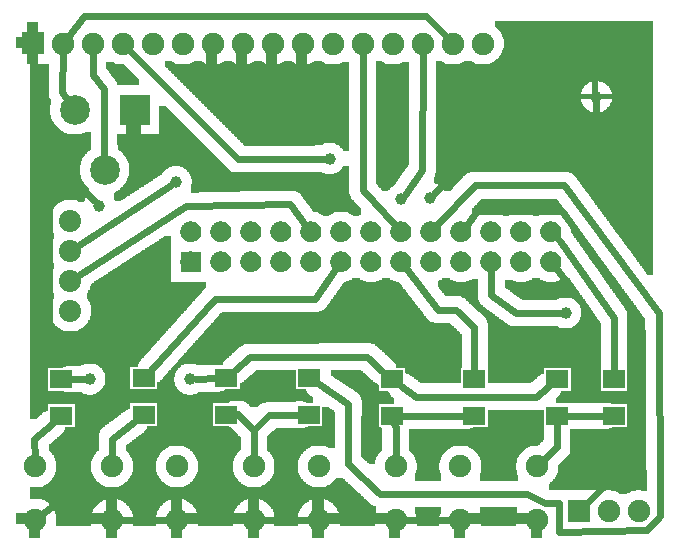
<source format=gbl>
G04 MADE WITH FRITZING*
G04 WWW.FRITZING.ORG*
G04 DOUBLE SIDED*
G04 HOLES PLATED*
G04 CONTOUR ON CENTER OF CONTOUR VECTOR*
%ASAXBY*%
%FSLAX23Y23*%
%MOIN*%
%OFA0B0*%
%SFA1.0B1.0*%
%ADD10C,0.075000*%
%ADD11C,0.099000*%
%ADD12C,0.073889*%
%ADD13C,0.070000*%
%ADD14C,0.039370*%
%ADD15R,0.075000X0.075000*%
%ADD16R,0.099000X0.099000*%
%ADD17R,0.074803X0.062992*%
%ADD18R,0.070000X0.070000*%
%ADD19C,0.024000*%
%ADD20R,0.001000X0.001000*%
%LNCOPPER0*%
G90*
G70*
G54D10*
X641Y1508D03*
X1251Y1503D03*
X1682Y1666D03*
X115Y1277D03*
X516Y1307D03*
X1647Y634D03*
X1623Y359D03*
X54Y1650D03*
X154Y1650D03*
X254Y1650D03*
X354Y1650D03*
X454Y1650D03*
X554Y1650D03*
X654Y1650D03*
X754Y1650D03*
X854Y1650D03*
X954Y1650D03*
X1054Y1650D03*
X1154Y1650D03*
X1254Y1650D03*
X1354Y1650D03*
X1454Y1650D03*
X1554Y1650D03*
G54D11*
X194Y1429D03*
X394Y1429D03*
X294Y1229D03*
G54D10*
X63Y241D03*
X319Y241D03*
X63Y64D03*
X319Y64D03*
X535Y241D03*
X791Y241D03*
X535Y64D03*
X791Y64D03*
X2074Y91D03*
X1974Y91D03*
X1874Y91D03*
X1008Y241D03*
X1264Y241D03*
X1008Y64D03*
X1264Y64D03*
X1480Y241D03*
X1736Y241D03*
X1480Y64D03*
X1736Y64D03*
G54D12*
X180Y760D03*
X180Y860D03*
X180Y960D03*
X180Y1060D03*
G54D13*
X782Y922D03*
X882Y922D03*
X982Y922D03*
X1282Y922D03*
X1382Y922D03*
X1482Y922D03*
X1082Y922D03*
X1182Y922D03*
X1682Y922D03*
X1782Y922D03*
X1582Y922D03*
X782Y1022D03*
X882Y1022D03*
X982Y1022D03*
X1282Y1022D03*
X1382Y1022D03*
X1482Y1022D03*
X1082Y1022D03*
X1182Y1022D03*
X1682Y1022D03*
X1782Y1022D03*
X1582Y1022D03*
X582Y1022D03*
X682Y1022D03*
X582Y922D03*
X682Y922D03*
G54D14*
X244Y532D03*
X579Y532D03*
X1831Y753D03*
X531Y1190D03*
X1283Y1131D03*
X1378Y1135D03*
X1933Y1473D03*
X1044Y1267D03*
X277Y1110D03*
G54D15*
X54Y1651D03*
G54D16*
X394Y1429D03*
G54D17*
X425Y413D03*
X425Y535D03*
X1527Y409D03*
X1527Y531D03*
X1992Y410D03*
X1992Y532D03*
X1252Y531D03*
X1252Y409D03*
X149Y531D03*
X149Y409D03*
X1803Y531D03*
X1803Y409D03*
X700Y413D03*
X700Y535D03*
X976Y413D03*
X976Y535D03*
G54D15*
X1874Y91D03*
G54D18*
X582Y922D03*
G54D19*
X1798Y901D02*
X1898Y768D01*
D02*
X1898Y768D02*
X1901Y469D01*
D02*
X1901Y469D02*
X2070Y469D01*
D02*
X2070Y469D02*
X2071Y288D01*
D02*
X2071Y288D02*
X1894Y111D01*
D02*
X1498Y1043D02*
X1535Y1091D01*
D02*
X1535Y1091D02*
X1820Y1091D01*
D02*
X1820Y1091D02*
X2067Y748D01*
D02*
X176Y1456D02*
X153Y1489D01*
D02*
X1434Y1671D02*
X1367Y1741D01*
D02*
X225Y1741D02*
X172Y1673D01*
D02*
X1367Y1741D02*
X225Y1741D01*
D02*
X1733Y473D02*
X1331Y473D01*
D02*
X1331Y473D02*
X1283Y508D01*
D02*
X1772Y506D02*
X1733Y473D01*
D02*
X2067Y748D02*
X2070Y469D01*
D02*
X225Y532D02*
X181Y532D01*
D02*
X669Y535D02*
X598Y533D01*
D02*
X1169Y607D02*
X1223Y557D01*
D02*
X779Y606D02*
X1169Y607D01*
D02*
X729Y561D02*
X779Y606D01*
D02*
X662Y800D02*
X996Y800D01*
D02*
X996Y800D02*
X1067Y901D01*
D02*
X448Y561D02*
X662Y800D01*
D02*
X1265Y1042D02*
X1154Y1162D01*
D02*
X1992Y737D02*
X1813Y992D01*
D02*
X1992Y558D02*
X1992Y737D01*
D02*
X1813Y992D02*
X1801Y1004D01*
D02*
X119Y383D02*
X59Y332D01*
D02*
X393Y390D02*
X319Y334D01*
D02*
X1260Y383D02*
X1265Y371D01*
D02*
X1265Y371D02*
X1264Y269D01*
D02*
X1495Y409D02*
X1283Y409D01*
D02*
X1803Y383D02*
X1803Y307D01*
D02*
X1960Y410D02*
X1835Y410D01*
D02*
X1464Y764D02*
X1405Y764D01*
D02*
X1405Y764D02*
X1298Y902D01*
D02*
X1527Y705D02*
X1464Y764D01*
D02*
X1527Y557D02*
X1527Y705D01*
D02*
X255Y1622D02*
X256Y1547D01*
D02*
X292Y1500D02*
X293Y1261D01*
D02*
X1583Y812D02*
X1582Y896D01*
D02*
X1666Y752D02*
X1583Y812D01*
D02*
X1812Y753D02*
X1666Y752D01*
D02*
X208Y879D02*
X565Y1110D01*
D02*
X565Y1110D02*
X913Y1115D01*
D02*
X913Y1115D02*
X966Y1043D01*
D02*
X208Y979D02*
X516Y1179D01*
D02*
X1008Y515D02*
X1107Y450D01*
D02*
X1107Y450D02*
X1106Y250D01*
D02*
X1213Y150D02*
X1701Y150D01*
D02*
X1106Y250D02*
X1213Y150D01*
D02*
X1701Y150D02*
X1762Y118D01*
D02*
X1762Y118D02*
X1810Y118D01*
D02*
X1810Y118D02*
X1810Y22D01*
D02*
X1810Y22D02*
X2102Y28D01*
D02*
X2102Y28D02*
X2146Y77D01*
D02*
X2146Y77D02*
X2141Y751D01*
D02*
X1826Y1178D02*
X1528Y1178D01*
D02*
X1528Y1178D02*
X1400Y1041D01*
D02*
X1354Y1622D02*
X1353Y1230D01*
D02*
X1292Y64D02*
X1452Y64D01*
D02*
X791Y358D02*
X739Y415D01*
D02*
X791Y269D02*
X791Y358D01*
D02*
X791Y269D02*
X791Y363D01*
D02*
X791Y363D02*
X842Y411D01*
D02*
X1154Y1162D02*
X1154Y1622D01*
D02*
X153Y1489D02*
X154Y1622D01*
D02*
X256Y1547D02*
X292Y1500D01*
D02*
X1803Y307D02*
X1756Y261D01*
D02*
X319Y334D02*
X319Y269D01*
D02*
X1933Y1454D02*
X1933Y1390D01*
D02*
X1499Y1265D02*
X1391Y1148D01*
D02*
X1353Y1230D02*
X1294Y1146D01*
D02*
X739Y1265D02*
X375Y1630D01*
D02*
X1025Y1267D02*
X739Y1265D01*
D02*
X1768Y1264D02*
X1499Y1265D01*
D02*
X1933Y1390D02*
X1768Y1264D01*
D02*
X842Y411D02*
X944Y413D01*
D02*
X739Y415D02*
X732Y415D01*
D02*
X59Y332D02*
X62Y269D01*
D02*
X2141Y751D02*
X1826Y1178D01*
D02*
X323Y430D02*
X323Y567D01*
D02*
X109Y1108D02*
X193Y1194D01*
D02*
X109Y705D02*
X109Y1108D01*
D02*
X86Y81D02*
X192Y162D01*
D02*
X192Y162D02*
X192Y315D01*
D02*
X323Y567D02*
X109Y705D01*
D02*
X193Y1194D02*
X264Y1123D01*
D02*
X192Y315D02*
X323Y430D01*
D02*
X347Y64D02*
X507Y64D01*
D02*
X820Y64D02*
X979Y64D01*
G36*
X594Y1594D02*
X594Y1592D01*
X592Y1592D01*
X592Y1590D01*
X588Y1590D01*
X588Y1588D01*
X584Y1588D01*
X584Y1586D01*
X580Y1586D01*
X580Y1584D01*
X574Y1584D01*
X574Y1582D01*
X634Y1582D01*
X634Y1584D01*
X628Y1584D01*
X628Y1586D01*
X624Y1586D01*
X624Y1588D01*
X620Y1588D01*
X620Y1590D01*
X618Y1590D01*
X618Y1592D01*
X614Y1592D01*
X614Y1594D01*
X594Y1594D01*
G37*
D02*
G36*
X694Y1594D02*
X694Y1592D01*
X692Y1592D01*
X692Y1590D01*
X688Y1590D01*
X688Y1588D01*
X684Y1588D01*
X684Y1586D01*
X680Y1586D01*
X680Y1584D01*
X674Y1584D01*
X674Y1582D01*
X734Y1582D01*
X734Y1584D01*
X728Y1584D01*
X728Y1586D01*
X724Y1586D01*
X724Y1588D01*
X720Y1588D01*
X720Y1590D01*
X718Y1590D01*
X718Y1592D01*
X714Y1592D01*
X714Y1594D01*
X694Y1594D01*
G37*
D02*
G36*
X794Y1594D02*
X794Y1592D01*
X792Y1592D01*
X792Y1590D01*
X788Y1590D01*
X788Y1588D01*
X784Y1588D01*
X784Y1586D01*
X780Y1586D01*
X780Y1584D01*
X774Y1584D01*
X774Y1582D01*
X834Y1582D01*
X834Y1584D01*
X828Y1584D01*
X828Y1586D01*
X824Y1586D01*
X824Y1588D01*
X820Y1588D01*
X820Y1590D01*
X818Y1590D01*
X818Y1592D01*
X814Y1592D01*
X814Y1594D01*
X794Y1594D01*
G37*
D02*
G36*
X894Y1594D02*
X894Y1592D01*
X892Y1592D01*
X892Y1590D01*
X888Y1590D01*
X888Y1588D01*
X884Y1588D01*
X884Y1586D01*
X880Y1586D01*
X880Y1584D01*
X874Y1584D01*
X874Y1582D01*
X934Y1582D01*
X934Y1584D01*
X928Y1584D01*
X928Y1586D01*
X924Y1586D01*
X924Y1588D01*
X920Y1588D01*
X920Y1590D01*
X918Y1590D01*
X918Y1592D01*
X914Y1592D01*
X914Y1594D01*
X894Y1594D01*
G37*
D02*
G36*
X994Y1594D02*
X994Y1592D01*
X992Y1592D01*
X992Y1590D01*
X988Y1590D01*
X988Y1588D01*
X984Y1588D01*
X984Y1586D01*
X980Y1586D01*
X980Y1584D01*
X974Y1584D01*
X974Y1582D01*
X1034Y1582D01*
X1034Y1584D01*
X1028Y1584D01*
X1028Y1586D01*
X1024Y1586D01*
X1024Y1588D01*
X1020Y1588D01*
X1020Y1590D01*
X1018Y1590D01*
X1018Y1592D01*
X1014Y1592D01*
X1014Y1594D01*
X994Y1594D01*
G37*
D02*
G36*
X496Y1592D02*
X496Y1582D01*
X534Y1582D01*
X534Y1584D01*
X528Y1584D01*
X528Y1586D01*
X524Y1586D01*
X524Y1588D01*
X520Y1588D01*
X520Y1590D01*
X518Y1590D01*
X518Y1592D01*
X496Y1592D01*
G37*
D02*
G36*
X1088Y1590D02*
X1088Y1588D01*
X1084Y1588D01*
X1084Y1586D01*
X1080Y1586D01*
X1080Y1584D01*
X1074Y1584D01*
X1074Y1582D01*
X1110Y1582D01*
X1110Y1590D01*
X1088Y1590D01*
G37*
D02*
G36*
X496Y1582D02*
X496Y1580D01*
X1110Y1580D01*
X1110Y1582D01*
X496Y1582D01*
G37*
D02*
G36*
X496Y1582D02*
X496Y1580D01*
X1110Y1580D01*
X1110Y1582D01*
X496Y1582D01*
G37*
D02*
G36*
X496Y1582D02*
X496Y1580D01*
X1110Y1580D01*
X1110Y1582D01*
X496Y1582D01*
G37*
D02*
G36*
X496Y1582D02*
X496Y1580D01*
X1110Y1580D01*
X1110Y1582D01*
X496Y1582D01*
G37*
D02*
G36*
X496Y1582D02*
X496Y1580D01*
X1110Y1580D01*
X1110Y1582D01*
X496Y1582D01*
G37*
D02*
G36*
X496Y1582D02*
X496Y1580D01*
X1110Y1580D01*
X1110Y1582D01*
X496Y1582D01*
G37*
D02*
G36*
X496Y1582D02*
X496Y1580D01*
X1110Y1580D01*
X1110Y1582D01*
X496Y1582D01*
G37*
D02*
G36*
X496Y1580D02*
X496Y1574D01*
X498Y1574D01*
X498Y1572D01*
X500Y1572D01*
X500Y1570D01*
X502Y1570D01*
X502Y1568D01*
X504Y1568D01*
X504Y1566D01*
X506Y1566D01*
X506Y1564D01*
X508Y1564D01*
X508Y1562D01*
X510Y1562D01*
X510Y1560D01*
X512Y1560D01*
X512Y1558D01*
X514Y1558D01*
X514Y1556D01*
X516Y1556D01*
X516Y1554D01*
X518Y1554D01*
X518Y1552D01*
X520Y1552D01*
X520Y1550D01*
X522Y1550D01*
X522Y1548D01*
X524Y1548D01*
X524Y1546D01*
X526Y1546D01*
X526Y1544D01*
X528Y1544D01*
X528Y1542D01*
X530Y1542D01*
X530Y1540D01*
X532Y1540D01*
X532Y1538D01*
X534Y1538D01*
X534Y1536D01*
X536Y1536D01*
X536Y1534D01*
X538Y1534D01*
X538Y1532D01*
X540Y1532D01*
X540Y1530D01*
X542Y1530D01*
X542Y1528D01*
X544Y1528D01*
X544Y1526D01*
X546Y1526D01*
X546Y1524D01*
X548Y1524D01*
X548Y1522D01*
X550Y1522D01*
X550Y1520D01*
X552Y1520D01*
X552Y1518D01*
X554Y1518D01*
X554Y1516D01*
X556Y1516D01*
X556Y1514D01*
X558Y1514D01*
X558Y1512D01*
X560Y1512D01*
X560Y1510D01*
X562Y1510D01*
X562Y1508D01*
X564Y1508D01*
X564Y1506D01*
X566Y1506D01*
X566Y1504D01*
X568Y1504D01*
X568Y1502D01*
X570Y1502D01*
X570Y1500D01*
X572Y1500D01*
X572Y1498D01*
X574Y1498D01*
X574Y1496D01*
X576Y1496D01*
X576Y1494D01*
X578Y1494D01*
X578Y1492D01*
X580Y1492D01*
X580Y1490D01*
X582Y1490D01*
X582Y1488D01*
X584Y1488D01*
X584Y1486D01*
X586Y1486D01*
X586Y1484D01*
X588Y1484D01*
X588Y1482D01*
X590Y1482D01*
X590Y1480D01*
X592Y1480D01*
X592Y1478D01*
X594Y1478D01*
X594Y1476D01*
X596Y1476D01*
X596Y1474D01*
X598Y1474D01*
X598Y1472D01*
X600Y1472D01*
X600Y1470D01*
X602Y1470D01*
X602Y1468D01*
X604Y1468D01*
X604Y1466D01*
X606Y1466D01*
X606Y1464D01*
X608Y1464D01*
X608Y1462D01*
X610Y1462D01*
X610Y1460D01*
X612Y1460D01*
X612Y1458D01*
X614Y1458D01*
X614Y1456D01*
X616Y1456D01*
X616Y1454D01*
X618Y1454D01*
X618Y1452D01*
X620Y1452D01*
X620Y1450D01*
X622Y1450D01*
X622Y1448D01*
X624Y1448D01*
X624Y1446D01*
X626Y1446D01*
X626Y1444D01*
X628Y1444D01*
X628Y1442D01*
X630Y1442D01*
X630Y1440D01*
X632Y1440D01*
X632Y1438D01*
X634Y1438D01*
X634Y1436D01*
X636Y1436D01*
X636Y1434D01*
X638Y1434D01*
X638Y1432D01*
X640Y1432D01*
X640Y1430D01*
X642Y1430D01*
X642Y1428D01*
X644Y1428D01*
X644Y1426D01*
X646Y1426D01*
X646Y1424D01*
X648Y1424D01*
X648Y1422D01*
X650Y1422D01*
X650Y1420D01*
X652Y1420D01*
X652Y1418D01*
X654Y1418D01*
X654Y1416D01*
X656Y1416D01*
X656Y1414D01*
X658Y1414D01*
X658Y1412D01*
X660Y1412D01*
X660Y1410D01*
X662Y1410D01*
X662Y1408D01*
X664Y1408D01*
X664Y1406D01*
X666Y1406D01*
X666Y1404D01*
X668Y1404D01*
X668Y1402D01*
X670Y1402D01*
X670Y1400D01*
X672Y1400D01*
X672Y1398D01*
X674Y1398D01*
X674Y1396D01*
X676Y1396D01*
X676Y1394D01*
X678Y1394D01*
X678Y1392D01*
X680Y1392D01*
X680Y1390D01*
X682Y1390D01*
X682Y1388D01*
X684Y1388D01*
X684Y1386D01*
X686Y1386D01*
X686Y1384D01*
X688Y1384D01*
X688Y1382D01*
X690Y1382D01*
X690Y1380D01*
X692Y1380D01*
X692Y1378D01*
X694Y1378D01*
X694Y1376D01*
X696Y1376D01*
X696Y1374D01*
X698Y1374D01*
X698Y1372D01*
X700Y1372D01*
X700Y1370D01*
X702Y1370D01*
X702Y1368D01*
X704Y1368D01*
X704Y1366D01*
X706Y1366D01*
X706Y1364D01*
X708Y1364D01*
X708Y1362D01*
X710Y1362D01*
X710Y1360D01*
X712Y1360D01*
X712Y1358D01*
X714Y1358D01*
X714Y1356D01*
X716Y1356D01*
X716Y1354D01*
X718Y1354D01*
X718Y1352D01*
X720Y1352D01*
X720Y1350D01*
X722Y1350D01*
X722Y1348D01*
X724Y1348D01*
X724Y1346D01*
X726Y1346D01*
X726Y1344D01*
X728Y1344D01*
X728Y1342D01*
X730Y1342D01*
X730Y1340D01*
X732Y1340D01*
X732Y1338D01*
X734Y1338D01*
X734Y1336D01*
X736Y1336D01*
X736Y1334D01*
X738Y1334D01*
X738Y1332D01*
X740Y1332D01*
X740Y1330D01*
X742Y1330D01*
X742Y1328D01*
X744Y1328D01*
X744Y1326D01*
X746Y1326D01*
X746Y1324D01*
X748Y1324D01*
X748Y1322D01*
X750Y1322D01*
X750Y1320D01*
X752Y1320D01*
X752Y1318D01*
X1062Y1318D01*
X1062Y1316D01*
X1066Y1316D01*
X1066Y1314D01*
X1070Y1314D01*
X1070Y1312D01*
X1074Y1312D01*
X1074Y1310D01*
X1076Y1310D01*
X1076Y1308D01*
X1078Y1308D01*
X1078Y1306D01*
X1080Y1306D01*
X1080Y1304D01*
X1082Y1304D01*
X1082Y1302D01*
X1084Y1302D01*
X1084Y1300D01*
X1086Y1300D01*
X1086Y1298D01*
X1088Y1298D01*
X1088Y1294D01*
X1090Y1294D01*
X1090Y1292D01*
X1110Y1292D01*
X1110Y1580D01*
X496Y1580D01*
G37*
D02*
G36*
X754Y1318D02*
X754Y1316D01*
X756Y1316D01*
X756Y1314D01*
X758Y1314D01*
X758Y1312D01*
X760Y1312D01*
X760Y1310D01*
X996Y1310D01*
X996Y1312D01*
X1018Y1312D01*
X1018Y1314D01*
X1022Y1314D01*
X1022Y1316D01*
X1026Y1316D01*
X1026Y1318D01*
X754Y1318D01*
G37*
D02*
G36*
X1198Y1592D02*
X1198Y1590D01*
X1218Y1590D01*
X1218Y1592D01*
X1198Y1592D01*
G37*
D02*
G36*
X1198Y1590D02*
X1198Y1582D01*
X1234Y1582D01*
X1234Y1584D01*
X1228Y1584D01*
X1228Y1586D01*
X1224Y1586D01*
X1224Y1588D01*
X1220Y1588D01*
X1220Y1590D01*
X1198Y1590D01*
G37*
D02*
G36*
X1288Y1590D02*
X1288Y1588D01*
X1284Y1588D01*
X1284Y1586D01*
X1280Y1586D01*
X1280Y1584D01*
X1274Y1584D01*
X1274Y1582D01*
X1310Y1582D01*
X1310Y1590D01*
X1288Y1590D01*
G37*
D02*
G36*
X1198Y1582D02*
X1198Y1580D01*
X1310Y1580D01*
X1310Y1582D01*
X1198Y1582D01*
G37*
D02*
G36*
X1198Y1582D02*
X1198Y1580D01*
X1310Y1580D01*
X1310Y1582D01*
X1198Y1582D01*
G37*
D02*
G36*
X1198Y1580D02*
X1198Y1184D01*
X1200Y1184D01*
X1200Y1182D01*
X1202Y1182D01*
X1202Y1178D01*
X1204Y1178D01*
X1204Y1176D01*
X1206Y1176D01*
X1206Y1174D01*
X1208Y1174D01*
X1208Y1172D01*
X1210Y1172D01*
X1210Y1170D01*
X1212Y1170D01*
X1212Y1168D01*
X1214Y1168D01*
X1214Y1166D01*
X1216Y1166D01*
X1216Y1164D01*
X1218Y1164D01*
X1218Y1162D01*
X1220Y1162D01*
X1220Y1160D01*
X1240Y1160D01*
X1240Y1162D01*
X1242Y1162D01*
X1242Y1164D01*
X1244Y1164D01*
X1244Y1166D01*
X1246Y1166D01*
X1246Y1168D01*
X1248Y1168D01*
X1248Y1170D01*
X1250Y1170D01*
X1250Y1172D01*
X1252Y1172D01*
X1252Y1174D01*
X1254Y1174D01*
X1254Y1176D01*
X1258Y1176D01*
X1258Y1178D01*
X1260Y1178D01*
X1260Y1180D01*
X1262Y1180D01*
X1262Y1184D01*
X1264Y1184D01*
X1264Y1186D01*
X1266Y1186D01*
X1266Y1188D01*
X1268Y1188D01*
X1268Y1192D01*
X1270Y1192D01*
X1270Y1194D01*
X1272Y1194D01*
X1272Y1198D01*
X1274Y1198D01*
X1274Y1200D01*
X1276Y1200D01*
X1276Y1202D01*
X1278Y1202D01*
X1278Y1206D01*
X1280Y1206D01*
X1280Y1208D01*
X1282Y1208D01*
X1282Y1212D01*
X1284Y1212D01*
X1284Y1214D01*
X1286Y1214D01*
X1286Y1218D01*
X1288Y1218D01*
X1288Y1220D01*
X1290Y1220D01*
X1290Y1222D01*
X1292Y1222D01*
X1292Y1226D01*
X1294Y1226D01*
X1294Y1228D01*
X1296Y1228D01*
X1296Y1232D01*
X1298Y1232D01*
X1298Y1234D01*
X1300Y1234D01*
X1300Y1236D01*
X1302Y1236D01*
X1302Y1240D01*
X1304Y1240D01*
X1304Y1242D01*
X1306Y1242D01*
X1306Y1246D01*
X1308Y1246D01*
X1308Y1248D01*
X1310Y1248D01*
X1310Y1580D01*
X1198Y1580D01*
G37*
D02*
G36*
X1596Y1726D02*
X1596Y1706D01*
X1598Y1706D01*
X1598Y1704D01*
X1600Y1704D01*
X1600Y1702D01*
X1602Y1702D01*
X1602Y1700D01*
X1604Y1700D01*
X1604Y1698D01*
X1606Y1698D01*
X1606Y1696D01*
X1608Y1696D01*
X1608Y1694D01*
X1610Y1694D01*
X1610Y1692D01*
X1612Y1692D01*
X1612Y1688D01*
X1614Y1688D01*
X1614Y1686D01*
X1616Y1686D01*
X1616Y1682D01*
X1618Y1682D01*
X1618Y1678D01*
X1620Y1678D01*
X1620Y1672D01*
X1622Y1672D01*
X1622Y1666D01*
X1624Y1666D01*
X1624Y1636D01*
X1622Y1636D01*
X1622Y1628D01*
X1620Y1628D01*
X1620Y1624D01*
X1618Y1624D01*
X1618Y1620D01*
X1616Y1620D01*
X1616Y1616D01*
X1614Y1616D01*
X1614Y1612D01*
X1612Y1612D01*
X1612Y1610D01*
X1610Y1610D01*
X1610Y1608D01*
X1608Y1608D01*
X1608Y1604D01*
X1606Y1604D01*
X1606Y1602D01*
X1604Y1602D01*
X1604Y1600D01*
X1602Y1600D01*
X1602Y1598D01*
X1600Y1598D01*
X1600Y1596D01*
X1596Y1596D01*
X1596Y1594D01*
X1594Y1594D01*
X1594Y1592D01*
X1592Y1592D01*
X1592Y1590D01*
X1588Y1590D01*
X1588Y1588D01*
X1584Y1588D01*
X1584Y1586D01*
X1580Y1586D01*
X1580Y1584D01*
X1574Y1584D01*
X1574Y1582D01*
X2122Y1582D01*
X2122Y1726D01*
X1596Y1726D01*
G37*
D02*
G36*
X1494Y1594D02*
X1494Y1592D01*
X1492Y1592D01*
X1492Y1590D01*
X1488Y1590D01*
X1488Y1588D01*
X1484Y1588D01*
X1484Y1586D01*
X1480Y1586D01*
X1480Y1584D01*
X1474Y1584D01*
X1474Y1582D01*
X1534Y1582D01*
X1534Y1584D01*
X1528Y1584D01*
X1528Y1586D01*
X1524Y1586D01*
X1524Y1588D01*
X1520Y1588D01*
X1520Y1590D01*
X1518Y1590D01*
X1518Y1592D01*
X1514Y1592D01*
X1514Y1594D01*
X1494Y1594D01*
G37*
D02*
G36*
X1398Y1592D02*
X1398Y1582D01*
X1434Y1582D01*
X1434Y1584D01*
X1428Y1584D01*
X1428Y1586D01*
X1424Y1586D01*
X1424Y1588D01*
X1420Y1588D01*
X1420Y1590D01*
X1418Y1590D01*
X1418Y1592D01*
X1398Y1592D01*
G37*
D02*
G36*
X1398Y1582D02*
X1398Y1580D01*
X2122Y1580D01*
X2122Y1582D01*
X1398Y1582D01*
G37*
D02*
G36*
X1398Y1582D02*
X1398Y1580D01*
X2122Y1580D01*
X2122Y1582D01*
X1398Y1582D01*
G37*
D02*
G36*
X1398Y1582D02*
X1398Y1580D01*
X2122Y1580D01*
X2122Y1582D01*
X1398Y1582D01*
G37*
D02*
G36*
X1398Y1580D02*
X1398Y1526D01*
X1942Y1526D01*
X1942Y1524D01*
X1950Y1524D01*
X1950Y1522D01*
X1956Y1522D01*
X1956Y1520D01*
X1960Y1520D01*
X1960Y1518D01*
X1962Y1518D01*
X1962Y1516D01*
X1964Y1516D01*
X1964Y1514D01*
X1968Y1514D01*
X1968Y1512D01*
X1970Y1512D01*
X1970Y1510D01*
X1972Y1510D01*
X1972Y1508D01*
X1974Y1508D01*
X1974Y1504D01*
X1976Y1504D01*
X1976Y1502D01*
X1978Y1502D01*
X1978Y1498D01*
X1980Y1498D01*
X1980Y1496D01*
X1982Y1496D01*
X1982Y1490D01*
X1984Y1490D01*
X1984Y1456D01*
X1982Y1456D01*
X1982Y1452D01*
X1980Y1452D01*
X1980Y1448D01*
X1978Y1448D01*
X1978Y1444D01*
X1976Y1444D01*
X1976Y1442D01*
X1974Y1442D01*
X1974Y1440D01*
X1972Y1440D01*
X1972Y1438D01*
X1970Y1438D01*
X1970Y1436D01*
X1968Y1436D01*
X1968Y1434D01*
X1966Y1434D01*
X1966Y1432D01*
X1964Y1432D01*
X1964Y1430D01*
X1960Y1430D01*
X1960Y1428D01*
X1958Y1428D01*
X1958Y1426D01*
X1954Y1426D01*
X1954Y1424D01*
X1948Y1424D01*
X1948Y1422D01*
X2122Y1422D01*
X2122Y1580D01*
X1398Y1580D01*
G37*
D02*
G36*
X1398Y1526D02*
X1398Y1422D01*
X1918Y1422D01*
X1918Y1424D01*
X1912Y1424D01*
X1912Y1426D01*
X1908Y1426D01*
X1908Y1428D01*
X1906Y1428D01*
X1906Y1430D01*
X1902Y1430D01*
X1902Y1432D01*
X1900Y1432D01*
X1900Y1434D01*
X1898Y1434D01*
X1898Y1436D01*
X1896Y1436D01*
X1896Y1438D01*
X1894Y1438D01*
X1894Y1440D01*
X1892Y1440D01*
X1892Y1442D01*
X1890Y1442D01*
X1890Y1444D01*
X1888Y1444D01*
X1888Y1448D01*
X1886Y1448D01*
X1886Y1452D01*
X1884Y1452D01*
X1884Y1456D01*
X1882Y1456D01*
X1882Y1490D01*
X1884Y1490D01*
X1884Y1496D01*
X1886Y1496D01*
X1886Y1498D01*
X1888Y1498D01*
X1888Y1502D01*
X1890Y1502D01*
X1890Y1504D01*
X1892Y1504D01*
X1892Y1508D01*
X1894Y1508D01*
X1894Y1510D01*
X1896Y1510D01*
X1896Y1512D01*
X1898Y1512D01*
X1898Y1514D01*
X1902Y1514D01*
X1902Y1516D01*
X1904Y1516D01*
X1904Y1518D01*
X1906Y1518D01*
X1906Y1520D01*
X1910Y1520D01*
X1910Y1522D01*
X1916Y1522D01*
X1916Y1524D01*
X1924Y1524D01*
X1924Y1526D01*
X1398Y1526D01*
G37*
D02*
G36*
X1398Y1422D02*
X1398Y1420D01*
X2122Y1420D01*
X2122Y1422D01*
X1398Y1422D01*
G37*
D02*
G36*
X1398Y1422D02*
X1398Y1420D01*
X2122Y1420D01*
X2122Y1422D01*
X1398Y1422D01*
G37*
D02*
G36*
X1398Y1420D02*
X1398Y1222D01*
X1842Y1222D01*
X1842Y1220D01*
X1848Y1220D01*
X1848Y1218D01*
X1852Y1218D01*
X1852Y1216D01*
X1854Y1216D01*
X1854Y1214D01*
X1858Y1214D01*
X1858Y1212D01*
X1860Y1212D01*
X1860Y1210D01*
X1862Y1210D01*
X1862Y1206D01*
X1864Y1206D01*
X1864Y1204D01*
X1866Y1204D01*
X1866Y1202D01*
X1868Y1202D01*
X1868Y1198D01*
X1870Y1198D01*
X1870Y1196D01*
X1872Y1196D01*
X1872Y1194D01*
X1874Y1194D01*
X1874Y1190D01*
X1876Y1190D01*
X1876Y1188D01*
X1878Y1188D01*
X1878Y1186D01*
X1880Y1186D01*
X1880Y1182D01*
X1882Y1182D01*
X1882Y1180D01*
X1884Y1180D01*
X1884Y1178D01*
X1886Y1178D01*
X1886Y1174D01*
X1888Y1174D01*
X1888Y1172D01*
X1890Y1172D01*
X1890Y1168D01*
X1892Y1168D01*
X1892Y1166D01*
X1894Y1166D01*
X1894Y1164D01*
X1896Y1164D01*
X1896Y1160D01*
X1898Y1160D01*
X1898Y1158D01*
X1900Y1158D01*
X1900Y1156D01*
X1902Y1156D01*
X1902Y1152D01*
X1904Y1152D01*
X1904Y1150D01*
X1906Y1150D01*
X1906Y1148D01*
X1908Y1148D01*
X1908Y1144D01*
X1910Y1144D01*
X1910Y1142D01*
X1912Y1142D01*
X1912Y1138D01*
X1914Y1138D01*
X1914Y1136D01*
X1916Y1136D01*
X1916Y1134D01*
X1918Y1134D01*
X1918Y1130D01*
X1920Y1130D01*
X1920Y1128D01*
X1922Y1128D01*
X1922Y1126D01*
X1924Y1126D01*
X1924Y1122D01*
X1926Y1122D01*
X1926Y1120D01*
X1928Y1120D01*
X1928Y1118D01*
X1930Y1118D01*
X1930Y1114D01*
X1932Y1114D01*
X1932Y1112D01*
X1934Y1112D01*
X1934Y1110D01*
X1936Y1110D01*
X1936Y1106D01*
X1938Y1106D01*
X1938Y1104D01*
X1940Y1104D01*
X1940Y1100D01*
X1942Y1100D01*
X1942Y1098D01*
X1944Y1098D01*
X1944Y1096D01*
X1946Y1096D01*
X1946Y1092D01*
X1948Y1092D01*
X1948Y1090D01*
X1950Y1090D01*
X1950Y1088D01*
X1952Y1088D01*
X1952Y1084D01*
X1954Y1084D01*
X1954Y1082D01*
X1956Y1082D01*
X1956Y1080D01*
X1958Y1080D01*
X1958Y1076D01*
X1960Y1076D01*
X1960Y1074D01*
X1962Y1074D01*
X1962Y1072D01*
X1964Y1072D01*
X1964Y1068D01*
X1966Y1068D01*
X1966Y1066D01*
X1968Y1066D01*
X1968Y1062D01*
X1970Y1062D01*
X1970Y1060D01*
X1972Y1060D01*
X1972Y1058D01*
X1974Y1058D01*
X1974Y1054D01*
X1976Y1054D01*
X1976Y1052D01*
X1978Y1052D01*
X1978Y1050D01*
X1980Y1050D01*
X1980Y1046D01*
X1982Y1046D01*
X1982Y1044D01*
X1984Y1044D01*
X1984Y1042D01*
X1986Y1042D01*
X1986Y1038D01*
X1988Y1038D01*
X1988Y1036D01*
X1990Y1036D01*
X1990Y1034D01*
X1992Y1034D01*
X1992Y1030D01*
X1994Y1030D01*
X1994Y1028D01*
X1996Y1028D01*
X1996Y1024D01*
X1998Y1024D01*
X1998Y1022D01*
X2000Y1022D01*
X2000Y1020D01*
X2002Y1020D01*
X2002Y1016D01*
X2004Y1016D01*
X2004Y1014D01*
X2006Y1014D01*
X2006Y1012D01*
X2008Y1012D01*
X2008Y1008D01*
X2010Y1008D01*
X2010Y1006D01*
X2012Y1006D01*
X2012Y1004D01*
X2014Y1004D01*
X2014Y1000D01*
X2016Y1000D01*
X2016Y998D01*
X2018Y998D01*
X2018Y996D01*
X2020Y996D01*
X2020Y992D01*
X2022Y992D01*
X2022Y990D01*
X2024Y990D01*
X2024Y986D01*
X2026Y986D01*
X2026Y984D01*
X2028Y984D01*
X2028Y982D01*
X2030Y982D01*
X2030Y978D01*
X2032Y978D01*
X2032Y976D01*
X2034Y976D01*
X2034Y974D01*
X2036Y974D01*
X2036Y970D01*
X2038Y970D01*
X2038Y968D01*
X2040Y968D01*
X2040Y966D01*
X2042Y966D01*
X2042Y962D01*
X2044Y962D01*
X2044Y960D01*
X2046Y960D01*
X2046Y958D01*
X2048Y958D01*
X2048Y954D01*
X2050Y954D01*
X2050Y952D01*
X2052Y952D01*
X2052Y948D01*
X2054Y948D01*
X2054Y946D01*
X2056Y946D01*
X2056Y944D01*
X2058Y944D01*
X2058Y940D01*
X2060Y940D01*
X2060Y938D01*
X2062Y938D01*
X2062Y936D01*
X2064Y936D01*
X2064Y932D01*
X2066Y932D01*
X2066Y930D01*
X2068Y930D01*
X2068Y928D01*
X2070Y928D01*
X2070Y924D01*
X2072Y924D01*
X2072Y922D01*
X2074Y922D01*
X2074Y918D01*
X2076Y918D01*
X2076Y916D01*
X2078Y916D01*
X2078Y914D01*
X2080Y914D01*
X2080Y910D01*
X2082Y910D01*
X2082Y908D01*
X2084Y908D01*
X2084Y906D01*
X2086Y906D01*
X2086Y902D01*
X2088Y902D01*
X2088Y900D01*
X2090Y900D01*
X2090Y898D01*
X2092Y898D01*
X2092Y894D01*
X2094Y894D01*
X2094Y892D01*
X2096Y892D01*
X2096Y890D01*
X2098Y890D01*
X2098Y886D01*
X2100Y886D01*
X2100Y884D01*
X2102Y884D01*
X2102Y880D01*
X2122Y880D01*
X2122Y1420D01*
X1398Y1420D01*
G37*
D02*
G36*
X1398Y1222D02*
X1398Y1218D01*
X1396Y1218D01*
X1396Y1210D01*
X1394Y1210D01*
X1394Y1206D01*
X1392Y1206D01*
X1392Y1186D01*
X1394Y1186D01*
X1394Y1184D01*
X1400Y1184D01*
X1400Y1182D01*
X1404Y1182D01*
X1404Y1180D01*
X1406Y1180D01*
X1406Y1178D01*
X1408Y1178D01*
X1408Y1176D01*
X1412Y1176D01*
X1412Y1174D01*
X1414Y1174D01*
X1414Y1172D01*
X1416Y1172D01*
X1416Y1170D01*
X1418Y1170D01*
X1418Y1168D01*
X1420Y1168D01*
X1420Y1164D01*
X1422Y1164D01*
X1422Y1162D01*
X1424Y1162D01*
X1424Y1158D01*
X1446Y1158D01*
X1446Y1160D01*
X1448Y1160D01*
X1448Y1162D01*
X1450Y1162D01*
X1450Y1164D01*
X1452Y1164D01*
X1452Y1166D01*
X1454Y1166D01*
X1454Y1168D01*
X1456Y1168D01*
X1456Y1172D01*
X1458Y1172D01*
X1458Y1174D01*
X1460Y1174D01*
X1460Y1176D01*
X1462Y1176D01*
X1462Y1178D01*
X1464Y1178D01*
X1464Y1180D01*
X1466Y1180D01*
X1466Y1182D01*
X1468Y1182D01*
X1468Y1184D01*
X1470Y1184D01*
X1470Y1186D01*
X1472Y1186D01*
X1472Y1188D01*
X1474Y1188D01*
X1474Y1190D01*
X1476Y1190D01*
X1476Y1192D01*
X1478Y1192D01*
X1478Y1194D01*
X1480Y1194D01*
X1480Y1196D01*
X1482Y1196D01*
X1482Y1198D01*
X1484Y1198D01*
X1484Y1200D01*
X1486Y1200D01*
X1486Y1204D01*
X1488Y1204D01*
X1488Y1206D01*
X1490Y1206D01*
X1490Y1208D01*
X1492Y1208D01*
X1492Y1210D01*
X1494Y1210D01*
X1494Y1212D01*
X1496Y1212D01*
X1496Y1214D01*
X1500Y1214D01*
X1500Y1216D01*
X1502Y1216D01*
X1502Y1218D01*
X1506Y1218D01*
X1506Y1220D01*
X1512Y1220D01*
X1512Y1222D01*
X1398Y1222D01*
G37*
D02*
G36*
X300Y1590D02*
X300Y1566D01*
X302Y1566D01*
X302Y1564D01*
X304Y1564D01*
X304Y1560D01*
X306Y1560D01*
X306Y1558D01*
X308Y1558D01*
X308Y1556D01*
X310Y1556D01*
X310Y1552D01*
X312Y1552D01*
X312Y1550D01*
X314Y1550D01*
X314Y1548D01*
X316Y1548D01*
X316Y1544D01*
X318Y1544D01*
X318Y1542D01*
X320Y1542D01*
X320Y1540D01*
X322Y1540D01*
X322Y1536D01*
X324Y1536D01*
X324Y1534D01*
X326Y1534D01*
X326Y1532D01*
X328Y1532D01*
X328Y1528D01*
X330Y1528D01*
X330Y1526D01*
X332Y1526D01*
X332Y1522D01*
X334Y1522D01*
X334Y1514D01*
X336Y1514D01*
X336Y1512D01*
X408Y1512D01*
X408Y1532D01*
X406Y1532D01*
X406Y1534D01*
X404Y1534D01*
X404Y1536D01*
X402Y1536D01*
X402Y1538D01*
X400Y1538D01*
X400Y1540D01*
X398Y1540D01*
X398Y1542D01*
X396Y1542D01*
X396Y1544D01*
X394Y1544D01*
X394Y1546D01*
X392Y1546D01*
X392Y1548D01*
X390Y1548D01*
X390Y1550D01*
X388Y1550D01*
X388Y1552D01*
X386Y1552D01*
X386Y1554D01*
X384Y1554D01*
X384Y1556D01*
X382Y1556D01*
X382Y1558D01*
X380Y1558D01*
X380Y1560D01*
X378Y1560D01*
X378Y1562D01*
X376Y1562D01*
X376Y1564D01*
X374Y1564D01*
X374Y1566D01*
X372Y1566D01*
X372Y1568D01*
X370Y1568D01*
X370Y1570D01*
X368Y1570D01*
X368Y1572D01*
X366Y1572D01*
X366Y1574D01*
X364Y1574D01*
X364Y1576D01*
X362Y1576D01*
X362Y1578D01*
X360Y1578D01*
X360Y1580D01*
X358Y1580D01*
X358Y1582D01*
X334Y1582D01*
X334Y1584D01*
X328Y1584D01*
X328Y1586D01*
X324Y1586D01*
X324Y1588D01*
X320Y1588D01*
X320Y1590D01*
X300Y1590D01*
G37*
D02*
G36*
X46Y1582D02*
X46Y1348D01*
X178Y1348D01*
X178Y1350D01*
X170Y1350D01*
X170Y1352D01*
X164Y1352D01*
X164Y1354D01*
X160Y1354D01*
X160Y1356D01*
X156Y1356D01*
X156Y1358D01*
X152Y1358D01*
X152Y1360D01*
X150Y1360D01*
X150Y1362D01*
X146Y1362D01*
X146Y1364D01*
X144Y1364D01*
X144Y1366D01*
X142Y1366D01*
X142Y1368D01*
X140Y1368D01*
X140Y1370D01*
X138Y1370D01*
X138Y1372D01*
X136Y1372D01*
X136Y1374D01*
X134Y1374D01*
X134Y1376D01*
X132Y1376D01*
X132Y1378D01*
X130Y1378D01*
X130Y1380D01*
X128Y1380D01*
X128Y1382D01*
X126Y1382D01*
X126Y1386D01*
X124Y1386D01*
X124Y1388D01*
X122Y1388D01*
X122Y1392D01*
X120Y1392D01*
X120Y1396D01*
X118Y1396D01*
X118Y1400D01*
X116Y1400D01*
X116Y1406D01*
X114Y1406D01*
X114Y1414D01*
X112Y1414D01*
X112Y1446D01*
X114Y1446D01*
X114Y1466D01*
X112Y1466D01*
X112Y1470D01*
X110Y1470D01*
X110Y1582D01*
X46Y1582D01*
G37*
D02*
G36*
X228Y1356D02*
X228Y1354D01*
X224Y1354D01*
X224Y1352D01*
X218Y1352D01*
X218Y1350D01*
X210Y1350D01*
X210Y1348D01*
X248Y1348D01*
X248Y1356D01*
X228Y1356D01*
G37*
D02*
G36*
X46Y1348D02*
X46Y1346D01*
X248Y1346D01*
X248Y1348D01*
X46Y1348D01*
G37*
D02*
G36*
X46Y1348D02*
X46Y1346D01*
X248Y1346D01*
X248Y1348D01*
X46Y1348D01*
G37*
D02*
G36*
X46Y1346D02*
X46Y1130D01*
X192Y1130D01*
X192Y1128D01*
X202Y1128D01*
X202Y1126D01*
X206Y1126D01*
X206Y1124D01*
X226Y1124D01*
X226Y1126D01*
X228Y1126D01*
X228Y1132D01*
X230Y1132D01*
X230Y1136D01*
X232Y1136D01*
X232Y1138D01*
X234Y1138D01*
X234Y1142D01*
X236Y1142D01*
X236Y1144D01*
X238Y1144D01*
X238Y1146D01*
X240Y1146D01*
X240Y1148D01*
X242Y1148D01*
X242Y1168D01*
X240Y1168D01*
X240Y1170D01*
X238Y1170D01*
X238Y1172D01*
X236Y1172D01*
X236Y1174D01*
X234Y1174D01*
X234Y1176D01*
X232Y1176D01*
X232Y1178D01*
X230Y1178D01*
X230Y1180D01*
X228Y1180D01*
X228Y1182D01*
X226Y1182D01*
X226Y1186D01*
X224Y1186D01*
X224Y1188D01*
X222Y1188D01*
X222Y1192D01*
X220Y1192D01*
X220Y1196D01*
X218Y1196D01*
X218Y1200D01*
X216Y1200D01*
X216Y1206D01*
X214Y1206D01*
X214Y1214D01*
X212Y1214D01*
X212Y1246D01*
X214Y1246D01*
X214Y1254D01*
X216Y1254D01*
X216Y1260D01*
X218Y1260D01*
X218Y1264D01*
X220Y1264D01*
X220Y1268D01*
X222Y1268D01*
X222Y1272D01*
X224Y1272D01*
X224Y1274D01*
X226Y1274D01*
X226Y1276D01*
X228Y1276D01*
X228Y1280D01*
X230Y1280D01*
X230Y1282D01*
X232Y1282D01*
X232Y1284D01*
X234Y1284D01*
X234Y1286D01*
X236Y1286D01*
X236Y1288D01*
X238Y1288D01*
X238Y1290D01*
X240Y1290D01*
X240Y1292D01*
X242Y1292D01*
X242Y1294D01*
X244Y1294D01*
X244Y1296D01*
X248Y1296D01*
X248Y1346D01*
X46Y1346D01*
G37*
D02*
G36*
X46Y1130D02*
X46Y692D01*
X162Y692D01*
X162Y694D01*
X156Y694D01*
X156Y696D01*
X150Y696D01*
X150Y698D01*
X146Y698D01*
X146Y700D01*
X144Y700D01*
X144Y702D01*
X140Y702D01*
X140Y704D01*
X138Y704D01*
X138Y706D01*
X136Y706D01*
X136Y708D01*
X134Y708D01*
X134Y710D01*
X130Y710D01*
X130Y714D01*
X128Y714D01*
X128Y716D01*
X126Y716D01*
X126Y718D01*
X124Y718D01*
X124Y720D01*
X122Y720D01*
X122Y724D01*
X120Y724D01*
X120Y726D01*
X118Y726D01*
X118Y730D01*
X116Y730D01*
X116Y734D01*
X114Y734D01*
X114Y740D01*
X112Y740D01*
X112Y750D01*
X110Y750D01*
X110Y772D01*
X112Y772D01*
X112Y782D01*
X114Y782D01*
X114Y786D01*
X116Y786D01*
X116Y792D01*
X118Y792D01*
X118Y794D01*
X120Y794D01*
X120Y798D01*
X122Y798D01*
X122Y800D01*
X124Y800D01*
X124Y820D01*
X122Y820D01*
X122Y824D01*
X120Y824D01*
X120Y826D01*
X118Y826D01*
X118Y830D01*
X116Y830D01*
X116Y834D01*
X114Y834D01*
X114Y840D01*
X112Y840D01*
X112Y850D01*
X110Y850D01*
X110Y872D01*
X112Y872D01*
X112Y882D01*
X114Y882D01*
X114Y886D01*
X116Y886D01*
X116Y892D01*
X118Y892D01*
X118Y894D01*
X120Y894D01*
X120Y898D01*
X122Y898D01*
X122Y900D01*
X124Y900D01*
X124Y920D01*
X122Y920D01*
X122Y924D01*
X120Y924D01*
X120Y926D01*
X118Y926D01*
X118Y930D01*
X116Y930D01*
X116Y934D01*
X114Y934D01*
X114Y940D01*
X112Y940D01*
X112Y950D01*
X110Y950D01*
X110Y972D01*
X112Y972D01*
X112Y982D01*
X114Y982D01*
X114Y986D01*
X116Y986D01*
X116Y992D01*
X118Y992D01*
X118Y994D01*
X120Y994D01*
X120Y998D01*
X122Y998D01*
X122Y1000D01*
X124Y1000D01*
X124Y1020D01*
X122Y1020D01*
X122Y1024D01*
X120Y1024D01*
X120Y1026D01*
X118Y1026D01*
X118Y1030D01*
X116Y1030D01*
X116Y1034D01*
X114Y1034D01*
X114Y1040D01*
X112Y1040D01*
X112Y1050D01*
X110Y1050D01*
X110Y1072D01*
X112Y1072D01*
X112Y1082D01*
X114Y1082D01*
X114Y1086D01*
X116Y1086D01*
X116Y1092D01*
X118Y1092D01*
X118Y1094D01*
X120Y1094D01*
X120Y1098D01*
X122Y1098D01*
X122Y1100D01*
X124Y1100D01*
X124Y1104D01*
X126Y1104D01*
X126Y1106D01*
X128Y1106D01*
X128Y1108D01*
X130Y1108D01*
X130Y1110D01*
X132Y1110D01*
X132Y1112D01*
X134Y1112D01*
X134Y1114D01*
X136Y1114D01*
X136Y1116D01*
X140Y1116D01*
X140Y1118D01*
X142Y1118D01*
X142Y1120D01*
X146Y1120D01*
X146Y1122D01*
X148Y1122D01*
X148Y1124D01*
X152Y1124D01*
X152Y1126D01*
X158Y1126D01*
X158Y1128D01*
X166Y1128D01*
X166Y1130D01*
X46Y1130D01*
G37*
D02*
G36*
X494Y1010D02*
X494Y1008D01*
X492Y1008D01*
X492Y1006D01*
X488Y1006D01*
X488Y1004D01*
X486Y1004D01*
X486Y1002D01*
X482Y1002D01*
X482Y1000D01*
X480Y1000D01*
X480Y998D01*
X476Y998D01*
X476Y996D01*
X474Y996D01*
X474Y994D01*
X470Y994D01*
X470Y992D01*
X468Y992D01*
X468Y990D01*
X464Y990D01*
X464Y988D01*
X462Y988D01*
X462Y986D01*
X458Y986D01*
X458Y984D01*
X454Y984D01*
X454Y982D01*
X452Y982D01*
X452Y980D01*
X448Y980D01*
X448Y978D01*
X446Y978D01*
X446Y976D01*
X442Y976D01*
X442Y974D01*
X440Y974D01*
X440Y972D01*
X436Y972D01*
X436Y970D01*
X434Y970D01*
X434Y968D01*
X430Y968D01*
X430Y966D01*
X428Y966D01*
X428Y964D01*
X424Y964D01*
X424Y962D01*
X420Y962D01*
X420Y960D01*
X418Y960D01*
X418Y958D01*
X414Y958D01*
X414Y956D01*
X412Y956D01*
X412Y954D01*
X408Y954D01*
X408Y952D01*
X406Y952D01*
X406Y950D01*
X402Y950D01*
X402Y948D01*
X400Y948D01*
X400Y946D01*
X396Y946D01*
X396Y944D01*
X394Y944D01*
X394Y942D01*
X390Y942D01*
X390Y940D01*
X386Y940D01*
X386Y938D01*
X384Y938D01*
X384Y936D01*
X380Y936D01*
X380Y934D01*
X378Y934D01*
X378Y932D01*
X374Y932D01*
X374Y930D01*
X372Y930D01*
X372Y928D01*
X368Y928D01*
X368Y926D01*
X366Y926D01*
X366Y924D01*
X362Y924D01*
X362Y922D01*
X360Y922D01*
X360Y920D01*
X356Y920D01*
X356Y918D01*
X352Y918D01*
X352Y916D01*
X350Y916D01*
X350Y914D01*
X346Y914D01*
X346Y912D01*
X344Y912D01*
X344Y910D01*
X340Y910D01*
X340Y908D01*
X338Y908D01*
X338Y906D01*
X334Y906D01*
X334Y904D01*
X332Y904D01*
X332Y902D01*
X328Y902D01*
X328Y900D01*
X326Y900D01*
X326Y898D01*
X322Y898D01*
X322Y896D01*
X318Y896D01*
X318Y894D01*
X316Y894D01*
X316Y892D01*
X312Y892D01*
X312Y890D01*
X310Y890D01*
X310Y888D01*
X306Y888D01*
X306Y886D01*
X304Y886D01*
X304Y884D01*
X300Y884D01*
X300Y882D01*
X298Y882D01*
X298Y880D01*
X294Y880D01*
X294Y878D01*
X292Y878D01*
X292Y876D01*
X288Y876D01*
X288Y874D01*
X284Y874D01*
X284Y872D01*
X282Y872D01*
X282Y870D01*
X278Y870D01*
X278Y868D01*
X276Y868D01*
X276Y866D01*
X272Y866D01*
X272Y864D01*
X270Y864D01*
X270Y862D01*
X266Y862D01*
X266Y860D01*
X264Y860D01*
X264Y858D01*
X260Y858D01*
X260Y856D01*
X258Y856D01*
X258Y854D01*
X254Y854D01*
X254Y852D01*
X252Y852D01*
X252Y850D01*
X248Y850D01*
X248Y842D01*
X246Y842D01*
X246Y836D01*
X244Y836D01*
X244Y830D01*
X242Y830D01*
X242Y828D01*
X240Y828D01*
X240Y824D01*
X238Y824D01*
X238Y820D01*
X236Y820D01*
X236Y800D01*
X238Y800D01*
X238Y798D01*
X240Y798D01*
X240Y794D01*
X242Y794D01*
X242Y790D01*
X244Y790D01*
X244Y786D01*
X246Y786D01*
X246Y780D01*
X248Y780D01*
X248Y742D01*
X246Y742D01*
X246Y736D01*
X244Y736D01*
X244Y730D01*
X242Y730D01*
X242Y728D01*
X240Y728D01*
X240Y724D01*
X238Y724D01*
X238Y720D01*
X236Y720D01*
X236Y718D01*
X234Y718D01*
X234Y716D01*
X232Y716D01*
X232Y714D01*
X230Y714D01*
X230Y712D01*
X228Y712D01*
X228Y710D01*
X226Y710D01*
X226Y708D01*
X224Y708D01*
X224Y706D01*
X222Y706D01*
X222Y704D01*
X218Y704D01*
X218Y702D01*
X216Y702D01*
X216Y700D01*
X212Y700D01*
X212Y698D01*
X208Y698D01*
X208Y696D01*
X204Y696D01*
X204Y694D01*
X198Y694D01*
X198Y692D01*
X502Y692D01*
X502Y694D01*
X504Y694D01*
X504Y696D01*
X506Y696D01*
X506Y698D01*
X508Y698D01*
X508Y700D01*
X510Y700D01*
X510Y702D01*
X512Y702D01*
X512Y704D01*
X514Y704D01*
X514Y706D01*
X516Y706D01*
X516Y710D01*
X518Y710D01*
X518Y712D01*
X520Y712D01*
X520Y714D01*
X522Y714D01*
X522Y716D01*
X524Y716D01*
X524Y718D01*
X526Y718D01*
X526Y720D01*
X528Y720D01*
X528Y722D01*
X530Y722D01*
X530Y724D01*
X532Y724D01*
X532Y726D01*
X534Y726D01*
X534Y730D01*
X536Y730D01*
X536Y732D01*
X538Y732D01*
X538Y734D01*
X540Y734D01*
X540Y736D01*
X542Y736D01*
X542Y738D01*
X544Y738D01*
X544Y740D01*
X546Y740D01*
X546Y742D01*
X548Y742D01*
X548Y744D01*
X550Y744D01*
X550Y748D01*
X552Y748D01*
X552Y750D01*
X554Y750D01*
X554Y752D01*
X556Y752D01*
X556Y754D01*
X558Y754D01*
X558Y756D01*
X560Y756D01*
X560Y758D01*
X562Y758D01*
X562Y760D01*
X564Y760D01*
X564Y762D01*
X566Y762D01*
X566Y764D01*
X568Y764D01*
X568Y768D01*
X570Y768D01*
X570Y770D01*
X572Y770D01*
X572Y772D01*
X574Y772D01*
X574Y774D01*
X576Y774D01*
X576Y776D01*
X578Y776D01*
X578Y778D01*
X580Y778D01*
X580Y780D01*
X582Y780D01*
X582Y782D01*
X584Y782D01*
X584Y786D01*
X586Y786D01*
X586Y788D01*
X588Y788D01*
X588Y790D01*
X590Y790D01*
X590Y792D01*
X592Y792D01*
X592Y794D01*
X594Y794D01*
X594Y796D01*
X596Y796D01*
X596Y798D01*
X598Y798D01*
X598Y800D01*
X600Y800D01*
X600Y802D01*
X602Y802D01*
X602Y806D01*
X604Y806D01*
X604Y808D01*
X606Y808D01*
X606Y810D01*
X608Y810D01*
X608Y812D01*
X610Y812D01*
X610Y814D01*
X612Y814D01*
X612Y816D01*
X614Y816D01*
X614Y818D01*
X616Y818D01*
X616Y820D01*
X618Y820D01*
X618Y824D01*
X620Y824D01*
X620Y826D01*
X622Y826D01*
X622Y828D01*
X624Y828D01*
X624Y830D01*
X626Y830D01*
X626Y832D01*
X628Y832D01*
X628Y834D01*
X630Y834D01*
X630Y836D01*
X632Y836D01*
X632Y856D01*
X516Y856D01*
X516Y1010D01*
X494Y1010D01*
G37*
D02*
G36*
X1122Y870D02*
X1122Y868D01*
X1120Y868D01*
X1120Y866D01*
X1118Y866D01*
X1118Y864D01*
X1114Y864D01*
X1114Y862D01*
X1110Y862D01*
X1110Y860D01*
X1106Y860D01*
X1106Y858D01*
X1100Y858D01*
X1100Y856D01*
X1166Y856D01*
X1166Y858D01*
X1158Y858D01*
X1158Y860D01*
X1154Y860D01*
X1154Y862D01*
X1150Y862D01*
X1150Y864D01*
X1146Y864D01*
X1146Y866D01*
X1144Y866D01*
X1144Y868D01*
X1142Y868D01*
X1142Y870D01*
X1122Y870D01*
G37*
D02*
G36*
X1222Y870D02*
X1222Y868D01*
X1220Y868D01*
X1220Y866D01*
X1218Y866D01*
X1218Y864D01*
X1214Y864D01*
X1214Y862D01*
X1210Y862D01*
X1210Y860D01*
X1206Y860D01*
X1206Y858D01*
X1200Y858D01*
X1200Y856D01*
X1266Y856D01*
X1266Y858D01*
X1258Y858D01*
X1258Y860D01*
X1254Y860D01*
X1254Y862D01*
X1250Y862D01*
X1250Y864D01*
X1246Y864D01*
X1246Y866D01*
X1244Y866D01*
X1244Y868D01*
X1242Y868D01*
X1242Y870D01*
X1222Y870D01*
G37*
D02*
G36*
X1092Y856D02*
X1092Y854D01*
X1276Y854D01*
X1276Y856D01*
X1092Y856D01*
G37*
D02*
G36*
X1092Y856D02*
X1092Y854D01*
X1276Y854D01*
X1276Y856D01*
X1092Y856D01*
G37*
D02*
G36*
X1090Y854D02*
X1090Y852D01*
X1088Y852D01*
X1088Y848D01*
X1086Y848D01*
X1086Y846D01*
X1084Y846D01*
X1084Y842D01*
X1082Y842D01*
X1082Y840D01*
X1080Y840D01*
X1080Y836D01*
X1078Y836D01*
X1078Y834D01*
X1076Y834D01*
X1076Y832D01*
X1074Y832D01*
X1074Y828D01*
X1072Y828D01*
X1072Y826D01*
X1070Y826D01*
X1070Y822D01*
X1068Y822D01*
X1068Y820D01*
X1066Y820D01*
X1066Y818D01*
X1064Y818D01*
X1064Y814D01*
X1062Y814D01*
X1062Y812D01*
X1060Y812D01*
X1060Y808D01*
X1058Y808D01*
X1058Y806D01*
X1056Y806D01*
X1056Y802D01*
X1054Y802D01*
X1054Y800D01*
X1052Y800D01*
X1052Y798D01*
X1050Y798D01*
X1050Y794D01*
X1048Y794D01*
X1048Y792D01*
X1046Y792D01*
X1046Y788D01*
X1044Y788D01*
X1044Y786D01*
X1042Y786D01*
X1042Y782D01*
X1040Y782D01*
X1040Y780D01*
X1038Y780D01*
X1038Y778D01*
X1036Y778D01*
X1036Y774D01*
X1034Y774D01*
X1034Y772D01*
X1032Y772D01*
X1032Y770D01*
X1030Y770D01*
X1030Y768D01*
X1028Y768D01*
X1028Y766D01*
X1026Y766D01*
X1026Y764D01*
X1024Y764D01*
X1024Y762D01*
X1020Y762D01*
X1020Y760D01*
X1016Y760D01*
X1016Y758D01*
X1008Y758D01*
X1008Y756D01*
X684Y756D01*
X684Y754D01*
X682Y754D01*
X682Y752D01*
X680Y752D01*
X680Y750D01*
X678Y750D01*
X678Y748D01*
X676Y748D01*
X676Y744D01*
X674Y744D01*
X674Y742D01*
X672Y742D01*
X672Y740D01*
X670Y740D01*
X670Y738D01*
X668Y738D01*
X668Y736D01*
X666Y736D01*
X666Y734D01*
X664Y734D01*
X664Y732D01*
X662Y732D01*
X662Y730D01*
X660Y730D01*
X660Y728D01*
X658Y728D01*
X658Y724D01*
X656Y724D01*
X656Y722D01*
X654Y722D01*
X654Y720D01*
X652Y720D01*
X652Y718D01*
X650Y718D01*
X650Y716D01*
X648Y716D01*
X648Y714D01*
X646Y714D01*
X646Y712D01*
X644Y712D01*
X644Y710D01*
X642Y710D01*
X642Y706D01*
X640Y706D01*
X640Y704D01*
X638Y704D01*
X638Y702D01*
X636Y702D01*
X636Y700D01*
X634Y700D01*
X634Y698D01*
X632Y698D01*
X632Y696D01*
X630Y696D01*
X630Y694D01*
X628Y694D01*
X628Y692D01*
X626Y692D01*
X626Y690D01*
X624Y690D01*
X624Y686D01*
X622Y686D01*
X622Y684D01*
X620Y684D01*
X620Y682D01*
X618Y682D01*
X618Y680D01*
X616Y680D01*
X616Y678D01*
X614Y678D01*
X614Y676D01*
X612Y676D01*
X612Y674D01*
X610Y674D01*
X610Y672D01*
X608Y672D01*
X608Y670D01*
X606Y670D01*
X606Y666D01*
X604Y666D01*
X604Y664D01*
X602Y664D01*
X602Y662D01*
X600Y662D01*
X600Y660D01*
X598Y660D01*
X598Y658D01*
X596Y658D01*
X596Y656D01*
X594Y656D01*
X594Y654D01*
X592Y654D01*
X592Y652D01*
X1182Y652D01*
X1182Y650D01*
X1190Y650D01*
X1190Y648D01*
X1194Y648D01*
X1194Y646D01*
X1196Y646D01*
X1196Y644D01*
X1200Y644D01*
X1200Y642D01*
X1202Y642D01*
X1202Y640D01*
X1204Y640D01*
X1204Y638D01*
X1206Y638D01*
X1206Y636D01*
X1208Y636D01*
X1208Y634D01*
X1210Y634D01*
X1210Y632D01*
X1212Y632D01*
X1212Y630D01*
X1214Y630D01*
X1214Y628D01*
X1218Y628D01*
X1218Y626D01*
X1220Y626D01*
X1220Y624D01*
X1222Y624D01*
X1222Y622D01*
X1224Y622D01*
X1224Y620D01*
X1226Y620D01*
X1226Y618D01*
X1228Y618D01*
X1228Y616D01*
X1230Y616D01*
X1230Y614D01*
X1232Y614D01*
X1232Y612D01*
X1234Y612D01*
X1234Y610D01*
X1236Y610D01*
X1236Y608D01*
X1238Y608D01*
X1238Y606D01*
X1242Y606D01*
X1242Y604D01*
X1244Y604D01*
X1244Y602D01*
X1246Y602D01*
X1246Y600D01*
X1248Y600D01*
X1248Y598D01*
X1250Y598D01*
X1250Y596D01*
X1252Y596D01*
X1252Y594D01*
X1254Y594D01*
X1254Y592D01*
X1256Y592D01*
X1256Y590D01*
X1258Y590D01*
X1258Y588D01*
X1260Y588D01*
X1260Y586D01*
X1262Y586D01*
X1262Y582D01*
X1264Y582D01*
X1264Y578D01*
X1266Y578D01*
X1266Y570D01*
X1296Y570D01*
X1296Y552D01*
X1300Y552D01*
X1300Y550D01*
X1306Y550D01*
X1306Y548D01*
X1310Y548D01*
X1310Y546D01*
X1312Y546D01*
X1312Y544D01*
X1316Y544D01*
X1316Y542D01*
X1318Y542D01*
X1318Y540D01*
X1320Y540D01*
X1320Y538D01*
X1324Y538D01*
X1324Y536D01*
X1326Y536D01*
X1326Y534D01*
X1328Y534D01*
X1328Y532D01*
X1332Y532D01*
X1332Y530D01*
X1334Y530D01*
X1334Y528D01*
X1338Y528D01*
X1338Y526D01*
X1340Y526D01*
X1340Y524D01*
X1342Y524D01*
X1342Y522D01*
X1346Y522D01*
X1346Y520D01*
X1348Y520D01*
X1348Y518D01*
X1482Y518D01*
X1482Y570D01*
X1484Y570D01*
X1484Y682D01*
X1482Y682D01*
X1482Y684D01*
X1480Y684D01*
X1480Y686D01*
X1478Y686D01*
X1478Y688D01*
X1476Y688D01*
X1476Y690D01*
X1474Y690D01*
X1474Y692D01*
X1472Y692D01*
X1472Y694D01*
X1470Y694D01*
X1470Y696D01*
X1468Y696D01*
X1468Y698D01*
X1466Y698D01*
X1466Y700D01*
X1464Y700D01*
X1464Y702D01*
X1462Y702D01*
X1462Y704D01*
X1460Y704D01*
X1460Y706D01*
X1458Y706D01*
X1458Y708D01*
X1454Y708D01*
X1454Y710D01*
X1452Y710D01*
X1452Y712D01*
X1450Y712D01*
X1450Y714D01*
X1448Y714D01*
X1448Y716D01*
X1446Y716D01*
X1446Y718D01*
X1444Y718D01*
X1444Y720D01*
X1392Y720D01*
X1392Y722D01*
X1384Y722D01*
X1384Y724D01*
X1380Y724D01*
X1380Y726D01*
X1376Y726D01*
X1376Y728D01*
X1374Y728D01*
X1374Y730D01*
X1372Y730D01*
X1372Y732D01*
X1370Y732D01*
X1370Y734D01*
X1368Y734D01*
X1368Y736D01*
X1366Y736D01*
X1366Y740D01*
X1364Y740D01*
X1364Y742D01*
X1362Y742D01*
X1362Y744D01*
X1360Y744D01*
X1360Y748D01*
X1358Y748D01*
X1358Y750D01*
X1356Y750D01*
X1356Y752D01*
X1354Y752D01*
X1354Y756D01*
X1352Y756D01*
X1352Y758D01*
X1350Y758D01*
X1350Y760D01*
X1348Y760D01*
X1348Y762D01*
X1346Y762D01*
X1346Y766D01*
X1344Y766D01*
X1344Y768D01*
X1342Y768D01*
X1342Y770D01*
X1340Y770D01*
X1340Y774D01*
X1338Y774D01*
X1338Y776D01*
X1336Y776D01*
X1336Y778D01*
X1334Y778D01*
X1334Y780D01*
X1332Y780D01*
X1332Y784D01*
X1330Y784D01*
X1330Y786D01*
X1328Y786D01*
X1328Y788D01*
X1326Y788D01*
X1326Y792D01*
X1324Y792D01*
X1324Y794D01*
X1322Y794D01*
X1322Y796D01*
X1320Y796D01*
X1320Y798D01*
X1318Y798D01*
X1318Y802D01*
X1316Y802D01*
X1316Y804D01*
X1314Y804D01*
X1314Y806D01*
X1312Y806D01*
X1312Y810D01*
X1310Y810D01*
X1310Y812D01*
X1308Y812D01*
X1308Y814D01*
X1306Y814D01*
X1306Y816D01*
X1304Y816D01*
X1304Y820D01*
X1302Y820D01*
X1302Y822D01*
X1300Y822D01*
X1300Y824D01*
X1298Y824D01*
X1298Y828D01*
X1296Y828D01*
X1296Y830D01*
X1294Y830D01*
X1294Y832D01*
X1292Y832D01*
X1292Y834D01*
X1290Y834D01*
X1290Y838D01*
X1288Y838D01*
X1288Y840D01*
X1286Y840D01*
X1286Y842D01*
X1284Y842D01*
X1284Y846D01*
X1282Y846D01*
X1282Y848D01*
X1280Y848D01*
X1280Y850D01*
X1278Y850D01*
X1278Y852D01*
X1276Y852D01*
X1276Y854D01*
X1090Y854D01*
G37*
D02*
G36*
X46Y692D02*
X46Y690D01*
X500Y690D01*
X500Y692D01*
X46Y692D01*
G37*
D02*
G36*
X46Y692D02*
X46Y690D01*
X500Y690D01*
X500Y692D01*
X46Y692D01*
G37*
D02*
G36*
X46Y690D02*
X46Y584D01*
X260Y584D01*
X260Y582D01*
X264Y582D01*
X264Y580D01*
X268Y580D01*
X268Y578D01*
X272Y578D01*
X272Y576D01*
X274Y576D01*
X274Y574D01*
X278Y574D01*
X278Y572D01*
X280Y572D01*
X280Y570D01*
X282Y570D01*
X282Y568D01*
X284Y568D01*
X284Y566D01*
X286Y566D01*
X286Y562D01*
X288Y562D01*
X288Y560D01*
X290Y560D01*
X290Y556D01*
X292Y556D01*
X292Y552D01*
X294Y552D01*
X294Y546D01*
X296Y546D01*
X296Y520D01*
X294Y520D01*
X294Y512D01*
X292Y512D01*
X292Y508D01*
X290Y508D01*
X290Y506D01*
X288Y506D01*
X288Y502D01*
X286Y502D01*
X286Y500D01*
X284Y500D01*
X284Y498D01*
X380Y498D01*
X380Y574D01*
X404Y574D01*
X404Y578D01*
X406Y578D01*
X406Y584D01*
X408Y584D01*
X408Y588D01*
X410Y588D01*
X410Y590D01*
X412Y590D01*
X412Y592D01*
X414Y592D01*
X414Y596D01*
X416Y596D01*
X416Y598D01*
X418Y598D01*
X418Y600D01*
X420Y600D01*
X420Y602D01*
X422Y602D01*
X422Y604D01*
X424Y604D01*
X424Y606D01*
X426Y606D01*
X426Y608D01*
X428Y608D01*
X428Y610D01*
X430Y610D01*
X430Y612D01*
X432Y612D01*
X432Y616D01*
X434Y616D01*
X434Y618D01*
X436Y618D01*
X436Y620D01*
X438Y620D01*
X438Y622D01*
X440Y622D01*
X440Y624D01*
X442Y624D01*
X442Y626D01*
X444Y626D01*
X444Y628D01*
X446Y628D01*
X446Y630D01*
X448Y630D01*
X448Y634D01*
X450Y634D01*
X450Y636D01*
X452Y636D01*
X452Y638D01*
X454Y638D01*
X454Y640D01*
X456Y640D01*
X456Y642D01*
X458Y642D01*
X458Y644D01*
X460Y644D01*
X460Y646D01*
X462Y646D01*
X462Y648D01*
X464Y648D01*
X464Y650D01*
X466Y650D01*
X466Y654D01*
X468Y654D01*
X468Y656D01*
X470Y656D01*
X470Y658D01*
X472Y658D01*
X472Y660D01*
X474Y660D01*
X474Y662D01*
X476Y662D01*
X476Y664D01*
X478Y664D01*
X478Y666D01*
X480Y666D01*
X480Y668D01*
X482Y668D01*
X482Y672D01*
X484Y672D01*
X484Y674D01*
X486Y674D01*
X486Y676D01*
X488Y676D01*
X488Y678D01*
X490Y678D01*
X490Y680D01*
X492Y680D01*
X492Y682D01*
X494Y682D01*
X494Y684D01*
X496Y684D01*
X496Y686D01*
X498Y686D01*
X498Y688D01*
X500Y688D01*
X500Y690D01*
X46Y690D01*
G37*
D02*
G36*
X590Y652D02*
X590Y648D01*
X588Y648D01*
X588Y646D01*
X586Y646D01*
X586Y644D01*
X584Y644D01*
X584Y642D01*
X582Y642D01*
X582Y640D01*
X580Y640D01*
X580Y638D01*
X578Y638D01*
X578Y636D01*
X576Y636D01*
X576Y634D01*
X574Y634D01*
X574Y632D01*
X572Y632D01*
X572Y628D01*
X570Y628D01*
X570Y626D01*
X568Y626D01*
X568Y624D01*
X566Y624D01*
X566Y622D01*
X564Y622D01*
X564Y620D01*
X562Y620D01*
X562Y618D01*
X560Y618D01*
X560Y616D01*
X558Y616D01*
X558Y614D01*
X556Y614D01*
X556Y610D01*
X554Y610D01*
X554Y608D01*
X552Y608D01*
X552Y606D01*
X550Y606D01*
X550Y604D01*
X548Y604D01*
X548Y602D01*
X546Y602D01*
X546Y600D01*
X544Y600D01*
X544Y598D01*
X542Y598D01*
X542Y596D01*
X540Y596D01*
X540Y594D01*
X538Y594D01*
X538Y590D01*
X536Y590D01*
X536Y588D01*
X534Y588D01*
X534Y586D01*
X532Y586D01*
X532Y584D01*
X594Y584D01*
X594Y582D01*
X600Y582D01*
X600Y580D01*
X604Y580D01*
X604Y578D01*
X686Y578D01*
X686Y580D01*
X688Y580D01*
X688Y584D01*
X690Y584D01*
X690Y588D01*
X692Y588D01*
X692Y592D01*
X694Y592D01*
X694Y594D01*
X696Y594D01*
X696Y596D01*
X698Y596D01*
X698Y598D01*
X700Y598D01*
X700Y600D01*
X702Y600D01*
X702Y602D01*
X706Y602D01*
X706Y604D01*
X708Y604D01*
X708Y606D01*
X710Y606D01*
X710Y608D01*
X712Y608D01*
X712Y610D01*
X714Y610D01*
X714Y612D01*
X716Y612D01*
X716Y614D01*
X718Y614D01*
X718Y616D01*
X720Y616D01*
X720Y618D01*
X722Y618D01*
X722Y620D01*
X726Y620D01*
X726Y622D01*
X728Y622D01*
X728Y624D01*
X730Y624D01*
X730Y626D01*
X732Y626D01*
X732Y628D01*
X734Y628D01*
X734Y630D01*
X736Y630D01*
X736Y632D01*
X738Y632D01*
X738Y634D01*
X740Y634D01*
X740Y636D01*
X742Y636D01*
X742Y638D01*
X746Y638D01*
X746Y640D01*
X748Y640D01*
X748Y642D01*
X750Y642D01*
X750Y644D01*
X754Y644D01*
X754Y646D01*
X758Y646D01*
X758Y648D01*
X764Y648D01*
X764Y650D01*
X1008Y650D01*
X1008Y652D01*
X590Y652D01*
G37*
D02*
G36*
X46Y584D02*
X46Y480D01*
X234Y480D01*
X234Y482D01*
X226Y482D01*
X226Y484D01*
X222Y484D01*
X222Y486D01*
X218Y486D01*
X218Y488D01*
X166Y488D01*
X166Y490D01*
X160Y490D01*
X160Y492D01*
X156Y492D01*
X156Y494D01*
X104Y494D01*
X104Y570D01*
X156Y570D01*
X156Y572D01*
X160Y572D01*
X160Y574D01*
X166Y574D01*
X166Y576D01*
X216Y576D01*
X216Y578D01*
X220Y578D01*
X220Y580D01*
X224Y580D01*
X224Y582D01*
X228Y582D01*
X228Y584D01*
X46Y584D01*
G37*
D02*
G36*
X530Y584D02*
X530Y582D01*
X528Y582D01*
X528Y580D01*
X526Y580D01*
X526Y578D01*
X524Y578D01*
X524Y576D01*
X522Y576D01*
X522Y572D01*
X520Y572D01*
X520Y570D01*
X518Y570D01*
X518Y568D01*
X516Y568D01*
X516Y566D01*
X514Y566D01*
X514Y564D01*
X512Y564D01*
X512Y562D01*
X510Y562D01*
X510Y560D01*
X508Y560D01*
X508Y558D01*
X506Y558D01*
X506Y556D01*
X504Y556D01*
X504Y552D01*
X502Y552D01*
X502Y550D01*
X500Y550D01*
X500Y548D01*
X498Y548D01*
X498Y546D01*
X496Y546D01*
X496Y544D01*
X494Y544D01*
X494Y542D01*
X492Y542D01*
X492Y540D01*
X490Y540D01*
X490Y538D01*
X488Y538D01*
X488Y534D01*
X486Y534D01*
X486Y532D01*
X484Y532D01*
X484Y530D01*
X482Y530D01*
X482Y528D01*
X480Y528D01*
X480Y526D01*
X478Y526D01*
X478Y524D01*
X474Y524D01*
X474Y522D01*
X470Y522D01*
X470Y498D01*
X538Y498D01*
X538Y500D01*
X536Y500D01*
X536Y504D01*
X534Y504D01*
X534Y506D01*
X532Y506D01*
X532Y510D01*
X530Y510D01*
X530Y514D01*
X528Y514D01*
X528Y524D01*
X526Y524D01*
X526Y540D01*
X528Y540D01*
X528Y550D01*
X530Y550D01*
X530Y554D01*
X532Y554D01*
X532Y558D01*
X534Y558D01*
X534Y562D01*
X536Y562D01*
X536Y564D01*
X538Y564D01*
X538Y566D01*
X540Y566D01*
X540Y568D01*
X542Y568D01*
X542Y570D01*
X544Y570D01*
X544Y572D01*
X546Y572D01*
X546Y574D01*
X548Y574D01*
X548Y576D01*
X550Y576D01*
X550Y578D01*
X554Y578D01*
X554Y580D01*
X558Y580D01*
X558Y582D01*
X564Y582D01*
X564Y584D01*
X530Y584D01*
G37*
D02*
G36*
X798Y562D02*
X798Y560D01*
X796Y560D01*
X796Y558D01*
X794Y558D01*
X794Y556D01*
X792Y556D01*
X792Y554D01*
X790Y554D01*
X790Y552D01*
X788Y552D01*
X788Y550D01*
X786Y550D01*
X786Y548D01*
X784Y548D01*
X784Y546D01*
X780Y546D01*
X780Y544D01*
X778Y544D01*
X778Y542D01*
X776Y542D01*
X776Y540D01*
X774Y540D01*
X774Y538D01*
X772Y538D01*
X772Y536D01*
X770Y536D01*
X770Y534D01*
X768Y534D01*
X768Y532D01*
X766Y532D01*
X766Y530D01*
X764Y530D01*
X764Y528D01*
X760Y528D01*
X760Y526D01*
X758Y526D01*
X758Y524D01*
X756Y524D01*
X756Y522D01*
X752Y522D01*
X752Y520D01*
X746Y520D01*
X746Y518D01*
X744Y518D01*
X744Y498D01*
X696Y498D01*
X696Y496D01*
X692Y496D01*
X692Y494D01*
X688Y494D01*
X688Y492D01*
X678Y492D01*
X678Y490D01*
X608Y490D01*
X608Y488D01*
X604Y488D01*
X604Y486D01*
X602Y486D01*
X602Y484D01*
X596Y484D01*
X596Y482D01*
X588Y482D01*
X588Y480D01*
X976Y480D01*
X976Y482D01*
X974Y482D01*
X974Y484D01*
X972Y484D01*
X972Y486D01*
X970Y486D01*
X970Y490D01*
X968Y490D01*
X968Y492D01*
X966Y492D01*
X966Y498D01*
X932Y498D01*
X932Y562D01*
X798Y562D01*
G37*
D02*
G36*
X282Y498D02*
X282Y496D01*
X540Y496D01*
X540Y498D01*
X282Y498D01*
G37*
D02*
G36*
X282Y498D02*
X282Y496D01*
X540Y496D01*
X540Y498D01*
X282Y498D01*
G37*
D02*
G36*
X280Y496D02*
X280Y494D01*
X278Y494D01*
X278Y492D01*
X276Y492D01*
X276Y490D01*
X274Y490D01*
X274Y488D01*
X270Y488D01*
X270Y486D01*
X266Y486D01*
X266Y484D01*
X262Y484D01*
X262Y482D01*
X254Y482D01*
X254Y480D01*
X568Y480D01*
X568Y482D01*
X560Y482D01*
X560Y484D01*
X556Y484D01*
X556Y486D01*
X552Y486D01*
X552Y488D01*
X550Y488D01*
X550Y490D01*
X546Y490D01*
X546Y492D01*
X544Y492D01*
X544Y494D01*
X542Y494D01*
X542Y496D01*
X280Y496D01*
G37*
D02*
G36*
X46Y480D02*
X46Y478D01*
X978Y478D01*
X978Y480D01*
X46Y480D01*
G37*
D02*
G36*
X46Y480D02*
X46Y478D01*
X978Y478D01*
X978Y480D01*
X46Y480D01*
G37*
D02*
G36*
X46Y480D02*
X46Y478D01*
X978Y478D01*
X978Y480D01*
X46Y480D01*
G37*
D02*
G36*
X46Y478D02*
X46Y460D01*
X752Y460D01*
X752Y458D01*
X954Y458D01*
X954Y456D01*
X964Y456D01*
X964Y454D01*
X968Y454D01*
X968Y452D01*
X990Y452D01*
X990Y472D01*
X986Y472D01*
X986Y474D01*
X984Y474D01*
X984Y476D01*
X980Y476D01*
X980Y478D01*
X46Y478D01*
G37*
D02*
G36*
X46Y460D02*
X46Y452D01*
X470Y452D01*
X470Y376D01*
X436Y376D01*
X436Y372D01*
X434Y372D01*
X434Y366D01*
X432Y366D01*
X432Y362D01*
X430Y362D01*
X430Y360D01*
X428Y360D01*
X428Y358D01*
X426Y358D01*
X426Y356D01*
X424Y356D01*
X424Y354D01*
X422Y354D01*
X422Y352D01*
X418Y352D01*
X418Y350D01*
X416Y350D01*
X416Y348D01*
X414Y348D01*
X414Y346D01*
X410Y346D01*
X410Y344D01*
X408Y344D01*
X408Y342D01*
X406Y342D01*
X406Y340D01*
X402Y340D01*
X402Y338D01*
X400Y338D01*
X400Y336D01*
X398Y336D01*
X398Y334D01*
X394Y334D01*
X394Y332D01*
X392Y332D01*
X392Y330D01*
X390Y330D01*
X390Y328D01*
X386Y328D01*
X386Y326D01*
X384Y326D01*
X384Y324D01*
X382Y324D01*
X382Y322D01*
X378Y322D01*
X378Y320D01*
X376Y320D01*
X376Y318D01*
X374Y318D01*
X374Y316D01*
X370Y316D01*
X370Y314D01*
X368Y314D01*
X368Y312D01*
X366Y312D01*
X366Y310D01*
X554Y310D01*
X554Y308D01*
X560Y308D01*
X560Y306D01*
X564Y306D01*
X564Y304D01*
X568Y304D01*
X568Y302D01*
X572Y302D01*
X572Y300D01*
X574Y300D01*
X574Y298D01*
X578Y298D01*
X578Y296D01*
X580Y296D01*
X580Y294D01*
X582Y294D01*
X582Y292D01*
X584Y292D01*
X584Y290D01*
X586Y290D01*
X586Y288D01*
X588Y288D01*
X588Y286D01*
X590Y286D01*
X590Y284D01*
X592Y284D01*
X592Y280D01*
X594Y280D01*
X594Y278D01*
X596Y278D01*
X596Y274D01*
X598Y274D01*
X598Y270D01*
X600Y270D01*
X600Y266D01*
X602Y266D01*
X602Y260D01*
X604Y260D01*
X604Y222D01*
X602Y222D01*
X602Y216D01*
X600Y216D01*
X600Y212D01*
X598Y212D01*
X598Y208D01*
X596Y208D01*
X596Y204D01*
X594Y204D01*
X594Y202D01*
X592Y202D01*
X592Y198D01*
X590Y198D01*
X590Y196D01*
X588Y196D01*
X588Y194D01*
X586Y194D01*
X586Y192D01*
X584Y192D01*
X584Y190D01*
X582Y190D01*
X582Y188D01*
X580Y188D01*
X580Y186D01*
X578Y186D01*
X578Y184D01*
X574Y184D01*
X574Y182D01*
X572Y182D01*
X572Y180D01*
X568Y180D01*
X568Y178D01*
X564Y178D01*
X564Y176D01*
X560Y176D01*
X560Y174D01*
X554Y174D01*
X554Y172D01*
X774Y172D01*
X774Y174D01*
X768Y174D01*
X768Y176D01*
X762Y176D01*
X762Y178D01*
X758Y178D01*
X758Y180D01*
X756Y180D01*
X756Y182D01*
X752Y182D01*
X752Y184D01*
X750Y184D01*
X750Y186D01*
X748Y186D01*
X748Y188D01*
X744Y188D01*
X744Y190D01*
X742Y190D01*
X742Y192D01*
X740Y192D01*
X740Y194D01*
X738Y194D01*
X738Y198D01*
X736Y198D01*
X736Y200D01*
X734Y200D01*
X734Y202D01*
X732Y202D01*
X732Y206D01*
X730Y206D01*
X730Y208D01*
X728Y208D01*
X728Y212D01*
X726Y212D01*
X726Y218D01*
X724Y218D01*
X724Y224D01*
X722Y224D01*
X722Y258D01*
X724Y258D01*
X724Y264D01*
X726Y264D01*
X726Y270D01*
X728Y270D01*
X728Y274D01*
X730Y274D01*
X730Y276D01*
X732Y276D01*
X732Y280D01*
X734Y280D01*
X734Y282D01*
X736Y282D01*
X736Y286D01*
X738Y286D01*
X738Y288D01*
X740Y288D01*
X740Y290D01*
X742Y290D01*
X742Y292D01*
X744Y292D01*
X744Y294D01*
X746Y294D01*
X746Y296D01*
X748Y296D01*
X748Y338D01*
X746Y338D01*
X746Y340D01*
X744Y340D01*
X744Y342D01*
X742Y342D01*
X742Y344D01*
X740Y344D01*
X740Y346D01*
X738Y346D01*
X738Y348D01*
X736Y348D01*
X736Y350D01*
X734Y350D01*
X734Y352D01*
X732Y352D01*
X732Y356D01*
X730Y356D01*
X730Y358D01*
X728Y358D01*
X728Y360D01*
X726Y360D01*
X726Y362D01*
X724Y362D01*
X724Y364D01*
X722Y364D01*
X722Y366D01*
X720Y366D01*
X720Y368D01*
X718Y368D01*
X718Y370D01*
X716Y370D01*
X716Y372D01*
X714Y372D01*
X714Y374D01*
X708Y374D01*
X708Y376D01*
X656Y376D01*
X656Y452D01*
X704Y452D01*
X704Y454D01*
X708Y454D01*
X708Y456D01*
X712Y456D01*
X712Y458D01*
X722Y458D01*
X722Y460D01*
X46Y460D01*
G37*
D02*
G36*
X760Y458D02*
X760Y456D01*
X764Y456D01*
X764Y454D01*
X766Y454D01*
X766Y452D01*
X770Y452D01*
X770Y450D01*
X772Y450D01*
X772Y448D01*
X774Y448D01*
X774Y446D01*
X776Y446D01*
X776Y444D01*
X778Y444D01*
X778Y442D01*
X780Y442D01*
X780Y440D01*
X782Y440D01*
X782Y438D01*
X802Y438D01*
X802Y440D01*
X804Y440D01*
X804Y442D01*
X808Y442D01*
X808Y444D01*
X810Y444D01*
X810Y446D01*
X812Y446D01*
X812Y448D01*
X814Y448D01*
X814Y450D01*
X818Y450D01*
X818Y452D01*
X822Y452D01*
X822Y454D01*
X832Y454D01*
X832Y456D01*
X932Y456D01*
X932Y458D01*
X760Y458D01*
G37*
D02*
G36*
X46Y452D02*
X46Y448D01*
X194Y448D01*
X194Y372D01*
X162Y372D01*
X162Y364D01*
X160Y364D01*
X160Y360D01*
X158Y360D01*
X158Y356D01*
X156Y356D01*
X156Y354D01*
X154Y354D01*
X154Y352D01*
X152Y352D01*
X152Y350D01*
X150Y350D01*
X150Y348D01*
X148Y348D01*
X148Y346D01*
X146Y346D01*
X146Y344D01*
X144Y344D01*
X144Y342D01*
X142Y342D01*
X142Y340D01*
X138Y340D01*
X138Y338D01*
X136Y338D01*
X136Y336D01*
X134Y336D01*
X134Y334D01*
X132Y334D01*
X132Y332D01*
X130Y332D01*
X130Y330D01*
X128Y330D01*
X128Y328D01*
X124Y328D01*
X124Y326D01*
X122Y326D01*
X122Y324D01*
X120Y324D01*
X120Y322D01*
X118Y322D01*
X118Y320D01*
X116Y320D01*
X116Y318D01*
X114Y318D01*
X114Y316D01*
X110Y316D01*
X110Y314D01*
X108Y314D01*
X108Y294D01*
X110Y294D01*
X110Y292D01*
X112Y292D01*
X112Y290D01*
X114Y290D01*
X114Y288D01*
X116Y288D01*
X116Y286D01*
X118Y286D01*
X118Y282D01*
X120Y282D01*
X120Y280D01*
X122Y280D01*
X122Y278D01*
X124Y278D01*
X124Y274D01*
X126Y274D01*
X126Y270D01*
X128Y270D01*
X128Y266D01*
X130Y266D01*
X130Y260D01*
X132Y260D01*
X132Y224D01*
X130Y224D01*
X130Y216D01*
X128Y216D01*
X128Y212D01*
X126Y212D01*
X126Y208D01*
X124Y208D01*
X124Y206D01*
X122Y206D01*
X122Y202D01*
X120Y202D01*
X120Y200D01*
X118Y200D01*
X118Y196D01*
X116Y196D01*
X116Y194D01*
X114Y194D01*
X114Y192D01*
X112Y192D01*
X112Y190D01*
X110Y190D01*
X110Y188D01*
X108Y188D01*
X108Y186D01*
X104Y186D01*
X104Y184D01*
X102Y184D01*
X102Y182D01*
X98Y182D01*
X98Y180D01*
X96Y180D01*
X96Y178D01*
X92Y178D01*
X92Y176D01*
X88Y176D01*
X88Y174D01*
X80Y174D01*
X80Y172D01*
X302Y172D01*
X302Y174D01*
X294Y174D01*
X294Y176D01*
X290Y176D01*
X290Y178D01*
X286Y178D01*
X286Y180D01*
X282Y180D01*
X282Y182D01*
X280Y182D01*
X280Y184D01*
X278Y184D01*
X278Y186D01*
X274Y186D01*
X274Y188D01*
X272Y188D01*
X272Y190D01*
X270Y190D01*
X270Y192D01*
X268Y192D01*
X268Y194D01*
X266Y194D01*
X266Y196D01*
X264Y196D01*
X264Y200D01*
X262Y200D01*
X262Y202D01*
X260Y202D01*
X260Y204D01*
X258Y204D01*
X258Y208D01*
X256Y208D01*
X256Y212D01*
X254Y212D01*
X254Y216D01*
X252Y216D01*
X252Y222D01*
X250Y222D01*
X250Y260D01*
X252Y260D01*
X252Y266D01*
X254Y266D01*
X254Y270D01*
X256Y270D01*
X256Y274D01*
X258Y274D01*
X258Y278D01*
X260Y278D01*
X260Y280D01*
X262Y280D01*
X262Y284D01*
X264Y284D01*
X264Y286D01*
X266Y286D01*
X266Y288D01*
X268Y288D01*
X268Y290D01*
X270Y290D01*
X270Y292D01*
X272Y292D01*
X272Y294D01*
X274Y294D01*
X274Y348D01*
X276Y348D01*
X276Y354D01*
X278Y354D01*
X278Y360D01*
X280Y360D01*
X280Y362D01*
X282Y362D01*
X282Y366D01*
X284Y366D01*
X284Y368D01*
X286Y368D01*
X286Y370D01*
X288Y370D01*
X288Y372D01*
X292Y372D01*
X292Y374D01*
X294Y374D01*
X294Y376D01*
X296Y376D01*
X296Y378D01*
X300Y378D01*
X300Y380D01*
X302Y380D01*
X302Y382D01*
X306Y382D01*
X306Y384D01*
X308Y384D01*
X308Y386D01*
X310Y386D01*
X310Y388D01*
X314Y388D01*
X314Y390D01*
X316Y390D01*
X316Y392D01*
X318Y392D01*
X318Y394D01*
X322Y394D01*
X322Y396D01*
X324Y396D01*
X324Y398D01*
X326Y398D01*
X326Y400D01*
X330Y400D01*
X330Y402D01*
X332Y402D01*
X332Y404D01*
X334Y404D01*
X334Y406D01*
X338Y406D01*
X338Y408D01*
X340Y408D01*
X340Y410D01*
X342Y410D01*
X342Y412D01*
X346Y412D01*
X346Y414D01*
X348Y414D01*
X348Y416D01*
X350Y416D01*
X350Y418D01*
X354Y418D01*
X354Y420D01*
X356Y420D01*
X356Y422D01*
X358Y422D01*
X358Y424D01*
X362Y424D01*
X362Y426D01*
X364Y426D01*
X364Y428D01*
X368Y428D01*
X368Y430D01*
X372Y430D01*
X372Y432D01*
X378Y432D01*
X378Y434D01*
X380Y434D01*
X380Y452D01*
X46Y452D01*
G37*
D02*
G36*
X46Y448D02*
X46Y400D01*
X68Y400D01*
X68Y402D01*
X70Y402D01*
X70Y404D01*
X72Y404D01*
X72Y406D01*
X74Y406D01*
X74Y408D01*
X76Y408D01*
X76Y410D01*
X78Y410D01*
X78Y412D01*
X82Y412D01*
X82Y414D01*
X84Y414D01*
X84Y416D01*
X86Y416D01*
X86Y418D01*
X88Y418D01*
X88Y420D01*
X90Y420D01*
X90Y422D01*
X94Y422D01*
X94Y424D01*
X98Y424D01*
X98Y426D01*
X104Y426D01*
X104Y448D01*
X46Y448D01*
G37*
D02*
G36*
X1020Y438D02*
X1020Y376D01*
X972Y376D01*
X972Y374D01*
X968Y374D01*
X968Y372D01*
X962Y372D01*
X962Y370D01*
X948Y370D01*
X948Y368D01*
X864Y368D01*
X864Y366D01*
X862Y366D01*
X862Y364D01*
X860Y364D01*
X860Y362D01*
X858Y362D01*
X858Y360D01*
X854Y360D01*
X854Y358D01*
X852Y358D01*
X852Y356D01*
X850Y356D01*
X850Y354D01*
X848Y354D01*
X848Y352D01*
X846Y352D01*
X846Y350D01*
X844Y350D01*
X844Y348D01*
X842Y348D01*
X842Y346D01*
X840Y346D01*
X840Y344D01*
X838Y344D01*
X838Y342D01*
X836Y342D01*
X836Y310D01*
X1026Y310D01*
X1026Y308D01*
X1032Y308D01*
X1032Y306D01*
X1038Y306D01*
X1038Y304D01*
X1040Y304D01*
X1040Y302D01*
X1062Y302D01*
X1062Y424D01*
X1060Y424D01*
X1060Y426D01*
X1058Y426D01*
X1058Y428D01*
X1054Y428D01*
X1054Y430D01*
X1052Y430D01*
X1052Y432D01*
X1048Y432D01*
X1048Y434D01*
X1046Y434D01*
X1046Y436D01*
X1042Y436D01*
X1042Y438D01*
X1020Y438D01*
G37*
D02*
G36*
X366Y310D02*
X366Y292D01*
X368Y292D01*
X368Y290D01*
X370Y290D01*
X370Y288D01*
X372Y288D01*
X372Y286D01*
X374Y286D01*
X374Y282D01*
X376Y282D01*
X376Y280D01*
X378Y280D01*
X378Y278D01*
X380Y278D01*
X380Y274D01*
X382Y274D01*
X382Y270D01*
X384Y270D01*
X384Y266D01*
X386Y266D01*
X386Y258D01*
X388Y258D01*
X388Y224D01*
X386Y224D01*
X386Y218D01*
X384Y218D01*
X384Y212D01*
X382Y212D01*
X382Y208D01*
X380Y208D01*
X380Y206D01*
X378Y206D01*
X378Y202D01*
X376Y202D01*
X376Y200D01*
X374Y200D01*
X374Y198D01*
X372Y198D01*
X372Y194D01*
X370Y194D01*
X370Y192D01*
X368Y192D01*
X368Y190D01*
X366Y190D01*
X366Y188D01*
X362Y188D01*
X362Y186D01*
X360Y186D01*
X360Y184D01*
X358Y184D01*
X358Y182D01*
X354Y182D01*
X354Y180D01*
X352Y180D01*
X352Y178D01*
X348Y178D01*
X348Y176D01*
X342Y176D01*
X342Y174D01*
X336Y174D01*
X336Y172D01*
X518Y172D01*
X518Y174D01*
X512Y174D01*
X512Y176D01*
X506Y176D01*
X506Y178D01*
X502Y178D01*
X502Y180D01*
X500Y180D01*
X500Y182D01*
X496Y182D01*
X496Y184D01*
X494Y184D01*
X494Y186D01*
X492Y186D01*
X492Y188D01*
X488Y188D01*
X488Y190D01*
X486Y190D01*
X486Y192D01*
X484Y192D01*
X484Y194D01*
X482Y194D01*
X482Y198D01*
X480Y198D01*
X480Y200D01*
X478Y200D01*
X478Y202D01*
X476Y202D01*
X476Y206D01*
X474Y206D01*
X474Y208D01*
X472Y208D01*
X472Y212D01*
X470Y212D01*
X470Y218D01*
X468Y218D01*
X468Y224D01*
X466Y224D01*
X466Y258D01*
X468Y258D01*
X468Y264D01*
X470Y264D01*
X470Y270D01*
X472Y270D01*
X472Y274D01*
X474Y274D01*
X474Y276D01*
X476Y276D01*
X476Y280D01*
X478Y280D01*
X478Y282D01*
X480Y282D01*
X480Y286D01*
X482Y286D01*
X482Y288D01*
X484Y288D01*
X484Y290D01*
X486Y290D01*
X486Y292D01*
X488Y292D01*
X488Y294D01*
X490Y294D01*
X490Y296D01*
X494Y296D01*
X494Y298D01*
X496Y298D01*
X496Y300D01*
X498Y300D01*
X498Y302D01*
X502Y302D01*
X502Y304D01*
X506Y304D01*
X506Y306D01*
X510Y306D01*
X510Y308D01*
X516Y308D01*
X516Y310D01*
X366Y310D01*
G37*
D02*
G36*
X836Y310D02*
X836Y294D01*
X838Y294D01*
X838Y292D01*
X840Y292D01*
X840Y290D01*
X842Y290D01*
X842Y288D01*
X844Y288D01*
X844Y286D01*
X846Y286D01*
X846Y284D01*
X848Y284D01*
X848Y280D01*
X850Y280D01*
X850Y278D01*
X852Y278D01*
X852Y274D01*
X854Y274D01*
X854Y270D01*
X856Y270D01*
X856Y266D01*
X858Y266D01*
X858Y260D01*
X860Y260D01*
X860Y222D01*
X858Y222D01*
X858Y216D01*
X856Y216D01*
X856Y212D01*
X854Y212D01*
X854Y208D01*
X852Y208D01*
X852Y204D01*
X850Y204D01*
X850Y202D01*
X848Y202D01*
X848Y198D01*
X846Y198D01*
X846Y196D01*
X844Y196D01*
X844Y194D01*
X842Y194D01*
X842Y192D01*
X840Y192D01*
X840Y190D01*
X838Y190D01*
X838Y188D01*
X836Y188D01*
X836Y186D01*
X832Y186D01*
X832Y184D01*
X830Y184D01*
X830Y182D01*
X828Y182D01*
X828Y180D01*
X824Y180D01*
X824Y178D01*
X820Y178D01*
X820Y176D01*
X816Y176D01*
X816Y174D01*
X810Y174D01*
X810Y172D01*
X990Y172D01*
X990Y174D01*
X984Y174D01*
X984Y176D01*
X978Y176D01*
X978Y178D01*
X976Y178D01*
X976Y180D01*
X972Y180D01*
X972Y182D01*
X968Y182D01*
X968Y184D01*
X966Y184D01*
X966Y186D01*
X964Y186D01*
X964Y188D01*
X962Y188D01*
X962Y190D01*
X960Y190D01*
X960Y192D01*
X958Y192D01*
X958Y194D01*
X956Y194D01*
X956Y196D01*
X954Y196D01*
X954Y198D01*
X952Y198D01*
X952Y200D01*
X950Y200D01*
X950Y204D01*
X948Y204D01*
X948Y206D01*
X946Y206D01*
X946Y210D01*
X944Y210D01*
X944Y214D01*
X942Y214D01*
X942Y218D01*
X940Y218D01*
X940Y226D01*
X938Y226D01*
X938Y256D01*
X940Y256D01*
X940Y264D01*
X942Y264D01*
X942Y268D01*
X944Y268D01*
X944Y272D01*
X946Y272D01*
X946Y276D01*
X948Y276D01*
X948Y280D01*
X950Y280D01*
X950Y282D01*
X952Y282D01*
X952Y284D01*
X954Y284D01*
X954Y286D01*
X956Y286D01*
X956Y290D01*
X958Y290D01*
X958Y292D01*
X960Y292D01*
X960Y294D01*
X964Y294D01*
X964Y296D01*
X966Y296D01*
X966Y298D01*
X968Y298D01*
X968Y300D01*
X972Y300D01*
X972Y302D01*
X974Y302D01*
X974Y304D01*
X978Y304D01*
X978Y306D01*
X982Y306D01*
X982Y308D01*
X988Y308D01*
X988Y310D01*
X836Y310D01*
G37*
D02*
G36*
X1066Y204D02*
X1066Y200D01*
X1064Y200D01*
X1064Y198D01*
X1062Y198D01*
X1062Y196D01*
X1060Y196D01*
X1060Y194D01*
X1058Y194D01*
X1058Y192D01*
X1056Y192D01*
X1056Y190D01*
X1054Y190D01*
X1054Y188D01*
X1052Y188D01*
X1052Y186D01*
X1050Y186D01*
X1050Y184D01*
X1046Y184D01*
X1046Y182D01*
X1044Y182D01*
X1044Y180D01*
X1040Y180D01*
X1040Y178D01*
X1036Y178D01*
X1036Y176D01*
X1032Y176D01*
X1032Y174D01*
X1026Y174D01*
X1026Y172D01*
X1120Y172D01*
X1120Y174D01*
X1118Y174D01*
X1118Y176D01*
X1116Y176D01*
X1116Y178D01*
X1114Y178D01*
X1114Y180D01*
X1112Y180D01*
X1112Y182D01*
X1110Y182D01*
X1110Y184D01*
X1106Y184D01*
X1106Y186D01*
X1104Y186D01*
X1104Y188D01*
X1102Y188D01*
X1102Y190D01*
X1100Y190D01*
X1100Y192D01*
X1098Y192D01*
X1098Y194D01*
X1096Y194D01*
X1096Y196D01*
X1094Y196D01*
X1094Y198D01*
X1092Y198D01*
X1092Y200D01*
X1090Y200D01*
X1090Y202D01*
X1088Y202D01*
X1088Y204D01*
X1066Y204D01*
G37*
D02*
G36*
X46Y172D02*
X46Y170D01*
X1122Y170D01*
X1122Y172D01*
X46Y172D01*
G37*
D02*
G36*
X46Y172D02*
X46Y170D01*
X1122Y170D01*
X1122Y172D01*
X46Y172D01*
G37*
D02*
G36*
X46Y172D02*
X46Y170D01*
X1122Y170D01*
X1122Y172D01*
X46Y172D01*
G37*
D02*
G36*
X46Y172D02*
X46Y170D01*
X1122Y170D01*
X1122Y172D01*
X46Y172D01*
G37*
D02*
G36*
X46Y172D02*
X46Y170D01*
X1122Y170D01*
X1122Y172D01*
X46Y172D01*
G37*
D02*
G36*
X46Y170D02*
X46Y134D01*
X1022Y134D01*
X1022Y132D01*
X1030Y132D01*
X1030Y130D01*
X1034Y130D01*
X1034Y128D01*
X1038Y128D01*
X1038Y126D01*
X1042Y126D01*
X1042Y124D01*
X1046Y124D01*
X1046Y122D01*
X1048Y122D01*
X1048Y120D01*
X1050Y120D01*
X1050Y118D01*
X1054Y118D01*
X1054Y116D01*
X1056Y116D01*
X1056Y114D01*
X1058Y114D01*
X1058Y112D01*
X1060Y112D01*
X1060Y110D01*
X1062Y110D01*
X1062Y106D01*
X1064Y106D01*
X1064Y104D01*
X1066Y104D01*
X1066Y102D01*
X1068Y102D01*
X1068Y98D01*
X1070Y98D01*
X1070Y94D01*
X1072Y94D01*
X1072Y90D01*
X1074Y90D01*
X1074Y84D01*
X1076Y84D01*
X1076Y76D01*
X1078Y76D01*
X1078Y44D01*
X1194Y44D01*
X1194Y80D01*
X1196Y80D01*
X1196Y86D01*
X1198Y86D01*
X1198Y108D01*
X1192Y108D01*
X1192Y110D01*
X1188Y110D01*
X1188Y112D01*
X1184Y112D01*
X1184Y114D01*
X1182Y114D01*
X1182Y116D01*
X1180Y116D01*
X1180Y118D01*
X1178Y118D01*
X1178Y120D01*
X1176Y120D01*
X1176Y122D01*
X1174Y122D01*
X1174Y124D01*
X1172Y124D01*
X1172Y126D01*
X1170Y126D01*
X1170Y128D01*
X1166Y128D01*
X1166Y130D01*
X1164Y130D01*
X1164Y132D01*
X1162Y132D01*
X1162Y134D01*
X1160Y134D01*
X1160Y136D01*
X1158Y136D01*
X1158Y138D01*
X1156Y138D01*
X1156Y140D01*
X1154Y140D01*
X1154Y142D01*
X1152Y142D01*
X1152Y144D01*
X1150Y144D01*
X1150Y146D01*
X1148Y146D01*
X1148Y148D01*
X1146Y148D01*
X1146Y150D01*
X1144Y150D01*
X1144Y152D01*
X1142Y152D01*
X1142Y154D01*
X1140Y154D01*
X1140Y156D01*
X1136Y156D01*
X1136Y158D01*
X1134Y158D01*
X1134Y160D01*
X1132Y160D01*
X1132Y162D01*
X1130Y162D01*
X1130Y164D01*
X1128Y164D01*
X1128Y166D01*
X1126Y166D01*
X1126Y168D01*
X1124Y168D01*
X1124Y170D01*
X46Y170D01*
G37*
D02*
G36*
X76Y134D02*
X76Y132D01*
X84Y132D01*
X84Y130D01*
X90Y130D01*
X90Y128D01*
X94Y128D01*
X94Y126D01*
X98Y126D01*
X98Y124D01*
X100Y124D01*
X100Y122D01*
X104Y122D01*
X104Y120D01*
X106Y120D01*
X106Y118D01*
X108Y118D01*
X108Y116D01*
X110Y116D01*
X110Y114D01*
X112Y114D01*
X112Y112D01*
X114Y112D01*
X114Y110D01*
X116Y110D01*
X116Y108D01*
X118Y108D01*
X118Y106D01*
X120Y106D01*
X120Y104D01*
X122Y104D01*
X122Y100D01*
X124Y100D01*
X124Y96D01*
X126Y96D01*
X126Y92D01*
X128Y92D01*
X128Y88D01*
X130Y88D01*
X130Y82D01*
X132Y82D01*
X132Y44D01*
X250Y44D01*
X250Y84D01*
X252Y84D01*
X252Y88D01*
X254Y88D01*
X254Y94D01*
X256Y94D01*
X256Y98D01*
X258Y98D01*
X258Y100D01*
X260Y100D01*
X260Y104D01*
X262Y104D01*
X262Y106D01*
X264Y106D01*
X264Y108D01*
X266Y108D01*
X266Y110D01*
X268Y110D01*
X268Y112D01*
X270Y112D01*
X270Y114D01*
X272Y114D01*
X272Y116D01*
X274Y116D01*
X274Y118D01*
X276Y118D01*
X276Y120D01*
X278Y120D01*
X278Y122D01*
X282Y122D01*
X282Y124D01*
X284Y124D01*
X284Y126D01*
X288Y126D01*
X288Y128D01*
X292Y128D01*
X292Y130D01*
X298Y130D01*
X298Y132D01*
X306Y132D01*
X306Y134D01*
X76Y134D01*
G37*
D02*
G36*
X332Y134D02*
X332Y132D01*
X340Y132D01*
X340Y130D01*
X346Y130D01*
X346Y128D01*
X350Y128D01*
X350Y126D01*
X354Y126D01*
X354Y124D01*
X356Y124D01*
X356Y122D01*
X360Y122D01*
X360Y120D01*
X362Y120D01*
X362Y118D01*
X364Y118D01*
X364Y116D01*
X366Y116D01*
X366Y114D01*
X368Y114D01*
X368Y112D01*
X370Y112D01*
X370Y110D01*
X372Y110D01*
X372Y108D01*
X374Y108D01*
X374Y106D01*
X376Y106D01*
X376Y102D01*
X378Y102D01*
X378Y100D01*
X380Y100D01*
X380Y96D01*
X382Y96D01*
X382Y92D01*
X384Y92D01*
X384Y88D01*
X386Y88D01*
X386Y82D01*
X388Y82D01*
X388Y44D01*
X466Y44D01*
X466Y80D01*
X468Y80D01*
X468Y88D01*
X470Y88D01*
X470Y92D01*
X472Y92D01*
X472Y96D01*
X474Y96D01*
X474Y100D01*
X476Y100D01*
X476Y102D01*
X478Y102D01*
X478Y106D01*
X480Y106D01*
X480Y108D01*
X482Y108D01*
X482Y110D01*
X484Y110D01*
X484Y112D01*
X486Y112D01*
X486Y114D01*
X488Y114D01*
X488Y116D01*
X490Y116D01*
X490Y118D01*
X492Y118D01*
X492Y120D01*
X494Y120D01*
X494Y122D01*
X498Y122D01*
X498Y124D01*
X500Y124D01*
X500Y126D01*
X504Y126D01*
X504Y128D01*
X508Y128D01*
X508Y130D01*
X514Y130D01*
X514Y132D01*
X522Y132D01*
X522Y134D01*
X332Y134D01*
G37*
D02*
G36*
X548Y134D02*
X548Y132D01*
X558Y132D01*
X558Y130D01*
X562Y130D01*
X562Y128D01*
X566Y128D01*
X566Y126D01*
X570Y126D01*
X570Y124D01*
X574Y124D01*
X574Y122D01*
X576Y122D01*
X576Y120D01*
X578Y120D01*
X578Y118D01*
X580Y118D01*
X580Y116D01*
X584Y116D01*
X584Y114D01*
X586Y114D01*
X586Y112D01*
X588Y112D01*
X588Y108D01*
X590Y108D01*
X590Y106D01*
X592Y106D01*
X592Y104D01*
X594Y104D01*
X594Y100D01*
X596Y100D01*
X596Y98D01*
X598Y98D01*
X598Y94D01*
X600Y94D01*
X600Y90D01*
X602Y90D01*
X602Y84D01*
X604Y84D01*
X604Y44D01*
X722Y44D01*
X722Y82D01*
X724Y82D01*
X724Y88D01*
X726Y88D01*
X726Y92D01*
X728Y92D01*
X728Y96D01*
X730Y96D01*
X730Y100D01*
X732Y100D01*
X732Y102D01*
X734Y102D01*
X734Y106D01*
X736Y106D01*
X736Y108D01*
X738Y108D01*
X738Y110D01*
X740Y110D01*
X740Y112D01*
X742Y112D01*
X742Y114D01*
X744Y114D01*
X744Y116D01*
X746Y116D01*
X746Y118D01*
X748Y118D01*
X748Y120D01*
X750Y120D01*
X750Y122D01*
X754Y122D01*
X754Y124D01*
X756Y124D01*
X756Y126D01*
X760Y126D01*
X760Y128D01*
X764Y128D01*
X764Y130D01*
X770Y130D01*
X770Y132D01*
X778Y132D01*
X778Y134D01*
X548Y134D01*
G37*
D02*
G36*
X804Y134D02*
X804Y132D01*
X812Y132D01*
X812Y130D01*
X818Y130D01*
X818Y128D01*
X822Y128D01*
X822Y126D01*
X826Y126D01*
X826Y124D01*
X828Y124D01*
X828Y122D01*
X832Y122D01*
X832Y120D01*
X834Y120D01*
X834Y118D01*
X836Y118D01*
X836Y116D01*
X838Y116D01*
X838Y114D01*
X842Y114D01*
X842Y110D01*
X844Y110D01*
X844Y108D01*
X846Y108D01*
X846Y106D01*
X848Y106D01*
X848Y104D01*
X850Y104D01*
X850Y100D01*
X852Y100D01*
X852Y98D01*
X854Y98D01*
X854Y94D01*
X856Y94D01*
X856Y90D01*
X858Y90D01*
X858Y84D01*
X860Y84D01*
X860Y44D01*
X938Y44D01*
X938Y78D01*
X940Y78D01*
X940Y86D01*
X942Y86D01*
X942Y92D01*
X944Y92D01*
X944Y96D01*
X946Y96D01*
X946Y98D01*
X948Y98D01*
X948Y102D01*
X950Y102D01*
X950Y104D01*
X952Y104D01*
X952Y108D01*
X954Y108D01*
X954Y110D01*
X956Y110D01*
X956Y112D01*
X958Y112D01*
X958Y114D01*
X960Y114D01*
X960Y116D01*
X962Y116D01*
X962Y118D01*
X964Y118D01*
X964Y120D01*
X968Y120D01*
X968Y122D01*
X970Y122D01*
X970Y124D01*
X974Y124D01*
X974Y126D01*
X976Y126D01*
X976Y128D01*
X980Y128D01*
X980Y130D01*
X986Y130D01*
X986Y132D01*
X994Y132D01*
X994Y134D01*
X804Y134D01*
G37*
D02*
G36*
X476Y1444D02*
X476Y1350D01*
X474Y1350D01*
X474Y1348D01*
X336Y1348D01*
X336Y1314D01*
X338Y1314D01*
X338Y1298D01*
X340Y1298D01*
X340Y1296D01*
X342Y1296D01*
X342Y1294D01*
X346Y1294D01*
X346Y1292D01*
X348Y1292D01*
X348Y1290D01*
X350Y1290D01*
X350Y1288D01*
X352Y1288D01*
X352Y1286D01*
X354Y1286D01*
X354Y1284D01*
X356Y1284D01*
X356Y1280D01*
X358Y1280D01*
X358Y1278D01*
X360Y1278D01*
X360Y1276D01*
X362Y1276D01*
X362Y1272D01*
X364Y1272D01*
X364Y1270D01*
X366Y1270D01*
X366Y1266D01*
X368Y1266D01*
X368Y1262D01*
X370Y1262D01*
X370Y1258D01*
X372Y1258D01*
X372Y1252D01*
X374Y1252D01*
X374Y1242D01*
X544Y1242D01*
X544Y1240D01*
X550Y1240D01*
X550Y1238D01*
X556Y1238D01*
X556Y1236D01*
X558Y1236D01*
X558Y1234D01*
X562Y1234D01*
X562Y1232D01*
X564Y1232D01*
X564Y1230D01*
X566Y1230D01*
X566Y1228D01*
X568Y1228D01*
X568Y1226D01*
X570Y1226D01*
X570Y1224D01*
X572Y1224D01*
X572Y1222D01*
X574Y1222D01*
X574Y1220D01*
X576Y1220D01*
X576Y1216D01*
X1028Y1216D01*
X1028Y1218D01*
X1022Y1218D01*
X1022Y1220D01*
X1020Y1220D01*
X1020Y1222D01*
X722Y1222D01*
X722Y1224D01*
X716Y1224D01*
X716Y1226D01*
X712Y1226D01*
X712Y1228D01*
X710Y1228D01*
X710Y1230D01*
X708Y1230D01*
X708Y1232D01*
X706Y1232D01*
X706Y1234D01*
X704Y1234D01*
X704Y1236D01*
X702Y1236D01*
X702Y1238D01*
X700Y1238D01*
X700Y1240D01*
X698Y1240D01*
X698Y1242D01*
X696Y1242D01*
X696Y1244D01*
X694Y1244D01*
X694Y1246D01*
X692Y1246D01*
X692Y1248D01*
X690Y1248D01*
X690Y1250D01*
X688Y1250D01*
X688Y1252D01*
X686Y1252D01*
X686Y1254D01*
X684Y1254D01*
X684Y1256D01*
X682Y1256D01*
X682Y1258D01*
X680Y1258D01*
X680Y1260D01*
X678Y1260D01*
X678Y1262D01*
X676Y1262D01*
X676Y1264D01*
X674Y1264D01*
X674Y1266D01*
X672Y1266D01*
X672Y1268D01*
X670Y1268D01*
X670Y1270D01*
X668Y1270D01*
X668Y1272D01*
X666Y1272D01*
X666Y1274D01*
X664Y1274D01*
X664Y1276D01*
X662Y1276D01*
X662Y1278D01*
X660Y1278D01*
X660Y1280D01*
X658Y1280D01*
X658Y1282D01*
X656Y1282D01*
X656Y1284D01*
X654Y1284D01*
X654Y1286D01*
X652Y1286D01*
X652Y1288D01*
X650Y1288D01*
X650Y1290D01*
X648Y1290D01*
X648Y1292D01*
X646Y1292D01*
X646Y1294D01*
X644Y1294D01*
X644Y1296D01*
X642Y1296D01*
X642Y1298D01*
X640Y1298D01*
X640Y1300D01*
X638Y1300D01*
X638Y1302D01*
X636Y1302D01*
X636Y1304D01*
X634Y1304D01*
X634Y1306D01*
X632Y1306D01*
X632Y1308D01*
X630Y1308D01*
X630Y1310D01*
X628Y1310D01*
X628Y1312D01*
X626Y1312D01*
X626Y1314D01*
X624Y1314D01*
X624Y1316D01*
X622Y1316D01*
X622Y1318D01*
X620Y1318D01*
X620Y1320D01*
X618Y1320D01*
X618Y1322D01*
X616Y1322D01*
X616Y1324D01*
X614Y1324D01*
X614Y1326D01*
X612Y1326D01*
X612Y1328D01*
X610Y1328D01*
X610Y1330D01*
X608Y1330D01*
X608Y1332D01*
X606Y1332D01*
X606Y1334D01*
X604Y1334D01*
X604Y1336D01*
X602Y1336D01*
X602Y1338D01*
X600Y1338D01*
X600Y1340D01*
X598Y1340D01*
X598Y1342D01*
X596Y1342D01*
X596Y1344D01*
X594Y1344D01*
X594Y1346D01*
X592Y1346D01*
X592Y1348D01*
X590Y1348D01*
X590Y1350D01*
X588Y1350D01*
X588Y1352D01*
X586Y1352D01*
X586Y1354D01*
X584Y1354D01*
X584Y1356D01*
X582Y1356D01*
X582Y1358D01*
X580Y1358D01*
X580Y1360D01*
X578Y1360D01*
X578Y1362D01*
X576Y1362D01*
X576Y1364D01*
X574Y1364D01*
X574Y1366D01*
X572Y1366D01*
X572Y1368D01*
X570Y1368D01*
X570Y1370D01*
X568Y1370D01*
X568Y1372D01*
X566Y1372D01*
X566Y1374D01*
X564Y1374D01*
X564Y1376D01*
X562Y1376D01*
X562Y1378D01*
X560Y1378D01*
X560Y1380D01*
X558Y1380D01*
X558Y1382D01*
X556Y1382D01*
X556Y1384D01*
X554Y1384D01*
X554Y1386D01*
X552Y1386D01*
X552Y1388D01*
X550Y1388D01*
X550Y1390D01*
X548Y1390D01*
X548Y1392D01*
X546Y1392D01*
X546Y1394D01*
X544Y1394D01*
X544Y1396D01*
X542Y1396D01*
X542Y1398D01*
X540Y1398D01*
X540Y1400D01*
X538Y1400D01*
X538Y1402D01*
X536Y1402D01*
X536Y1404D01*
X534Y1404D01*
X534Y1406D01*
X532Y1406D01*
X532Y1408D01*
X530Y1408D01*
X530Y1410D01*
X528Y1410D01*
X528Y1412D01*
X526Y1412D01*
X526Y1414D01*
X524Y1414D01*
X524Y1416D01*
X522Y1416D01*
X522Y1418D01*
X520Y1418D01*
X520Y1420D01*
X518Y1420D01*
X518Y1422D01*
X516Y1422D01*
X516Y1424D01*
X514Y1424D01*
X514Y1426D01*
X512Y1426D01*
X512Y1428D01*
X510Y1428D01*
X510Y1430D01*
X508Y1430D01*
X508Y1432D01*
X506Y1432D01*
X506Y1434D01*
X504Y1434D01*
X504Y1436D01*
X502Y1436D01*
X502Y1438D01*
X500Y1438D01*
X500Y1440D01*
X498Y1440D01*
X498Y1442D01*
X496Y1442D01*
X496Y1444D01*
X476Y1444D01*
G37*
D02*
G36*
X1090Y1244D02*
X1090Y1240D01*
X1088Y1240D01*
X1088Y1238D01*
X1086Y1238D01*
X1086Y1234D01*
X1084Y1234D01*
X1084Y1232D01*
X1082Y1232D01*
X1082Y1230D01*
X1080Y1230D01*
X1080Y1228D01*
X1078Y1228D01*
X1078Y1226D01*
X1076Y1226D01*
X1076Y1224D01*
X1072Y1224D01*
X1072Y1222D01*
X1070Y1222D01*
X1070Y1220D01*
X1066Y1220D01*
X1066Y1218D01*
X1060Y1218D01*
X1060Y1216D01*
X1110Y1216D01*
X1110Y1244D01*
X1090Y1244D01*
G37*
D02*
G36*
X374Y1242D02*
X374Y1240D01*
X376Y1240D01*
X376Y1220D01*
X374Y1220D01*
X374Y1208D01*
X372Y1208D01*
X372Y1202D01*
X370Y1202D01*
X370Y1198D01*
X368Y1198D01*
X368Y1194D01*
X366Y1194D01*
X366Y1190D01*
X364Y1190D01*
X364Y1186D01*
X362Y1186D01*
X362Y1184D01*
X360Y1184D01*
X360Y1180D01*
X358Y1180D01*
X358Y1178D01*
X356Y1178D01*
X356Y1176D01*
X354Y1176D01*
X354Y1174D01*
X352Y1174D01*
X352Y1172D01*
X350Y1172D01*
X350Y1170D01*
X348Y1170D01*
X348Y1168D01*
X346Y1168D01*
X346Y1166D01*
X344Y1166D01*
X344Y1164D01*
X340Y1164D01*
X340Y1162D01*
X338Y1162D01*
X338Y1160D01*
X334Y1160D01*
X334Y1158D01*
X332Y1158D01*
X332Y1156D01*
X328Y1156D01*
X328Y1154D01*
X324Y1154D01*
X324Y1132D01*
X326Y1132D01*
X326Y1128D01*
X328Y1128D01*
X328Y1126D01*
X350Y1126D01*
X350Y1128D01*
X352Y1128D01*
X352Y1130D01*
X356Y1130D01*
X356Y1132D01*
X358Y1132D01*
X358Y1134D01*
X362Y1134D01*
X362Y1136D01*
X364Y1136D01*
X364Y1138D01*
X368Y1138D01*
X368Y1140D01*
X370Y1140D01*
X370Y1142D01*
X374Y1142D01*
X374Y1144D01*
X378Y1144D01*
X378Y1146D01*
X380Y1146D01*
X380Y1148D01*
X384Y1148D01*
X384Y1150D01*
X386Y1150D01*
X386Y1152D01*
X390Y1152D01*
X390Y1154D01*
X392Y1154D01*
X392Y1156D01*
X396Y1156D01*
X396Y1158D01*
X398Y1158D01*
X398Y1160D01*
X402Y1160D01*
X402Y1162D01*
X404Y1162D01*
X404Y1164D01*
X408Y1164D01*
X408Y1166D01*
X410Y1166D01*
X410Y1168D01*
X414Y1168D01*
X414Y1170D01*
X416Y1170D01*
X416Y1172D01*
X420Y1172D01*
X420Y1174D01*
X424Y1174D01*
X424Y1176D01*
X426Y1176D01*
X426Y1178D01*
X430Y1178D01*
X430Y1180D01*
X432Y1180D01*
X432Y1182D01*
X436Y1182D01*
X436Y1184D01*
X438Y1184D01*
X438Y1186D01*
X442Y1186D01*
X442Y1188D01*
X444Y1188D01*
X444Y1190D01*
X448Y1190D01*
X448Y1192D01*
X450Y1192D01*
X450Y1194D01*
X454Y1194D01*
X454Y1196D01*
X456Y1196D01*
X456Y1198D01*
X460Y1198D01*
X460Y1200D01*
X462Y1200D01*
X462Y1202D01*
X466Y1202D01*
X466Y1204D01*
X470Y1204D01*
X470Y1206D01*
X472Y1206D01*
X472Y1208D01*
X476Y1208D01*
X476Y1210D01*
X478Y1210D01*
X478Y1212D01*
X482Y1212D01*
X482Y1214D01*
X484Y1214D01*
X484Y1216D01*
X486Y1216D01*
X486Y1218D01*
X488Y1218D01*
X488Y1220D01*
X490Y1220D01*
X490Y1224D01*
X492Y1224D01*
X492Y1226D01*
X494Y1226D01*
X494Y1228D01*
X496Y1228D01*
X496Y1230D01*
X498Y1230D01*
X498Y1232D01*
X502Y1232D01*
X502Y1234D01*
X504Y1234D01*
X504Y1236D01*
X508Y1236D01*
X508Y1238D01*
X512Y1238D01*
X512Y1240D01*
X518Y1240D01*
X518Y1242D01*
X374Y1242D01*
G37*
D02*
G36*
X578Y1216D02*
X578Y1214D01*
X1110Y1214D01*
X1110Y1216D01*
X578Y1216D01*
G37*
D02*
G36*
X578Y1216D02*
X578Y1214D01*
X1110Y1214D01*
X1110Y1216D01*
X578Y1216D01*
G37*
D02*
G36*
X578Y1214D02*
X578Y1212D01*
X580Y1212D01*
X580Y1208D01*
X582Y1208D01*
X582Y1198D01*
X584Y1198D01*
X584Y1182D01*
X582Y1182D01*
X582Y1160D01*
X926Y1160D01*
X926Y1158D01*
X932Y1158D01*
X932Y1156D01*
X938Y1156D01*
X938Y1154D01*
X940Y1154D01*
X940Y1152D01*
X944Y1152D01*
X944Y1150D01*
X946Y1150D01*
X946Y1148D01*
X948Y1148D01*
X948Y1144D01*
X950Y1144D01*
X950Y1142D01*
X952Y1142D01*
X952Y1140D01*
X954Y1140D01*
X954Y1136D01*
X956Y1136D01*
X956Y1134D01*
X958Y1134D01*
X958Y1132D01*
X960Y1132D01*
X960Y1128D01*
X962Y1128D01*
X962Y1126D01*
X964Y1126D01*
X964Y1124D01*
X966Y1124D01*
X966Y1120D01*
X968Y1120D01*
X968Y1118D01*
X970Y1118D01*
X970Y1116D01*
X972Y1116D01*
X972Y1112D01*
X974Y1112D01*
X974Y1110D01*
X976Y1110D01*
X976Y1108D01*
X978Y1108D01*
X978Y1104D01*
X980Y1104D01*
X980Y1102D01*
X982Y1102D01*
X982Y1100D01*
X984Y1100D01*
X984Y1096D01*
X986Y1096D01*
X986Y1094D01*
X988Y1094D01*
X988Y1092D01*
X990Y1092D01*
X990Y1090D01*
X1096Y1090D01*
X1096Y1088D01*
X1104Y1088D01*
X1104Y1086D01*
X1110Y1086D01*
X1110Y1084D01*
X1112Y1084D01*
X1112Y1082D01*
X1116Y1082D01*
X1116Y1080D01*
X1120Y1080D01*
X1120Y1078D01*
X1122Y1078D01*
X1122Y1076D01*
X1142Y1076D01*
X1142Y1078D01*
X1144Y1078D01*
X1144Y1080D01*
X1148Y1080D01*
X1148Y1102D01*
X1146Y1102D01*
X1146Y1104D01*
X1144Y1104D01*
X1144Y1106D01*
X1142Y1106D01*
X1142Y1108D01*
X1140Y1108D01*
X1140Y1110D01*
X1138Y1110D01*
X1138Y1112D01*
X1136Y1112D01*
X1136Y1114D01*
X1134Y1114D01*
X1134Y1116D01*
X1132Y1116D01*
X1132Y1118D01*
X1130Y1118D01*
X1130Y1120D01*
X1128Y1120D01*
X1128Y1122D01*
X1126Y1122D01*
X1126Y1126D01*
X1124Y1126D01*
X1124Y1128D01*
X1122Y1128D01*
X1122Y1130D01*
X1120Y1130D01*
X1120Y1132D01*
X1118Y1132D01*
X1118Y1134D01*
X1116Y1134D01*
X1116Y1138D01*
X1114Y1138D01*
X1114Y1142D01*
X1112Y1142D01*
X1112Y1148D01*
X1110Y1148D01*
X1110Y1214D01*
X578Y1214D01*
G37*
D02*
G36*
X582Y1160D02*
X582Y1154D01*
X610Y1154D01*
X610Y1156D01*
X744Y1156D01*
X744Y1158D01*
X876Y1158D01*
X876Y1160D01*
X582Y1160D01*
G37*
D02*
G36*
X996Y1090D02*
X996Y1088D01*
X1004Y1088D01*
X1004Y1086D01*
X1010Y1086D01*
X1010Y1084D01*
X1012Y1084D01*
X1012Y1082D01*
X1016Y1082D01*
X1016Y1080D01*
X1020Y1080D01*
X1020Y1078D01*
X1022Y1078D01*
X1022Y1076D01*
X1042Y1076D01*
X1042Y1078D01*
X1044Y1078D01*
X1044Y1080D01*
X1048Y1080D01*
X1048Y1082D01*
X1052Y1082D01*
X1052Y1084D01*
X1056Y1084D01*
X1056Y1086D01*
X1060Y1086D01*
X1060Y1088D01*
X1068Y1088D01*
X1068Y1090D01*
X996Y1090D01*
G37*
D02*
G36*
X1550Y1134D02*
X1550Y1132D01*
X1548Y1132D01*
X1548Y1130D01*
X1546Y1130D01*
X1546Y1128D01*
X1544Y1128D01*
X1544Y1126D01*
X1542Y1126D01*
X1542Y1124D01*
X1540Y1124D01*
X1540Y1122D01*
X1538Y1122D01*
X1538Y1120D01*
X1536Y1120D01*
X1536Y1118D01*
X1534Y1118D01*
X1534Y1114D01*
X1532Y1114D01*
X1532Y1112D01*
X1530Y1112D01*
X1530Y1110D01*
X1528Y1110D01*
X1528Y1108D01*
X1526Y1108D01*
X1526Y1106D01*
X1524Y1106D01*
X1524Y1104D01*
X1522Y1104D01*
X1522Y1102D01*
X1520Y1102D01*
X1520Y1100D01*
X1518Y1100D01*
X1518Y1090D01*
X1796Y1090D01*
X1796Y1088D01*
X1804Y1088D01*
X1804Y1086D01*
X1810Y1086D01*
X1810Y1084D01*
X1812Y1084D01*
X1812Y1082D01*
X1816Y1082D01*
X1816Y1080D01*
X1820Y1080D01*
X1820Y1078D01*
X1822Y1078D01*
X1822Y1076D01*
X1824Y1076D01*
X1824Y1074D01*
X1826Y1074D01*
X1826Y1072D01*
X1846Y1072D01*
X1846Y1074D01*
X1844Y1074D01*
X1844Y1076D01*
X1842Y1076D01*
X1842Y1078D01*
X1840Y1078D01*
X1840Y1082D01*
X1838Y1082D01*
X1838Y1084D01*
X1836Y1084D01*
X1836Y1088D01*
X1834Y1088D01*
X1834Y1090D01*
X1832Y1090D01*
X1832Y1092D01*
X1830Y1092D01*
X1830Y1096D01*
X1828Y1096D01*
X1828Y1098D01*
X1826Y1098D01*
X1826Y1100D01*
X1824Y1100D01*
X1824Y1104D01*
X1822Y1104D01*
X1822Y1106D01*
X1820Y1106D01*
X1820Y1108D01*
X1818Y1108D01*
X1818Y1112D01*
X1816Y1112D01*
X1816Y1114D01*
X1814Y1114D01*
X1814Y1116D01*
X1812Y1116D01*
X1812Y1120D01*
X1810Y1120D01*
X1810Y1122D01*
X1808Y1122D01*
X1808Y1126D01*
X1806Y1126D01*
X1806Y1128D01*
X1804Y1128D01*
X1804Y1130D01*
X1802Y1130D01*
X1802Y1134D01*
X1550Y1134D01*
G37*
D02*
G36*
X1518Y1090D02*
X1518Y1080D01*
X1520Y1080D01*
X1520Y1078D01*
X1522Y1078D01*
X1522Y1076D01*
X1542Y1076D01*
X1542Y1078D01*
X1544Y1078D01*
X1544Y1080D01*
X1548Y1080D01*
X1548Y1082D01*
X1552Y1082D01*
X1552Y1084D01*
X1556Y1084D01*
X1556Y1086D01*
X1560Y1086D01*
X1560Y1088D01*
X1568Y1088D01*
X1568Y1090D01*
X1518Y1090D01*
G37*
D02*
G36*
X1596Y1090D02*
X1596Y1088D01*
X1604Y1088D01*
X1604Y1086D01*
X1610Y1086D01*
X1610Y1084D01*
X1612Y1084D01*
X1612Y1082D01*
X1616Y1082D01*
X1616Y1080D01*
X1620Y1080D01*
X1620Y1078D01*
X1622Y1078D01*
X1622Y1076D01*
X1642Y1076D01*
X1642Y1078D01*
X1644Y1078D01*
X1644Y1080D01*
X1648Y1080D01*
X1648Y1082D01*
X1652Y1082D01*
X1652Y1084D01*
X1656Y1084D01*
X1656Y1086D01*
X1660Y1086D01*
X1660Y1088D01*
X1668Y1088D01*
X1668Y1090D01*
X1596Y1090D01*
G37*
D02*
G36*
X1696Y1090D02*
X1696Y1088D01*
X1704Y1088D01*
X1704Y1086D01*
X1710Y1086D01*
X1710Y1084D01*
X1712Y1084D01*
X1712Y1082D01*
X1716Y1082D01*
X1716Y1080D01*
X1720Y1080D01*
X1720Y1078D01*
X1722Y1078D01*
X1722Y1076D01*
X1742Y1076D01*
X1742Y1078D01*
X1744Y1078D01*
X1744Y1080D01*
X1748Y1080D01*
X1748Y1082D01*
X1752Y1082D01*
X1752Y1084D01*
X1756Y1084D01*
X1756Y1086D01*
X1760Y1086D01*
X1760Y1088D01*
X1768Y1088D01*
X1768Y1090D01*
X1696Y1090D01*
G37*
D02*
G36*
X1846Y1046D02*
X1846Y1042D01*
X1848Y1042D01*
X1848Y1032D01*
X1850Y1032D01*
X1850Y1018D01*
X1852Y1018D01*
X1852Y1016D01*
X1854Y1016D01*
X1854Y1014D01*
X1856Y1014D01*
X1856Y1010D01*
X1858Y1010D01*
X1858Y1008D01*
X1860Y1008D01*
X1860Y1004D01*
X1862Y1004D01*
X1862Y1002D01*
X1864Y1002D01*
X1864Y998D01*
X1866Y998D01*
X1866Y996D01*
X1868Y996D01*
X1868Y994D01*
X1870Y994D01*
X1870Y990D01*
X1872Y990D01*
X1872Y988D01*
X1874Y988D01*
X1874Y984D01*
X1876Y984D01*
X1876Y982D01*
X1878Y982D01*
X1878Y980D01*
X1880Y980D01*
X1880Y976D01*
X1882Y976D01*
X1882Y974D01*
X1884Y974D01*
X1884Y970D01*
X1886Y970D01*
X1886Y968D01*
X1888Y968D01*
X1888Y964D01*
X1890Y964D01*
X1890Y962D01*
X1892Y962D01*
X1892Y960D01*
X1894Y960D01*
X1894Y956D01*
X1896Y956D01*
X1896Y954D01*
X1898Y954D01*
X1898Y950D01*
X1900Y950D01*
X1900Y948D01*
X1902Y948D01*
X1902Y946D01*
X1904Y946D01*
X1904Y942D01*
X1906Y942D01*
X1906Y940D01*
X1908Y940D01*
X1908Y936D01*
X1910Y936D01*
X1910Y934D01*
X1912Y934D01*
X1912Y930D01*
X1914Y930D01*
X1914Y928D01*
X1916Y928D01*
X1916Y926D01*
X1918Y926D01*
X1918Y922D01*
X1920Y922D01*
X1920Y920D01*
X1922Y920D01*
X1922Y916D01*
X1924Y916D01*
X1924Y914D01*
X1926Y914D01*
X1926Y912D01*
X1928Y912D01*
X1928Y908D01*
X1930Y908D01*
X1930Y906D01*
X1932Y906D01*
X1932Y902D01*
X1934Y902D01*
X1934Y900D01*
X1936Y900D01*
X1936Y898D01*
X1938Y898D01*
X1938Y894D01*
X1940Y894D01*
X1940Y892D01*
X1942Y892D01*
X1942Y888D01*
X1944Y888D01*
X1944Y886D01*
X1946Y886D01*
X1946Y882D01*
X1948Y882D01*
X1948Y880D01*
X1950Y880D01*
X1950Y878D01*
X1952Y878D01*
X1952Y874D01*
X1954Y874D01*
X1954Y872D01*
X1956Y872D01*
X1956Y868D01*
X1958Y868D01*
X1958Y866D01*
X1960Y866D01*
X1960Y864D01*
X1962Y864D01*
X1962Y860D01*
X1964Y860D01*
X1964Y858D01*
X1966Y858D01*
X1966Y854D01*
X1968Y854D01*
X1968Y852D01*
X1970Y852D01*
X1970Y848D01*
X1972Y848D01*
X1972Y846D01*
X1974Y846D01*
X1974Y844D01*
X1976Y844D01*
X1976Y840D01*
X1978Y840D01*
X1978Y838D01*
X1980Y838D01*
X1980Y834D01*
X1982Y834D01*
X1982Y832D01*
X1984Y832D01*
X1984Y830D01*
X1986Y830D01*
X1986Y826D01*
X1988Y826D01*
X1988Y824D01*
X1990Y824D01*
X1990Y820D01*
X1992Y820D01*
X1992Y818D01*
X1994Y818D01*
X1994Y814D01*
X1996Y814D01*
X1996Y812D01*
X1998Y812D01*
X1998Y810D01*
X2000Y810D01*
X2000Y806D01*
X2002Y806D01*
X2002Y804D01*
X2004Y804D01*
X2004Y800D01*
X2006Y800D01*
X2006Y798D01*
X2008Y798D01*
X2008Y796D01*
X2010Y796D01*
X2010Y792D01*
X2012Y792D01*
X2012Y790D01*
X2014Y790D01*
X2014Y786D01*
X2016Y786D01*
X2016Y784D01*
X2018Y784D01*
X2018Y780D01*
X2020Y780D01*
X2020Y778D01*
X2022Y778D01*
X2022Y776D01*
X2024Y776D01*
X2024Y772D01*
X2026Y772D01*
X2026Y770D01*
X2028Y770D01*
X2028Y766D01*
X2030Y766D01*
X2030Y764D01*
X2032Y764D01*
X2032Y760D01*
X2034Y760D01*
X2034Y754D01*
X2036Y754D01*
X2036Y494D01*
X2098Y494D01*
X2098Y696D01*
X2096Y696D01*
X2096Y734D01*
X2094Y734D01*
X2094Y736D01*
X2092Y736D01*
X2092Y740D01*
X2090Y740D01*
X2090Y742D01*
X2088Y742D01*
X2088Y744D01*
X2086Y744D01*
X2086Y748D01*
X2084Y748D01*
X2084Y750D01*
X2082Y750D01*
X2082Y752D01*
X2080Y752D01*
X2080Y756D01*
X2078Y756D01*
X2078Y758D01*
X2076Y758D01*
X2076Y762D01*
X2074Y762D01*
X2074Y764D01*
X2072Y764D01*
X2072Y766D01*
X2070Y766D01*
X2070Y770D01*
X2068Y770D01*
X2068Y772D01*
X2066Y772D01*
X2066Y774D01*
X2064Y774D01*
X2064Y778D01*
X2062Y778D01*
X2062Y780D01*
X2060Y780D01*
X2060Y782D01*
X2058Y782D01*
X2058Y786D01*
X2056Y786D01*
X2056Y788D01*
X2054Y788D01*
X2054Y792D01*
X2052Y792D01*
X2052Y794D01*
X2050Y794D01*
X2050Y796D01*
X2048Y796D01*
X2048Y800D01*
X2046Y800D01*
X2046Y802D01*
X2044Y802D01*
X2044Y804D01*
X2042Y804D01*
X2042Y808D01*
X2040Y808D01*
X2040Y810D01*
X2038Y810D01*
X2038Y812D01*
X2036Y812D01*
X2036Y816D01*
X2034Y816D01*
X2034Y818D01*
X2032Y818D01*
X2032Y820D01*
X2030Y820D01*
X2030Y824D01*
X2028Y824D01*
X2028Y826D01*
X2026Y826D01*
X2026Y830D01*
X2024Y830D01*
X2024Y832D01*
X2022Y832D01*
X2022Y834D01*
X2020Y834D01*
X2020Y838D01*
X2018Y838D01*
X2018Y840D01*
X2016Y840D01*
X2016Y842D01*
X2014Y842D01*
X2014Y846D01*
X2012Y846D01*
X2012Y848D01*
X2010Y848D01*
X2010Y850D01*
X2008Y850D01*
X2008Y854D01*
X2006Y854D01*
X2006Y856D01*
X2004Y856D01*
X2004Y858D01*
X2002Y858D01*
X2002Y862D01*
X2000Y862D01*
X2000Y864D01*
X1998Y864D01*
X1998Y868D01*
X1996Y868D01*
X1996Y870D01*
X1994Y870D01*
X1994Y872D01*
X1992Y872D01*
X1992Y876D01*
X1990Y876D01*
X1990Y878D01*
X1988Y878D01*
X1988Y880D01*
X1986Y880D01*
X1986Y884D01*
X1984Y884D01*
X1984Y886D01*
X1982Y886D01*
X1982Y888D01*
X1980Y888D01*
X1980Y892D01*
X1978Y892D01*
X1978Y894D01*
X1976Y894D01*
X1976Y896D01*
X1974Y896D01*
X1974Y900D01*
X1972Y900D01*
X1972Y902D01*
X1970Y902D01*
X1970Y906D01*
X1968Y906D01*
X1968Y908D01*
X1966Y908D01*
X1966Y910D01*
X1964Y910D01*
X1964Y914D01*
X1962Y914D01*
X1962Y916D01*
X1960Y916D01*
X1960Y918D01*
X1958Y918D01*
X1958Y922D01*
X1956Y922D01*
X1956Y924D01*
X1954Y924D01*
X1954Y926D01*
X1952Y926D01*
X1952Y930D01*
X1950Y930D01*
X1950Y932D01*
X1948Y932D01*
X1948Y934D01*
X1946Y934D01*
X1946Y938D01*
X1944Y938D01*
X1944Y940D01*
X1942Y940D01*
X1942Y944D01*
X1940Y944D01*
X1940Y946D01*
X1938Y946D01*
X1938Y948D01*
X1936Y948D01*
X1936Y952D01*
X1934Y952D01*
X1934Y954D01*
X1932Y954D01*
X1932Y956D01*
X1930Y956D01*
X1930Y960D01*
X1928Y960D01*
X1928Y962D01*
X1926Y962D01*
X1926Y964D01*
X1924Y964D01*
X1924Y968D01*
X1922Y968D01*
X1922Y970D01*
X1920Y970D01*
X1920Y972D01*
X1918Y972D01*
X1918Y976D01*
X1916Y976D01*
X1916Y978D01*
X1914Y978D01*
X1914Y982D01*
X1912Y982D01*
X1912Y984D01*
X1910Y984D01*
X1910Y986D01*
X1908Y986D01*
X1908Y990D01*
X1906Y990D01*
X1906Y992D01*
X1904Y992D01*
X1904Y994D01*
X1902Y994D01*
X1902Y998D01*
X1900Y998D01*
X1900Y1000D01*
X1898Y1000D01*
X1898Y1002D01*
X1896Y1002D01*
X1896Y1006D01*
X1894Y1006D01*
X1894Y1008D01*
X1892Y1008D01*
X1892Y1012D01*
X1890Y1012D01*
X1890Y1014D01*
X1888Y1014D01*
X1888Y1016D01*
X1886Y1016D01*
X1886Y1020D01*
X1884Y1020D01*
X1884Y1022D01*
X1882Y1022D01*
X1882Y1024D01*
X1880Y1024D01*
X1880Y1028D01*
X1878Y1028D01*
X1878Y1030D01*
X1876Y1030D01*
X1876Y1032D01*
X1874Y1032D01*
X1874Y1036D01*
X1872Y1036D01*
X1872Y1038D01*
X1870Y1038D01*
X1870Y1040D01*
X1868Y1040D01*
X1868Y1044D01*
X1866Y1044D01*
X1866Y1046D01*
X1846Y1046D01*
G37*
D02*
G36*
X1422Y870D02*
X1422Y868D01*
X1420Y868D01*
X1420Y866D01*
X1418Y866D01*
X1418Y864D01*
X1414Y864D01*
X1414Y862D01*
X1410Y862D01*
X1410Y860D01*
X1406Y860D01*
X1406Y856D01*
X1466Y856D01*
X1466Y858D01*
X1458Y858D01*
X1458Y860D01*
X1454Y860D01*
X1454Y862D01*
X1450Y862D01*
X1450Y864D01*
X1446Y864D01*
X1446Y866D01*
X1444Y866D01*
X1444Y868D01*
X1442Y868D01*
X1442Y870D01*
X1422Y870D01*
G37*
D02*
G36*
X1722Y870D02*
X1722Y868D01*
X1720Y868D01*
X1720Y866D01*
X1718Y866D01*
X1718Y864D01*
X1714Y864D01*
X1714Y862D01*
X1710Y862D01*
X1710Y860D01*
X1706Y860D01*
X1706Y858D01*
X1700Y858D01*
X1700Y856D01*
X1766Y856D01*
X1766Y858D01*
X1758Y858D01*
X1758Y860D01*
X1754Y860D01*
X1754Y862D01*
X1750Y862D01*
X1750Y864D01*
X1746Y864D01*
X1746Y866D01*
X1744Y866D01*
X1744Y868D01*
X1742Y868D01*
X1742Y870D01*
X1722Y870D01*
G37*
D02*
G36*
X1822Y870D02*
X1822Y868D01*
X1820Y868D01*
X1820Y866D01*
X1818Y866D01*
X1818Y864D01*
X1814Y864D01*
X1814Y862D01*
X1810Y862D01*
X1810Y860D01*
X1806Y860D01*
X1806Y858D01*
X1800Y858D01*
X1800Y856D01*
X1850Y856D01*
X1850Y860D01*
X1848Y860D01*
X1848Y862D01*
X1846Y862D01*
X1846Y866D01*
X1844Y866D01*
X1844Y868D01*
X1842Y868D01*
X1842Y870D01*
X1822Y870D01*
G37*
D02*
G36*
X1518Y866D02*
X1518Y864D01*
X1514Y864D01*
X1514Y862D01*
X1510Y862D01*
X1510Y860D01*
X1506Y860D01*
X1506Y858D01*
X1500Y858D01*
X1500Y856D01*
X1538Y856D01*
X1538Y866D01*
X1518Y866D01*
G37*
D02*
G36*
X1628Y864D02*
X1628Y856D01*
X1666Y856D01*
X1666Y858D01*
X1658Y858D01*
X1658Y860D01*
X1654Y860D01*
X1654Y862D01*
X1650Y862D01*
X1650Y864D01*
X1628Y864D01*
G37*
D02*
G36*
X1406Y856D02*
X1406Y854D01*
X1538Y854D01*
X1538Y856D01*
X1406Y856D01*
G37*
D02*
G36*
X1406Y856D02*
X1406Y854D01*
X1538Y854D01*
X1538Y856D01*
X1406Y856D01*
G37*
D02*
G36*
X1628Y856D02*
X1628Y854D01*
X1852Y854D01*
X1852Y856D01*
X1628Y856D01*
G37*
D02*
G36*
X1628Y856D02*
X1628Y854D01*
X1852Y854D01*
X1852Y856D01*
X1628Y856D01*
G37*
D02*
G36*
X1628Y856D02*
X1628Y854D01*
X1852Y854D01*
X1852Y856D01*
X1628Y856D01*
G37*
D02*
G36*
X1406Y854D02*
X1406Y838D01*
X1408Y838D01*
X1408Y836D01*
X1410Y836D01*
X1410Y834D01*
X1412Y834D01*
X1412Y830D01*
X1414Y830D01*
X1414Y828D01*
X1416Y828D01*
X1416Y826D01*
X1418Y826D01*
X1418Y822D01*
X1420Y822D01*
X1420Y820D01*
X1422Y820D01*
X1422Y818D01*
X1424Y818D01*
X1424Y814D01*
X1426Y814D01*
X1426Y812D01*
X1428Y812D01*
X1428Y810D01*
X1430Y810D01*
X1430Y808D01*
X1482Y808D01*
X1482Y806D01*
X1486Y806D01*
X1486Y804D01*
X1490Y804D01*
X1490Y802D01*
X1494Y802D01*
X1494Y800D01*
X1496Y800D01*
X1496Y798D01*
X1498Y798D01*
X1498Y796D01*
X1500Y796D01*
X1500Y794D01*
X1502Y794D01*
X1502Y792D01*
X1504Y792D01*
X1504Y790D01*
X1506Y790D01*
X1506Y788D01*
X1508Y788D01*
X1508Y786D01*
X1510Y786D01*
X1510Y784D01*
X1514Y784D01*
X1514Y782D01*
X1516Y782D01*
X1516Y780D01*
X1518Y780D01*
X1518Y778D01*
X1520Y778D01*
X1520Y776D01*
X1522Y776D01*
X1522Y774D01*
X1524Y774D01*
X1524Y772D01*
X1526Y772D01*
X1526Y770D01*
X1528Y770D01*
X1528Y768D01*
X1530Y768D01*
X1530Y766D01*
X1532Y766D01*
X1532Y764D01*
X1534Y764D01*
X1534Y762D01*
X1536Y762D01*
X1536Y760D01*
X1538Y760D01*
X1538Y758D01*
X1540Y758D01*
X1540Y756D01*
X1544Y756D01*
X1544Y754D01*
X1546Y754D01*
X1546Y752D01*
X1548Y752D01*
X1548Y750D01*
X1550Y750D01*
X1550Y748D01*
X1552Y748D01*
X1552Y746D01*
X1554Y746D01*
X1554Y744D01*
X1556Y744D01*
X1556Y742D01*
X1558Y742D01*
X1558Y740D01*
X1560Y740D01*
X1560Y738D01*
X1562Y738D01*
X1562Y736D01*
X1564Y736D01*
X1564Y734D01*
X1566Y734D01*
X1566Y730D01*
X1568Y730D01*
X1568Y726D01*
X1570Y726D01*
X1570Y718D01*
X1572Y718D01*
X1572Y702D01*
X1814Y702D01*
X1814Y704D01*
X1808Y704D01*
X1808Y706D01*
X1806Y706D01*
X1806Y708D01*
X1654Y708D01*
X1654Y710D01*
X1646Y710D01*
X1646Y712D01*
X1642Y712D01*
X1642Y714D01*
X1638Y714D01*
X1638Y716D01*
X1636Y716D01*
X1636Y718D01*
X1632Y718D01*
X1632Y720D01*
X1630Y720D01*
X1630Y722D01*
X1626Y722D01*
X1626Y724D01*
X1624Y724D01*
X1624Y726D01*
X1622Y726D01*
X1622Y728D01*
X1618Y728D01*
X1618Y730D01*
X1616Y730D01*
X1616Y732D01*
X1614Y732D01*
X1614Y734D01*
X1610Y734D01*
X1610Y736D01*
X1608Y736D01*
X1608Y738D01*
X1606Y738D01*
X1606Y740D01*
X1602Y740D01*
X1602Y742D01*
X1600Y742D01*
X1600Y744D01*
X1596Y744D01*
X1596Y746D01*
X1594Y746D01*
X1594Y748D01*
X1592Y748D01*
X1592Y750D01*
X1588Y750D01*
X1588Y752D01*
X1586Y752D01*
X1586Y754D01*
X1584Y754D01*
X1584Y756D01*
X1580Y756D01*
X1580Y758D01*
X1578Y758D01*
X1578Y760D01*
X1574Y760D01*
X1574Y762D01*
X1572Y762D01*
X1572Y764D01*
X1570Y764D01*
X1570Y766D01*
X1566Y766D01*
X1566Y768D01*
X1564Y768D01*
X1564Y770D01*
X1562Y770D01*
X1562Y772D01*
X1558Y772D01*
X1558Y774D01*
X1556Y774D01*
X1556Y776D01*
X1554Y776D01*
X1554Y778D01*
X1550Y778D01*
X1550Y780D01*
X1548Y780D01*
X1548Y784D01*
X1546Y784D01*
X1546Y786D01*
X1544Y786D01*
X1544Y790D01*
X1542Y790D01*
X1542Y796D01*
X1540Y796D01*
X1540Y842D01*
X1538Y842D01*
X1538Y854D01*
X1406Y854D01*
G37*
D02*
G36*
X1628Y854D02*
X1628Y838D01*
X1630Y838D01*
X1630Y836D01*
X1632Y836D01*
X1632Y834D01*
X1636Y834D01*
X1636Y832D01*
X1638Y832D01*
X1638Y830D01*
X1640Y830D01*
X1640Y828D01*
X1644Y828D01*
X1644Y826D01*
X1646Y826D01*
X1646Y824D01*
X1648Y824D01*
X1648Y822D01*
X1652Y822D01*
X1652Y820D01*
X1654Y820D01*
X1654Y818D01*
X1656Y818D01*
X1656Y816D01*
X1660Y816D01*
X1660Y814D01*
X1662Y814D01*
X1662Y812D01*
X1666Y812D01*
X1666Y810D01*
X1668Y810D01*
X1668Y808D01*
X1670Y808D01*
X1670Y806D01*
X1674Y806D01*
X1674Y804D01*
X1848Y804D01*
X1848Y802D01*
X1852Y802D01*
X1852Y800D01*
X1856Y800D01*
X1856Y798D01*
X1860Y798D01*
X1860Y796D01*
X1862Y796D01*
X1862Y794D01*
X1864Y794D01*
X1864Y792D01*
X1866Y792D01*
X1866Y790D01*
X1868Y790D01*
X1868Y788D01*
X1870Y788D01*
X1870Y786D01*
X1872Y786D01*
X1872Y784D01*
X1874Y784D01*
X1874Y780D01*
X1876Y780D01*
X1876Y778D01*
X1878Y778D01*
X1878Y774D01*
X1880Y774D01*
X1880Y768D01*
X1882Y768D01*
X1882Y738D01*
X1880Y738D01*
X1880Y732D01*
X1878Y732D01*
X1878Y728D01*
X1876Y728D01*
X1876Y724D01*
X1874Y724D01*
X1874Y722D01*
X1872Y722D01*
X1872Y720D01*
X1870Y720D01*
X1870Y718D01*
X1868Y718D01*
X1868Y716D01*
X1866Y716D01*
X1866Y714D01*
X1864Y714D01*
X1864Y712D01*
X1862Y712D01*
X1862Y710D01*
X1860Y710D01*
X1860Y708D01*
X1856Y708D01*
X1856Y706D01*
X1852Y706D01*
X1852Y704D01*
X1848Y704D01*
X1848Y702D01*
X1948Y702D01*
X1948Y720D01*
X1946Y720D01*
X1946Y724D01*
X1944Y724D01*
X1944Y726D01*
X1942Y726D01*
X1942Y730D01*
X1940Y730D01*
X1940Y732D01*
X1938Y732D01*
X1938Y734D01*
X1936Y734D01*
X1936Y738D01*
X1934Y738D01*
X1934Y740D01*
X1932Y740D01*
X1932Y744D01*
X1930Y744D01*
X1930Y746D01*
X1928Y746D01*
X1928Y750D01*
X1926Y750D01*
X1926Y752D01*
X1924Y752D01*
X1924Y754D01*
X1922Y754D01*
X1922Y758D01*
X1920Y758D01*
X1920Y760D01*
X1918Y760D01*
X1918Y764D01*
X1916Y764D01*
X1916Y766D01*
X1914Y766D01*
X1914Y768D01*
X1912Y768D01*
X1912Y772D01*
X1910Y772D01*
X1910Y774D01*
X1908Y774D01*
X1908Y778D01*
X1906Y778D01*
X1906Y780D01*
X1904Y780D01*
X1904Y784D01*
X1902Y784D01*
X1902Y786D01*
X1900Y786D01*
X1900Y788D01*
X1898Y788D01*
X1898Y792D01*
X1896Y792D01*
X1896Y794D01*
X1894Y794D01*
X1894Y798D01*
X1892Y798D01*
X1892Y800D01*
X1890Y800D01*
X1890Y802D01*
X1888Y802D01*
X1888Y806D01*
X1886Y806D01*
X1886Y808D01*
X1884Y808D01*
X1884Y812D01*
X1882Y812D01*
X1882Y814D01*
X1880Y814D01*
X1880Y818D01*
X1878Y818D01*
X1878Y820D01*
X1876Y820D01*
X1876Y822D01*
X1874Y822D01*
X1874Y826D01*
X1872Y826D01*
X1872Y828D01*
X1870Y828D01*
X1870Y832D01*
X1868Y832D01*
X1868Y834D01*
X1866Y834D01*
X1866Y836D01*
X1864Y836D01*
X1864Y840D01*
X1862Y840D01*
X1862Y842D01*
X1860Y842D01*
X1860Y846D01*
X1858Y846D01*
X1858Y848D01*
X1856Y848D01*
X1856Y852D01*
X1854Y852D01*
X1854Y854D01*
X1628Y854D01*
G37*
D02*
G36*
X1676Y804D02*
X1676Y802D01*
X1678Y802D01*
X1678Y800D01*
X1682Y800D01*
X1682Y798D01*
X1684Y798D01*
X1684Y796D01*
X1802Y796D01*
X1802Y798D01*
X1806Y798D01*
X1806Y800D01*
X1810Y800D01*
X1810Y802D01*
X1814Y802D01*
X1814Y804D01*
X1676Y804D01*
G37*
D02*
G36*
X1572Y702D02*
X1572Y700D01*
X1948Y700D01*
X1948Y702D01*
X1572Y702D01*
G37*
D02*
G36*
X1572Y702D02*
X1572Y700D01*
X1948Y700D01*
X1948Y702D01*
X1572Y702D01*
G37*
D02*
G36*
X1572Y700D02*
X1572Y570D01*
X1848Y570D01*
X1848Y494D01*
X1948Y494D01*
X1948Y700D01*
X1572Y700D01*
G37*
D02*
G36*
X1572Y570D02*
X1572Y518D01*
X1714Y518D01*
X1714Y520D01*
X1716Y520D01*
X1716Y522D01*
X1718Y522D01*
X1718Y524D01*
X1722Y524D01*
X1722Y526D01*
X1724Y526D01*
X1724Y528D01*
X1726Y528D01*
X1726Y530D01*
X1728Y530D01*
X1728Y532D01*
X1730Y532D01*
X1730Y534D01*
X1734Y534D01*
X1734Y536D01*
X1736Y536D01*
X1736Y538D01*
X1738Y538D01*
X1738Y540D01*
X1740Y540D01*
X1740Y542D01*
X1744Y542D01*
X1744Y544D01*
X1746Y544D01*
X1746Y546D01*
X1750Y546D01*
X1750Y548D01*
X1756Y548D01*
X1756Y550D01*
X1758Y550D01*
X1758Y570D01*
X1572Y570D01*
G37*
D02*
G36*
X1816Y494D02*
X1816Y492D01*
X2098Y492D01*
X2098Y494D01*
X1816Y494D01*
G37*
D02*
G36*
X1816Y494D02*
X1816Y492D01*
X2098Y492D01*
X2098Y494D01*
X1816Y494D01*
G37*
D02*
G36*
X1814Y492D02*
X1814Y486D01*
X1812Y486D01*
X1812Y480D01*
X1810Y480D01*
X1810Y478D01*
X1808Y478D01*
X1808Y476D01*
X1806Y476D01*
X1806Y472D01*
X1802Y472D01*
X1802Y470D01*
X1800Y470D01*
X1800Y468D01*
X1798Y468D01*
X1798Y454D01*
X1976Y454D01*
X1976Y452D01*
X1982Y452D01*
X1982Y450D01*
X1986Y450D01*
X1986Y448D01*
X2036Y448D01*
X2036Y372D01*
X1986Y372D01*
X1986Y370D01*
X1982Y370D01*
X1982Y368D01*
X1974Y368D01*
X1974Y366D01*
X1846Y366D01*
X1846Y290D01*
X1844Y290D01*
X1844Y284D01*
X1842Y284D01*
X1842Y280D01*
X1840Y280D01*
X1840Y278D01*
X1838Y278D01*
X1838Y276D01*
X1836Y276D01*
X1836Y274D01*
X1834Y274D01*
X1834Y272D01*
X1832Y272D01*
X1832Y270D01*
X1830Y270D01*
X1830Y268D01*
X1828Y268D01*
X1828Y266D01*
X1826Y266D01*
X1826Y264D01*
X1824Y264D01*
X1824Y262D01*
X1822Y262D01*
X1822Y260D01*
X1820Y260D01*
X1820Y258D01*
X1818Y258D01*
X1818Y256D01*
X1816Y256D01*
X1816Y254D01*
X1814Y254D01*
X1814Y252D01*
X1812Y252D01*
X1812Y250D01*
X1810Y250D01*
X1810Y248D01*
X1808Y248D01*
X1808Y246D01*
X1806Y246D01*
X1806Y226D01*
X1804Y226D01*
X1804Y220D01*
X1802Y220D01*
X1802Y214D01*
X1800Y214D01*
X1800Y210D01*
X1798Y210D01*
X1798Y206D01*
X1796Y206D01*
X1796Y204D01*
X1794Y204D01*
X1794Y200D01*
X1792Y200D01*
X1792Y198D01*
X1790Y198D01*
X1790Y196D01*
X1788Y196D01*
X1788Y194D01*
X1786Y194D01*
X1786Y192D01*
X1784Y192D01*
X1784Y190D01*
X1782Y190D01*
X1782Y188D01*
X1780Y188D01*
X1780Y186D01*
X1778Y186D01*
X1778Y184D01*
X1776Y184D01*
X1776Y162D01*
X2082Y162D01*
X2082Y160D01*
X2102Y160D01*
X2102Y228D01*
X2100Y228D01*
X2100Y462D01*
X2098Y462D01*
X2098Y492D01*
X1814Y492D01*
G37*
D02*
G36*
X1798Y454D02*
X1798Y452D01*
X1820Y452D01*
X1820Y454D01*
X1798Y454D01*
G37*
D02*
G36*
X1942Y162D02*
X1942Y160D01*
X1966Y160D01*
X1966Y162D01*
X1942Y162D01*
G37*
D02*
G36*
X1982Y162D02*
X1982Y160D01*
X1994Y160D01*
X1994Y158D01*
X2000Y158D01*
X2000Y156D01*
X2004Y156D01*
X2004Y154D01*
X2008Y154D01*
X2008Y152D01*
X2010Y152D01*
X2010Y150D01*
X2014Y150D01*
X2014Y148D01*
X2034Y148D01*
X2034Y150D01*
X2036Y150D01*
X2036Y152D01*
X2040Y152D01*
X2040Y154D01*
X2044Y154D01*
X2044Y156D01*
X2048Y156D01*
X2048Y158D01*
X2054Y158D01*
X2054Y160D01*
X2066Y160D01*
X2066Y162D01*
X1982Y162D01*
G37*
D02*
G36*
X1048Y564D02*
X1048Y544D01*
X1050Y544D01*
X1050Y542D01*
X1054Y542D01*
X1054Y540D01*
X1056Y540D01*
X1056Y538D01*
X1060Y538D01*
X1060Y536D01*
X1062Y536D01*
X1062Y534D01*
X1066Y534D01*
X1066Y532D01*
X1068Y532D01*
X1068Y530D01*
X1072Y530D01*
X1072Y528D01*
X1074Y528D01*
X1074Y526D01*
X1078Y526D01*
X1078Y524D01*
X1082Y524D01*
X1082Y522D01*
X1084Y522D01*
X1084Y520D01*
X1088Y520D01*
X1088Y518D01*
X1090Y518D01*
X1090Y516D01*
X1094Y516D01*
X1094Y514D01*
X1096Y514D01*
X1096Y512D01*
X1100Y512D01*
X1100Y510D01*
X1102Y510D01*
X1102Y508D01*
X1106Y508D01*
X1106Y506D01*
X1108Y506D01*
X1108Y504D01*
X1112Y504D01*
X1112Y502D01*
X1114Y502D01*
X1114Y500D01*
X1118Y500D01*
X1118Y498D01*
X1122Y498D01*
X1122Y496D01*
X1124Y496D01*
X1124Y494D01*
X1128Y494D01*
X1128Y492D01*
X1130Y492D01*
X1130Y490D01*
X1134Y490D01*
X1134Y488D01*
X1136Y488D01*
X1136Y486D01*
X1138Y486D01*
X1138Y484D01*
X1140Y484D01*
X1140Y482D01*
X1142Y482D01*
X1142Y480D01*
X1144Y480D01*
X1144Y478D01*
X1146Y478D01*
X1146Y474D01*
X1148Y474D01*
X1148Y470D01*
X1150Y470D01*
X1150Y462D01*
X1152Y462D01*
X1152Y408D01*
X1150Y408D01*
X1150Y272D01*
X1152Y272D01*
X1152Y270D01*
X1154Y270D01*
X1154Y268D01*
X1156Y268D01*
X1156Y266D01*
X1158Y266D01*
X1158Y264D01*
X1160Y264D01*
X1160Y262D01*
X1162Y262D01*
X1162Y260D01*
X1166Y260D01*
X1166Y258D01*
X1168Y258D01*
X1168Y256D01*
X1170Y256D01*
X1170Y254D01*
X1172Y254D01*
X1172Y252D01*
X1174Y252D01*
X1174Y250D01*
X1194Y250D01*
X1194Y256D01*
X1196Y256D01*
X1196Y264D01*
X1198Y264D01*
X1198Y268D01*
X1200Y268D01*
X1200Y272D01*
X1202Y272D01*
X1202Y276D01*
X1204Y276D01*
X1204Y280D01*
X1206Y280D01*
X1206Y282D01*
X1208Y282D01*
X1208Y284D01*
X1210Y284D01*
X1210Y286D01*
X1212Y286D01*
X1212Y290D01*
X1214Y290D01*
X1214Y292D01*
X1216Y292D01*
X1216Y294D01*
X1220Y294D01*
X1220Y364D01*
X1218Y364D01*
X1218Y370D01*
X1216Y370D01*
X1216Y372D01*
X1208Y372D01*
X1208Y448D01*
X1258Y448D01*
X1258Y470D01*
X1256Y470D01*
X1256Y472D01*
X1252Y472D01*
X1252Y474D01*
X1250Y474D01*
X1250Y476D01*
X1248Y476D01*
X1248Y478D01*
X1246Y478D01*
X1246Y482D01*
X1244Y482D01*
X1244Y486D01*
X1242Y486D01*
X1242Y490D01*
X1240Y490D01*
X1240Y494D01*
X1208Y494D01*
X1208Y514D01*
X1206Y514D01*
X1206Y516D01*
X1202Y516D01*
X1202Y518D01*
X1198Y518D01*
X1198Y520D01*
X1194Y520D01*
X1194Y522D01*
X1192Y522D01*
X1192Y524D01*
X1190Y524D01*
X1190Y526D01*
X1188Y526D01*
X1188Y528D01*
X1186Y528D01*
X1186Y530D01*
X1182Y530D01*
X1182Y532D01*
X1180Y532D01*
X1180Y534D01*
X1178Y534D01*
X1178Y536D01*
X1176Y536D01*
X1176Y538D01*
X1174Y538D01*
X1174Y540D01*
X1172Y540D01*
X1172Y542D01*
X1170Y542D01*
X1170Y544D01*
X1168Y544D01*
X1168Y546D01*
X1166Y546D01*
X1166Y548D01*
X1164Y548D01*
X1164Y550D01*
X1162Y550D01*
X1162Y552D01*
X1158Y552D01*
X1158Y554D01*
X1156Y554D01*
X1156Y556D01*
X1154Y556D01*
X1154Y558D01*
X1152Y558D01*
X1152Y560D01*
X1150Y560D01*
X1150Y562D01*
X1148Y562D01*
X1148Y564D01*
X1048Y564D01*
G37*
D02*
G36*
X1572Y430D02*
X1572Y372D01*
X1522Y372D01*
X1522Y370D01*
X1518Y370D01*
X1518Y368D01*
X1512Y368D01*
X1512Y366D01*
X1308Y366D01*
X1308Y310D01*
X1500Y310D01*
X1500Y308D01*
X1506Y308D01*
X1506Y306D01*
X1510Y306D01*
X1510Y304D01*
X1514Y304D01*
X1514Y302D01*
X1516Y302D01*
X1516Y300D01*
X1520Y300D01*
X1520Y298D01*
X1522Y298D01*
X1522Y296D01*
X1524Y296D01*
X1524Y294D01*
X1528Y294D01*
X1528Y292D01*
X1530Y292D01*
X1530Y290D01*
X1532Y290D01*
X1532Y286D01*
X1534Y286D01*
X1534Y284D01*
X1536Y284D01*
X1536Y282D01*
X1538Y282D01*
X1538Y280D01*
X1540Y280D01*
X1540Y276D01*
X1542Y276D01*
X1542Y272D01*
X1544Y272D01*
X1544Y268D01*
X1546Y268D01*
X1546Y264D01*
X1548Y264D01*
X1548Y256D01*
X1550Y256D01*
X1550Y226D01*
X1548Y226D01*
X1548Y218D01*
X1546Y218D01*
X1546Y214D01*
X1544Y214D01*
X1544Y194D01*
X1672Y194D01*
X1672Y214D01*
X1670Y214D01*
X1670Y220D01*
X1668Y220D01*
X1668Y228D01*
X1666Y228D01*
X1666Y254D01*
X1668Y254D01*
X1668Y262D01*
X1670Y262D01*
X1670Y268D01*
X1672Y268D01*
X1672Y272D01*
X1674Y272D01*
X1674Y276D01*
X1676Y276D01*
X1676Y278D01*
X1678Y278D01*
X1678Y282D01*
X1680Y282D01*
X1680Y284D01*
X1682Y284D01*
X1682Y286D01*
X1684Y286D01*
X1684Y288D01*
X1686Y288D01*
X1686Y290D01*
X1688Y290D01*
X1688Y292D01*
X1690Y292D01*
X1690Y294D01*
X1692Y294D01*
X1692Y296D01*
X1694Y296D01*
X1694Y298D01*
X1696Y298D01*
X1696Y300D01*
X1700Y300D01*
X1700Y302D01*
X1702Y302D01*
X1702Y304D01*
X1706Y304D01*
X1706Y306D01*
X1712Y306D01*
X1712Y308D01*
X1718Y308D01*
X1718Y310D01*
X1740Y310D01*
X1740Y312D01*
X1742Y312D01*
X1742Y314D01*
X1744Y314D01*
X1744Y316D01*
X1746Y316D01*
X1746Y318D01*
X1748Y318D01*
X1748Y320D01*
X1750Y320D01*
X1750Y322D01*
X1752Y322D01*
X1752Y324D01*
X1754Y324D01*
X1754Y326D01*
X1756Y326D01*
X1756Y328D01*
X1758Y328D01*
X1758Y430D01*
X1572Y430D01*
G37*
D02*
G36*
X1308Y310D02*
X1308Y294D01*
X1310Y294D01*
X1310Y292D01*
X1312Y292D01*
X1312Y290D01*
X1314Y290D01*
X1314Y288D01*
X1316Y288D01*
X1316Y286D01*
X1318Y286D01*
X1318Y284D01*
X1320Y284D01*
X1320Y282D01*
X1322Y282D01*
X1322Y278D01*
X1324Y278D01*
X1324Y276D01*
X1326Y276D01*
X1326Y272D01*
X1328Y272D01*
X1328Y268D01*
X1330Y268D01*
X1330Y262D01*
X1332Y262D01*
X1332Y252D01*
X1334Y252D01*
X1334Y230D01*
X1332Y230D01*
X1332Y220D01*
X1330Y220D01*
X1330Y214D01*
X1328Y214D01*
X1328Y194D01*
X1416Y194D01*
X1416Y214D01*
X1414Y214D01*
X1414Y220D01*
X1412Y220D01*
X1412Y230D01*
X1410Y230D01*
X1410Y252D01*
X1412Y252D01*
X1412Y262D01*
X1414Y262D01*
X1414Y268D01*
X1416Y268D01*
X1416Y272D01*
X1418Y272D01*
X1418Y276D01*
X1420Y276D01*
X1420Y278D01*
X1422Y278D01*
X1422Y282D01*
X1424Y282D01*
X1424Y284D01*
X1426Y284D01*
X1426Y286D01*
X1428Y286D01*
X1428Y288D01*
X1430Y288D01*
X1430Y290D01*
X1432Y290D01*
X1432Y292D01*
X1434Y292D01*
X1434Y294D01*
X1436Y294D01*
X1436Y296D01*
X1438Y296D01*
X1438Y298D01*
X1440Y298D01*
X1440Y300D01*
X1444Y300D01*
X1444Y302D01*
X1448Y302D01*
X1448Y304D01*
X1450Y304D01*
X1450Y306D01*
X1456Y306D01*
X1456Y308D01*
X1462Y308D01*
X1462Y310D01*
X1308Y310D01*
G37*
D02*
G36*
X1330Y106D02*
X1330Y84D01*
X1332Y84D01*
X1332Y74D01*
X1334Y74D01*
X1334Y44D01*
X1410Y44D01*
X1410Y76D01*
X1412Y76D01*
X1412Y84D01*
X1414Y84D01*
X1414Y106D01*
X1330Y106D01*
G37*
D02*
G36*
X1546Y106D02*
X1546Y86D01*
X1548Y86D01*
X1548Y78D01*
X1550Y78D01*
X1550Y44D01*
X1666Y44D01*
X1666Y76D01*
X1668Y76D01*
X1668Y86D01*
X1670Y86D01*
X1670Y106D01*
X1546Y106D01*
G37*
D02*
G36*
X367Y1412D02*
X416Y1412D01*
X416Y1348D01*
X367Y1348D01*
X367Y1412D01*
G37*
D02*
G36*
X43Y50D02*
X80Y50D01*
X80Y2D01*
X43Y2D01*
X43Y50D01*
G37*
D02*
G36*
X515Y138D02*
X552Y138D01*
X552Y84D01*
X515Y84D01*
X515Y138D01*
G37*
D02*
G36*
X515Y50D02*
X552Y50D01*
X552Y2D01*
X515Y2D01*
X515Y50D01*
G37*
D02*
G36*
X550Y85D02*
X604Y85D01*
X604Y48D01*
X550Y48D01*
X550Y85D01*
G37*
D02*
G36*
X299Y138D02*
X336Y138D01*
X336Y84D01*
X299Y84D01*
X299Y138D01*
G37*
D02*
G36*
X299Y50D02*
X336Y50D01*
X336Y2D01*
X299Y2D01*
X299Y50D01*
G37*
D02*
G36*
X246Y85D02*
X300Y85D01*
X300Y48D01*
X246Y48D01*
X246Y85D01*
G37*
D02*
G36*
X771Y138D02*
X808Y138D01*
X808Y84D01*
X771Y84D01*
X771Y138D01*
G37*
D02*
G36*
X771Y50D02*
X808Y50D01*
X808Y2D01*
X771Y2D01*
X771Y50D01*
G37*
D02*
G36*
X718Y85D02*
X772Y85D01*
X772Y48D01*
X718Y48D01*
X718Y85D01*
G37*
D02*
G36*
X1459Y50D02*
X1496Y50D01*
X1496Y2D01*
X1459Y2D01*
X1459Y50D01*
G37*
D02*
G36*
X1494Y85D02*
X1550Y85D01*
X1550Y48D01*
X1494Y48D01*
X1494Y85D01*
G37*
D02*
G36*
X987Y138D02*
X1024Y138D01*
X1024Y84D01*
X987Y84D01*
X987Y138D01*
G37*
D02*
G36*
X987Y50D02*
X1024Y50D01*
X1024Y2D01*
X987Y2D01*
X987Y50D01*
G37*
D02*
G36*
X1022Y85D02*
X1078Y85D01*
X1078Y48D01*
X1022Y48D01*
X1022Y85D01*
G37*
D02*
G36*
X1715Y50D02*
X1752Y50D01*
X1752Y2D01*
X1715Y2D01*
X1715Y50D01*
G37*
D02*
G36*
X1662Y85D02*
X1716Y85D01*
X1716Y48D01*
X1662Y48D01*
X1662Y85D01*
G37*
D02*
G36*
X1243Y50D02*
X1280Y50D01*
X1280Y2D01*
X1243Y2D01*
X1243Y50D01*
G37*
D02*
G36*
X1190Y85D02*
X1244Y85D01*
X1244Y48D01*
X1190Y48D01*
X1190Y85D01*
G37*
D02*
G36*
X35Y1724D02*
X72Y1724D01*
X72Y1670D01*
X35Y1670D01*
X35Y1724D01*
G37*
D02*
G36*
X35Y1636D02*
X72Y1636D01*
X72Y1582D01*
X35Y1582D01*
X35Y1636D01*
G37*
D02*
G36*
X633Y1636D02*
X670Y1636D01*
X670Y1582D01*
X633Y1582D01*
X633Y1636D01*
G37*
D02*
G36*
X1920Y1530D02*
X1939Y1530D01*
X1939Y1482D01*
X1920Y1482D01*
X1920Y1530D01*
G37*
D02*
G36*
X1878Y1484D02*
X1922Y1484D01*
X1922Y1465D01*
X1878Y1465D01*
X1878Y1484D01*
G37*
D02*
G36*
X1936Y1484D02*
X1984Y1484D01*
X1984Y1465D01*
X1936Y1465D01*
X1936Y1484D01*
G37*
D02*
G36*
X733Y1636D02*
X770Y1636D01*
X770Y1582D01*
X733Y1582D01*
X733Y1636D01*
G37*
D02*
G36*
X833Y1636D02*
X870Y1636D01*
X870Y1582D01*
X833Y1582D01*
X833Y1636D01*
G37*
D02*
G36*
X933Y1636D02*
X970Y1636D01*
X970Y1582D01*
X933Y1582D01*
X933Y1636D01*
G37*
D02*
G54D20*
X0Y1671D02*
X35Y1671D01*
X0Y1670D02*
X35Y1670D01*
X0Y1669D02*
X35Y1669D01*
X0Y1668D02*
X35Y1668D01*
X0Y1667D02*
X35Y1667D01*
X0Y1666D02*
X35Y1666D01*
X0Y1665D02*
X35Y1665D01*
X0Y1664D02*
X35Y1664D01*
X0Y1663D02*
X35Y1663D01*
X0Y1662D02*
X35Y1662D01*
X0Y1661D02*
X35Y1661D01*
X0Y1660D02*
X35Y1660D01*
X0Y1659D02*
X35Y1659D01*
X0Y1658D02*
X35Y1658D01*
X0Y1657D02*
X35Y1657D01*
X0Y1656D02*
X35Y1656D01*
X0Y1655D02*
X35Y1655D01*
X0Y1654D02*
X35Y1654D01*
X0Y1653D02*
X35Y1653D01*
X0Y1652D02*
X35Y1652D01*
X0Y1651D02*
X35Y1651D01*
X0Y1650D02*
X35Y1650D01*
X0Y1649D02*
X35Y1649D01*
X0Y1648D02*
X35Y1648D01*
X0Y1647D02*
X35Y1647D01*
X0Y1646D02*
X35Y1646D01*
X0Y1645D02*
X35Y1645D01*
X0Y1644D02*
X35Y1644D01*
X0Y1643D02*
X35Y1643D01*
X0Y1642D02*
X35Y1642D01*
X0Y1641D02*
X35Y1641D01*
X0Y1640D02*
X35Y1640D01*
X0Y1639D02*
X35Y1639D01*
X0Y1638D02*
X35Y1638D01*
X0Y1637D02*
X35Y1637D01*
X0Y1636D02*
X35Y1636D01*
X0Y1635D02*
X35Y1635D01*
X577Y1058D02*
X586Y1058D01*
X677Y1058D02*
X686Y1058D01*
X777Y1058D02*
X786Y1058D01*
X877Y1058D02*
X886Y1058D01*
X977Y1058D02*
X986Y1058D01*
X1077Y1058D02*
X1086Y1058D01*
X1176Y1058D02*
X1186Y1058D01*
X1276Y1058D02*
X1286Y1058D01*
X1376Y1058D02*
X1386Y1058D01*
X1476Y1058D02*
X1486Y1058D01*
X1576Y1058D02*
X1586Y1058D01*
X1676Y1058D02*
X1686Y1058D01*
X1776Y1058D02*
X1786Y1058D01*
X573Y1057D02*
X590Y1057D01*
X673Y1057D02*
X690Y1057D01*
X773Y1057D02*
X790Y1057D01*
X873Y1057D02*
X890Y1057D01*
X973Y1057D02*
X990Y1057D01*
X1072Y1057D02*
X1090Y1057D01*
X1172Y1057D02*
X1190Y1057D01*
X1272Y1057D02*
X1290Y1057D01*
X1372Y1057D02*
X1390Y1057D01*
X1472Y1057D02*
X1490Y1057D01*
X1572Y1057D02*
X1590Y1057D01*
X1672Y1057D02*
X1690Y1057D01*
X1772Y1057D02*
X1790Y1057D01*
X570Y1056D02*
X593Y1056D01*
X670Y1056D02*
X693Y1056D01*
X770Y1056D02*
X793Y1056D01*
X870Y1056D02*
X893Y1056D01*
X970Y1056D02*
X993Y1056D01*
X1070Y1056D02*
X1093Y1056D01*
X1170Y1056D02*
X1193Y1056D01*
X1270Y1056D02*
X1293Y1056D01*
X1370Y1056D02*
X1393Y1056D01*
X1470Y1056D02*
X1493Y1056D01*
X1570Y1056D02*
X1593Y1056D01*
X1670Y1056D02*
X1692Y1056D01*
X1770Y1056D02*
X1792Y1056D01*
X568Y1055D02*
X595Y1055D01*
X668Y1055D02*
X695Y1055D01*
X768Y1055D02*
X795Y1055D01*
X868Y1055D02*
X895Y1055D01*
X968Y1055D02*
X995Y1055D01*
X1068Y1055D02*
X1095Y1055D01*
X1168Y1055D02*
X1195Y1055D01*
X1268Y1055D02*
X1295Y1055D01*
X1367Y1055D02*
X1395Y1055D01*
X1467Y1055D02*
X1495Y1055D01*
X1567Y1055D02*
X1595Y1055D01*
X1667Y1055D02*
X1695Y1055D01*
X1767Y1055D02*
X1795Y1055D01*
X566Y1054D02*
X597Y1054D01*
X666Y1054D02*
X697Y1054D01*
X766Y1054D02*
X797Y1054D01*
X866Y1054D02*
X897Y1054D01*
X966Y1054D02*
X997Y1054D01*
X1066Y1054D02*
X1097Y1054D01*
X1166Y1054D02*
X1197Y1054D01*
X1266Y1054D02*
X1297Y1054D01*
X1366Y1054D02*
X1397Y1054D01*
X1466Y1054D02*
X1497Y1054D01*
X1566Y1054D02*
X1597Y1054D01*
X1665Y1054D02*
X1697Y1054D01*
X1765Y1054D02*
X1797Y1054D01*
X564Y1053D02*
X599Y1053D01*
X664Y1053D02*
X699Y1053D01*
X764Y1053D02*
X799Y1053D01*
X864Y1053D02*
X898Y1053D01*
X964Y1053D02*
X998Y1053D01*
X1064Y1053D02*
X1098Y1053D01*
X1164Y1053D02*
X1198Y1053D01*
X1264Y1053D02*
X1298Y1053D01*
X1364Y1053D02*
X1398Y1053D01*
X1464Y1053D02*
X1498Y1053D01*
X1564Y1053D02*
X1598Y1053D01*
X1664Y1053D02*
X1698Y1053D01*
X1764Y1053D02*
X1798Y1053D01*
X563Y1052D02*
X600Y1052D01*
X663Y1052D02*
X700Y1052D01*
X763Y1052D02*
X800Y1052D01*
X863Y1052D02*
X900Y1052D01*
X963Y1052D02*
X1000Y1052D01*
X1063Y1052D02*
X1100Y1052D01*
X1163Y1052D02*
X1200Y1052D01*
X1263Y1052D02*
X1300Y1052D01*
X1362Y1052D02*
X1400Y1052D01*
X1462Y1052D02*
X1500Y1052D01*
X1562Y1052D02*
X1600Y1052D01*
X1662Y1052D02*
X1700Y1052D01*
X1762Y1052D02*
X1800Y1052D01*
X561Y1051D02*
X601Y1051D01*
X661Y1051D02*
X701Y1051D01*
X761Y1051D02*
X801Y1051D01*
X861Y1051D02*
X901Y1051D01*
X961Y1051D02*
X1001Y1051D01*
X1061Y1051D02*
X1101Y1051D01*
X1161Y1051D02*
X1201Y1051D01*
X1261Y1051D02*
X1301Y1051D01*
X1361Y1051D02*
X1401Y1051D01*
X1461Y1051D02*
X1501Y1051D01*
X1561Y1051D02*
X1601Y1051D01*
X1661Y1051D02*
X1701Y1051D01*
X1761Y1051D02*
X1801Y1051D01*
X560Y1050D02*
X603Y1050D01*
X660Y1050D02*
X703Y1050D01*
X760Y1050D02*
X803Y1050D01*
X860Y1050D02*
X903Y1050D01*
X960Y1050D02*
X1003Y1050D01*
X1060Y1050D02*
X1102Y1050D01*
X1160Y1050D02*
X1202Y1050D01*
X1260Y1050D02*
X1302Y1050D01*
X1360Y1050D02*
X1402Y1050D01*
X1460Y1050D02*
X1502Y1050D01*
X1560Y1050D02*
X1602Y1050D01*
X1660Y1050D02*
X1702Y1050D01*
X1760Y1050D02*
X1802Y1050D01*
X559Y1049D02*
X604Y1049D01*
X659Y1049D02*
X704Y1049D01*
X759Y1049D02*
X804Y1049D01*
X859Y1049D02*
X904Y1049D01*
X959Y1049D02*
X1004Y1049D01*
X1059Y1049D02*
X1104Y1049D01*
X1159Y1049D02*
X1204Y1049D01*
X1259Y1049D02*
X1304Y1049D01*
X1359Y1049D02*
X1403Y1049D01*
X1459Y1049D02*
X1503Y1049D01*
X1559Y1049D02*
X1603Y1049D01*
X1659Y1049D02*
X1703Y1049D01*
X1759Y1049D02*
X1803Y1049D01*
X558Y1048D02*
X605Y1048D01*
X658Y1048D02*
X705Y1048D01*
X758Y1048D02*
X805Y1048D01*
X858Y1048D02*
X905Y1048D01*
X958Y1048D02*
X1005Y1048D01*
X1058Y1048D02*
X1105Y1048D01*
X1158Y1048D02*
X1205Y1048D01*
X1258Y1048D02*
X1305Y1048D01*
X1358Y1048D02*
X1405Y1048D01*
X1458Y1048D02*
X1505Y1048D01*
X1558Y1048D02*
X1604Y1048D01*
X1658Y1048D02*
X1704Y1048D01*
X1758Y1048D02*
X1804Y1048D01*
X557Y1047D02*
X606Y1047D01*
X657Y1047D02*
X706Y1047D01*
X757Y1047D02*
X806Y1047D01*
X857Y1047D02*
X906Y1047D01*
X957Y1047D02*
X1006Y1047D01*
X1057Y1047D02*
X1106Y1047D01*
X1157Y1047D02*
X1206Y1047D01*
X1257Y1047D02*
X1306Y1047D01*
X1357Y1047D02*
X1406Y1047D01*
X1457Y1047D02*
X1506Y1047D01*
X1557Y1047D02*
X1605Y1047D01*
X1657Y1047D02*
X1705Y1047D01*
X1757Y1047D02*
X1805Y1047D01*
X556Y1046D02*
X607Y1046D01*
X656Y1046D02*
X707Y1046D01*
X756Y1046D02*
X807Y1046D01*
X856Y1046D02*
X907Y1046D01*
X956Y1046D02*
X1007Y1046D01*
X1056Y1046D02*
X1107Y1046D01*
X1156Y1046D02*
X1207Y1046D01*
X1256Y1046D02*
X1307Y1046D01*
X1356Y1046D02*
X1406Y1046D01*
X1456Y1046D02*
X1506Y1046D01*
X1556Y1046D02*
X1606Y1046D01*
X1656Y1046D02*
X1706Y1046D01*
X1756Y1046D02*
X1806Y1046D01*
X555Y1045D02*
X608Y1045D01*
X655Y1045D02*
X708Y1045D01*
X755Y1045D02*
X808Y1045D01*
X855Y1045D02*
X908Y1045D01*
X955Y1045D02*
X1007Y1045D01*
X1055Y1045D02*
X1107Y1045D01*
X1155Y1045D02*
X1207Y1045D01*
X1255Y1045D02*
X1307Y1045D01*
X1355Y1045D02*
X1407Y1045D01*
X1455Y1045D02*
X1507Y1045D01*
X1555Y1045D02*
X1607Y1045D01*
X1655Y1045D02*
X1707Y1045D01*
X1755Y1045D02*
X1807Y1045D01*
X554Y1044D02*
X608Y1044D01*
X654Y1044D02*
X708Y1044D01*
X754Y1044D02*
X808Y1044D01*
X854Y1044D02*
X908Y1044D01*
X954Y1044D02*
X1008Y1044D01*
X1054Y1044D02*
X1108Y1044D01*
X1154Y1044D02*
X1208Y1044D01*
X1254Y1044D02*
X1308Y1044D01*
X1354Y1044D02*
X1408Y1044D01*
X1454Y1044D02*
X1508Y1044D01*
X1554Y1044D02*
X1608Y1044D01*
X1654Y1044D02*
X1708Y1044D01*
X1754Y1044D02*
X1808Y1044D01*
X554Y1043D02*
X609Y1043D01*
X654Y1043D02*
X709Y1043D01*
X754Y1043D02*
X809Y1043D01*
X854Y1043D02*
X909Y1043D01*
X954Y1043D02*
X1009Y1043D01*
X1053Y1043D02*
X1109Y1043D01*
X1153Y1043D02*
X1209Y1043D01*
X1253Y1043D02*
X1309Y1043D01*
X1353Y1043D02*
X1409Y1043D01*
X1453Y1043D02*
X1509Y1043D01*
X1553Y1043D02*
X1609Y1043D01*
X1653Y1043D02*
X1709Y1043D01*
X1753Y1043D02*
X1809Y1043D01*
X553Y1042D02*
X610Y1042D01*
X653Y1042D02*
X710Y1042D01*
X753Y1042D02*
X810Y1042D01*
X853Y1042D02*
X910Y1042D01*
X953Y1042D02*
X1010Y1042D01*
X1053Y1042D02*
X1110Y1042D01*
X1153Y1042D02*
X1210Y1042D01*
X1253Y1042D02*
X1310Y1042D01*
X1353Y1042D02*
X1410Y1042D01*
X1453Y1042D02*
X1510Y1042D01*
X1553Y1042D02*
X1610Y1042D01*
X1653Y1042D02*
X1709Y1042D01*
X1753Y1042D02*
X1809Y1042D01*
X552Y1041D02*
X611Y1041D01*
X652Y1041D02*
X710Y1041D01*
X752Y1041D02*
X810Y1041D01*
X852Y1041D02*
X910Y1041D01*
X952Y1041D02*
X1010Y1041D01*
X1052Y1041D02*
X1110Y1041D01*
X1152Y1041D02*
X1210Y1041D01*
X1252Y1041D02*
X1310Y1041D01*
X1352Y1041D02*
X1410Y1041D01*
X1452Y1041D02*
X1510Y1041D01*
X1552Y1041D02*
X1610Y1041D01*
X1652Y1041D02*
X1710Y1041D01*
X1752Y1041D02*
X1810Y1041D01*
X552Y1040D02*
X611Y1040D01*
X652Y1040D02*
X711Y1040D01*
X752Y1040D02*
X811Y1040D01*
X852Y1040D02*
X911Y1040D01*
X952Y1040D02*
X1011Y1040D01*
X1051Y1040D02*
X1111Y1040D01*
X1151Y1040D02*
X1211Y1040D01*
X1251Y1040D02*
X1311Y1040D01*
X1351Y1040D02*
X1411Y1040D01*
X1451Y1040D02*
X1511Y1040D01*
X1551Y1040D02*
X1611Y1040D01*
X1651Y1040D02*
X1711Y1040D01*
X1751Y1040D02*
X1811Y1040D01*
X551Y1039D02*
X612Y1039D01*
X651Y1039D02*
X712Y1039D01*
X751Y1039D02*
X812Y1039D01*
X851Y1039D02*
X912Y1039D01*
X951Y1039D02*
X1012Y1039D01*
X1051Y1039D02*
X1112Y1039D01*
X1151Y1039D02*
X1211Y1039D01*
X1251Y1039D02*
X1311Y1039D01*
X1351Y1039D02*
X1411Y1039D01*
X1451Y1039D02*
X1511Y1039D01*
X1551Y1039D02*
X1611Y1039D01*
X1651Y1039D02*
X1711Y1039D01*
X1751Y1039D02*
X1811Y1039D01*
X551Y1038D02*
X576Y1038D01*
X587Y1038D02*
X612Y1038D01*
X651Y1038D02*
X676Y1038D01*
X687Y1038D02*
X712Y1038D01*
X751Y1038D02*
X776Y1038D01*
X786Y1038D02*
X812Y1038D01*
X850Y1038D02*
X876Y1038D01*
X886Y1038D02*
X912Y1038D01*
X950Y1038D02*
X976Y1038D01*
X986Y1038D02*
X1012Y1038D01*
X1050Y1038D02*
X1076Y1038D01*
X1086Y1038D02*
X1112Y1038D01*
X1150Y1038D02*
X1176Y1038D01*
X1186Y1038D02*
X1212Y1038D01*
X1250Y1038D02*
X1276Y1038D01*
X1286Y1038D02*
X1312Y1038D01*
X1350Y1038D02*
X1376Y1038D01*
X1386Y1038D02*
X1412Y1038D01*
X1450Y1038D02*
X1476Y1038D01*
X1486Y1038D02*
X1512Y1038D01*
X1550Y1038D02*
X1576Y1038D01*
X1586Y1038D02*
X1612Y1038D01*
X1650Y1038D02*
X1676Y1038D01*
X1686Y1038D02*
X1712Y1038D01*
X1750Y1038D02*
X1776Y1038D01*
X1786Y1038D02*
X1812Y1038D01*
X550Y1037D02*
X573Y1037D01*
X590Y1037D02*
X613Y1037D01*
X650Y1037D02*
X673Y1037D01*
X690Y1037D02*
X713Y1037D01*
X750Y1037D02*
X773Y1037D01*
X790Y1037D02*
X813Y1037D01*
X850Y1037D02*
X873Y1037D01*
X889Y1037D02*
X913Y1037D01*
X950Y1037D02*
X973Y1037D01*
X989Y1037D02*
X1013Y1037D01*
X1050Y1037D02*
X1073Y1037D01*
X1089Y1037D02*
X1113Y1037D01*
X1150Y1037D02*
X1173Y1037D01*
X1189Y1037D02*
X1213Y1037D01*
X1250Y1037D02*
X1273Y1037D01*
X1289Y1037D02*
X1312Y1037D01*
X1350Y1037D02*
X1373Y1037D01*
X1389Y1037D02*
X1412Y1037D01*
X1450Y1037D02*
X1473Y1037D01*
X1489Y1037D02*
X1512Y1037D01*
X1550Y1037D02*
X1573Y1037D01*
X1589Y1037D02*
X1612Y1037D01*
X1650Y1037D02*
X1673Y1037D01*
X1689Y1037D02*
X1712Y1037D01*
X1750Y1037D02*
X1773Y1037D01*
X1789Y1037D02*
X1812Y1037D01*
X550Y1036D02*
X571Y1036D01*
X591Y1036D02*
X613Y1036D01*
X650Y1036D02*
X671Y1036D01*
X691Y1036D02*
X713Y1036D01*
X750Y1036D02*
X771Y1036D01*
X791Y1036D02*
X813Y1036D01*
X850Y1036D02*
X871Y1036D01*
X891Y1036D02*
X913Y1036D01*
X950Y1036D02*
X971Y1036D01*
X991Y1036D02*
X1013Y1036D01*
X1049Y1036D02*
X1071Y1036D01*
X1091Y1036D02*
X1113Y1036D01*
X1149Y1036D02*
X1171Y1036D01*
X1191Y1036D02*
X1213Y1036D01*
X1249Y1036D02*
X1271Y1036D01*
X1291Y1036D02*
X1313Y1036D01*
X1349Y1036D02*
X1371Y1036D01*
X1391Y1036D02*
X1413Y1036D01*
X1449Y1036D02*
X1471Y1036D01*
X1491Y1036D02*
X1513Y1036D01*
X1549Y1036D02*
X1571Y1036D01*
X1591Y1036D02*
X1613Y1036D01*
X1649Y1036D02*
X1671Y1036D01*
X1691Y1036D02*
X1713Y1036D01*
X1749Y1036D02*
X1771Y1036D01*
X1791Y1036D02*
X1813Y1036D01*
X549Y1035D02*
X570Y1035D01*
X593Y1035D02*
X614Y1035D01*
X649Y1035D02*
X670Y1035D01*
X693Y1035D02*
X714Y1035D01*
X749Y1035D02*
X770Y1035D01*
X793Y1035D02*
X814Y1035D01*
X849Y1035D02*
X870Y1035D01*
X893Y1035D02*
X914Y1035D01*
X949Y1035D02*
X970Y1035D01*
X992Y1035D02*
X1013Y1035D01*
X1049Y1035D02*
X1070Y1035D01*
X1092Y1035D02*
X1113Y1035D01*
X1149Y1035D02*
X1170Y1035D01*
X1192Y1035D02*
X1213Y1035D01*
X1249Y1035D02*
X1270Y1035D01*
X1292Y1035D02*
X1313Y1035D01*
X1349Y1035D02*
X1370Y1035D01*
X1392Y1035D02*
X1413Y1035D01*
X1449Y1035D02*
X1470Y1035D01*
X1492Y1035D02*
X1513Y1035D01*
X1549Y1035D02*
X1570Y1035D01*
X1592Y1035D02*
X1613Y1035D01*
X1649Y1035D02*
X1670Y1035D01*
X1692Y1035D02*
X1713Y1035D01*
X1749Y1035D02*
X1770Y1035D01*
X1792Y1035D02*
X1813Y1035D01*
X549Y1034D02*
X569Y1034D01*
X594Y1034D02*
X614Y1034D01*
X649Y1034D02*
X669Y1034D01*
X694Y1034D02*
X714Y1034D01*
X749Y1034D02*
X769Y1034D01*
X794Y1034D02*
X814Y1034D01*
X849Y1034D02*
X869Y1034D01*
X893Y1034D02*
X914Y1034D01*
X949Y1034D02*
X969Y1034D01*
X993Y1034D02*
X1014Y1034D01*
X1049Y1034D02*
X1069Y1034D01*
X1093Y1034D02*
X1114Y1034D01*
X1149Y1034D02*
X1169Y1034D01*
X1193Y1034D02*
X1214Y1034D01*
X1249Y1034D02*
X1269Y1034D01*
X1293Y1034D02*
X1314Y1034D01*
X1349Y1034D02*
X1369Y1034D01*
X1393Y1034D02*
X1414Y1034D01*
X1449Y1034D02*
X1469Y1034D01*
X1493Y1034D02*
X1514Y1034D01*
X1548Y1034D02*
X1569Y1034D01*
X1593Y1034D02*
X1614Y1034D01*
X1648Y1034D02*
X1669Y1034D01*
X1693Y1034D02*
X1714Y1034D01*
X1748Y1034D02*
X1769Y1034D01*
X1793Y1034D02*
X1814Y1034D01*
X548Y1033D02*
X568Y1033D01*
X594Y1033D02*
X614Y1033D01*
X648Y1033D02*
X668Y1033D01*
X694Y1033D02*
X714Y1033D01*
X748Y1033D02*
X768Y1033D01*
X794Y1033D02*
X814Y1033D01*
X848Y1033D02*
X868Y1033D01*
X894Y1033D02*
X914Y1033D01*
X948Y1033D02*
X968Y1033D01*
X994Y1033D02*
X1014Y1033D01*
X1048Y1033D02*
X1068Y1033D01*
X1094Y1033D02*
X1114Y1033D01*
X1148Y1033D02*
X1168Y1033D01*
X1194Y1033D02*
X1214Y1033D01*
X1248Y1033D02*
X1268Y1033D01*
X1294Y1033D02*
X1314Y1033D01*
X1348Y1033D02*
X1368Y1033D01*
X1394Y1033D02*
X1414Y1033D01*
X1448Y1033D02*
X1468Y1033D01*
X1494Y1033D02*
X1514Y1033D01*
X1548Y1033D02*
X1568Y1033D01*
X1594Y1033D02*
X1614Y1033D01*
X1648Y1033D02*
X1668Y1033D01*
X1694Y1033D02*
X1714Y1033D01*
X1748Y1033D02*
X1768Y1033D01*
X1794Y1033D02*
X1814Y1033D01*
X548Y1032D02*
X568Y1032D01*
X595Y1032D02*
X615Y1032D01*
X648Y1032D02*
X668Y1032D01*
X695Y1032D02*
X715Y1032D01*
X748Y1032D02*
X768Y1032D01*
X795Y1032D02*
X815Y1032D01*
X848Y1032D02*
X868Y1032D01*
X895Y1032D02*
X915Y1032D01*
X948Y1032D02*
X968Y1032D01*
X995Y1032D02*
X1015Y1032D01*
X1048Y1032D02*
X1068Y1032D01*
X1095Y1032D02*
X1114Y1032D01*
X1148Y1032D02*
X1168Y1032D01*
X1195Y1032D02*
X1214Y1032D01*
X1248Y1032D02*
X1268Y1032D01*
X1295Y1032D02*
X1314Y1032D01*
X1348Y1032D02*
X1368Y1032D01*
X1395Y1032D02*
X1414Y1032D01*
X1448Y1032D02*
X1468Y1032D01*
X1495Y1032D02*
X1514Y1032D01*
X1548Y1032D02*
X1567Y1032D01*
X1595Y1032D02*
X1614Y1032D01*
X1648Y1032D02*
X1667Y1032D01*
X1695Y1032D02*
X1714Y1032D01*
X1748Y1032D02*
X1767Y1032D01*
X1795Y1032D02*
X1814Y1032D01*
X548Y1031D02*
X567Y1031D01*
X595Y1031D02*
X615Y1031D01*
X648Y1031D02*
X667Y1031D01*
X695Y1031D02*
X715Y1031D01*
X748Y1031D02*
X767Y1031D01*
X795Y1031D02*
X815Y1031D01*
X848Y1031D02*
X867Y1031D01*
X895Y1031D02*
X915Y1031D01*
X948Y1031D02*
X967Y1031D01*
X995Y1031D02*
X1015Y1031D01*
X1048Y1031D02*
X1067Y1031D01*
X1095Y1031D02*
X1115Y1031D01*
X1148Y1031D02*
X1167Y1031D01*
X1195Y1031D02*
X1215Y1031D01*
X1248Y1031D02*
X1267Y1031D01*
X1295Y1031D02*
X1315Y1031D01*
X1348Y1031D02*
X1367Y1031D01*
X1395Y1031D02*
X1415Y1031D01*
X1448Y1031D02*
X1467Y1031D01*
X1495Y1031D02*
X1515Y1031D01*
X1548Y1031D02*
X1567Y1031D01*
X1595Y1031D02*
X1615Y1031D01*
X1647Y1031D02*
X1667Y1031D01*
X1695Y1031D02*
X1715Y1031D01*
X1747Y1031D02*
X1767Y1031D01*
X1795Y1031D02*
X1814Y1031D01*
X548Y1030D02*
X567Y1030D01*
X596Y1030D02*
X615Y1030D01*
X648Y1030D02*
X667Y1030D01*
X696Y1030D02*
X715Y1030D01*
X748Y1030D02*
X767Y1030D01*
X796Y1030D02*
X815Y1030D01*
X848Y1030D02*
X867Y1030D01*
X896Y1030D02*
X915Y1030D01*
X948Y1030D02*
X967Y1030D01*
X996Y1030D02*
X1015Y1030D01*
X1047Y1030D02*
X1067Y1030D01*
X1096Y1030D02*
X1115Y1030D01*
X1147Y1030D02*
X1167Y1030D01*
X1196Y1030D02*
X1215Y1030D01*
X1247Y1030D02*
X1267Y1030D01*
X1296Y1030D02*
X1315Y1030D01*
X1347Y1030D02*
X1367Y1030D01*
X1396Y1030D02*
X1415Y1030D01*
X1447Y1030D02*
X1467Y1030D01*
X1496Y1030D02*
X1515Y1030D01*
X1547Y1030D02*
X1567Y1030D01*
X1596Y1030D02*
X1615Y1030D01*
X1647Y1030D02*
X1667Y1030D01*
X1695Y1030D02*
X1715Y1030D01*
X1747Y1030D02*
X1767Y1030D01*
X1795Y1030D02*
X1815Y1030D01*
X547Y1029D02*
X567Y1029D01*
X596Y1029D02*
X615Y1029D01*
X647Y1029D02*
X667Y1029D01*
X696Y1029D02*
X715Y1029D01*
X747Y1029D02*
X767Y1029D01*
X796Y1029D02*
X815Y1029D01*
X847Y1029D02*
X867Y1029D01*
X896Y1029D02*
X915Y1029D01*
X947Y1029D02*
X966Y1029D01*
X996Y1029D02*
X1015Y1029D01*
X1047Y1029D02*
X1066Y1029D01*
X1096Y1029D02*
X1115Y1029D01*
X1147Y1029D02*
X1166Y1029D01*
X1196Y1029D02*
X1215Y1029D01*
X1247Y1029D02*
X1266Y1029D01*
X1296Y1029D02*
X1315Y1029D01*
X1347Y1029D02*
X1366Y1029D01*
X1396Y1029D02*
X1415Y1029D01*
X1447Y1029D02*
X1466Y1029D01*
X1496Y1029D02*
X1515Y1029D01*
X1547Y1029D02*
X1566Y1029D01*
X1596Y1029D02*
X1615Y1029D01*
X1647Y1029D02*
X1666Y1029D01*
X1696Y1029D02*
X1715Y1029D01*
X1747Y1029D02*
X1766Y1029D01*
X1796Y1029D02*
X1815Y1029D01*
X547Y1028D02*
X566Y1028D01*
X596Y1028D02*
X616Y1028D01*
X647Y1028D02*
X666Y1028D01*
X696Y1028D02*
X716Y1028D01*
X747Y1028D02*
X766Y1028D01*
X796Y1028D02*
X815Y1028D01*
X847Y1028D02*
X866Y1028D01*
X896Y1028D02*
X915Y1028D01*
X947Y1028D02*
X966Y1028D01*
X996Y1028D02*
X1015Y1028D01*
X1047Y1028D02*
X1066Y1028D01*
X1096Y1028D02*
X1115Y1028D01*
X1147Y1028D02*
X1166Y1028D01*
X1196Y1028D02*
X1215Y1028D01*
X1247Y1028D02*
X1266Y1028D01*
X1296Y1028D02*
X1315Y1028D01*
X1347Y1028D02*
X1366Y1028D01*
X1396Y1028D02*
X1415Y1028D01*
X1447Y1028D02*
X1466Y1028D01*
X1496Y1028D02*
X1515Y1028D01*
X1547Y1028D02*
X1566Y1028D01*
X1596Y1028D02*
X1615Y1028D01*
X1647Y1028D02*
X1666Y1028D01*
X1696Y1028D02*
X1715Y1028D01*
X1747Y1028D02*
X1766Y1028D01*
X1796Y1028D02*
X1815Y1028D01*
X547Y1027D02*
X566Y1027D01*
X597Y1027D02*
X616Y1027D01*
X647Y1027D02*
X666Y1027D01*
X697Y1027D02*
X716Y1027D01*
X747Y1027D02*
X766Y1027D01*
X797Y1027D02*
X816Y1027D01*
X847Y1027D02*
X866Y1027D01*
X897Y1027D02*
X916Y1027D01*
X947Y1027D02*
X966Y1027D01*
X997Y1027D02*
X1016Y1027D01*
X1047Y1027D02*
X1066Y1027D01*
X1096Y1027D02*
X1116Y1027D01*
X1147Y1027D02*
X1166Y1027D01*
X1196Y1027D02*
X1215Y1027D01*
X1247Y1027D02*
X1266Y1027D01*
X1296Y1027D02*
X1315Y1027D01*
X1347Y1027D02*
X1366Y1027D01*
X1396Y1027D02*
X1415Y1027D01*
X1447Y1027D02*
X1466Y1027D01*
X1496Y1027D02*
X1515Y1027D01*
X1547Y1027D02*
X1566Y1027D01*
X1596Y1027D02*
X1615Y1027D01*
X1647Y1027D02*
X1666Y1027D01*
X1696Y1027D02*
X1715Y1027D01*
X1747Y1027D02*
X1766Y1027D01*
X1796Y1027D02*
X1815Y1027D01*
X547Y1026D02*
X566Y1026D01*
X597Y1026D02*
X616Y1026D01*
X647Y1026D02*
X666Y1026D01*
X697Y1026D02*
X716Y1026D01*
X747Y1026D02*
X766Y1026D01*
X797Y1026D02*
X816Y1026D01*
X847Y1026D02*
X866Y1026D01*
X897Y1026D02*
X916Y1026D01*
X947Y1026D02*
X966Y1026D01*
X997Y1026D02*
X1016Y1026D01*
X1047Y1026D02*
X1066Y1026D01*
X1097Y1026D02*
X1116Y1026D01*
X1147Y1026D02*
X1166Y1026D01*
X1197Y1026D02*
X1216Y1026D01*
X1247Y1026D02*
X1266Y1026D01*
X1297Y1026D02*
X1316Y1026D01*
X1347Y1026D02*
X1366Y1026D01*
X1396Y1026D02*
X1416Y1026D01*
X1447Y1026D02*
X1466Y1026D01*
X1496Y1026D02*
X1515Y1026D01*
X1547Y1026D02*
X1566Y1026D01*
X1596Y1026D02*
X1615Y1026D01*
X1647Y1026D02*
X1666Y1026D01*
X1696Y1026D02*
X1715Y1026D01*
X1747Y1026D02*
X1766Y1026D01*
X1796Y1026D02*
X1815Y1026D01*
X547Y1025D02*
X566Y1025D01*
X597Y1025D02*
X616Y1025D01*
X647Y1025D02*
X666Y1025D01*
X697Y1025D02*
X716Y1025D01*
X747Y1025D02*
X766Y1025D01*
X797Y1025D02*
X816Y1025D01*
X847Y1025D02*
X866Y1025D01*
X897Y1025D02*
X916Y1025D01*
X947Y1025D02*
X966Y1025D01*
X997Y1025D02*
X1016Y1025D01*
X1047Y1025D02*
X1066Y1025D01*
X1097Y1025D02*
X1116Y1025D01*
X1147Y1025D02*
X1166Y1025D01*
X1197Y1025D02*
X1216Y1025D01*
X1247Y1025D02*
X1266Y1025D01*
X1297Y1025D02*
X1316Y1025D01*
X1347Y1025D02*
X1366Y1025D01*
X1397Y1025D02*
X1416Y1025D01*
X1447Y1025D02*
X1466Y1025D01*
X1497Y1025D02*
X1516Y1025D01*
X1547Y1025D02*
X1566Y1025D01*
X1596Y1025D02*
X1616Y1025D01*
X1647Y1025D02*
X1666Y1025D01*
X1696Y1025D02*
X1715Y1025D01*
X1747Y1025D02*
X1766Y1025D01*
X1796Y1025D02*
X1815Y1025D01*
X547Y1024D02*
X566Y1024D01*
X597Y1024D02*
X616Y1024D01*
X647Y1024D02*
X666Y1024D01*
X697Y1024D02*
X716Y1024D01*
X747Y1024D02*
X766Y1024D01*
X797Y1024D02*
X816Y1024D01*
X847Y1024D02*
X866Y1024D01*
X897Y1024D02*
X916Y1024D01*
X947Y1024D02*
X966Y1024D01*
X997Y1024D02*
X1016Y1024D01*
X1047Y1024D02*
X1066Y1024D01*
X1097Y1024D02*
X1116Y1024D01*
X1147Y1024D02*
X1166Y1024D01*
X1197Y1024D02*
X1216Y1024D01*
X1247Y1024D02*
X1266Y1024D01*
X1297Y1024D02*
X1316Y1024D01*
X1347Y1024D02*
X1366Y1024D01*
X1397Y1024D02*
X1416Y1024D01*
X1447Y1024D02*
X1466Y1024D01*
X1497Y1024D02*
X1516Y1024D01*
X1547Y1024D02*
X1566Y1024D01*
X1597Y1024D02*
X1616Y1024D01*
X1647Y1024D02*
X1666Y1024D01*
X1697Y1024D02*
X1716Y1024D01*
X1747Y1024D02*
X1765Y1024D01*
X1796Y1024D02*
X1815Y1024D01*
X547Y1023D02*
X566Y1023D01*
X597Y1023D02*
X616Y1023D01*
X647Y1023D02*
X666Y1023D01*
X697Y1023D02*
X716Y1023D01*
X747Y1023D02*
X766Y1023D01*
X797Y1023D02*
X816Y1023D01*
X847Y1023D02*
X866Y1023D01*
X897Y1023D02*
X916Y1023D01*
X947Y1023D02*
X966Y1023D01*
X997Y1023D02*
X1016Y1023D01*
X1047Y1023D02*
X1066Y1023D01*
X1097Y1023D02*
X1116Y1023D01*
X1147Y1023D02*
X1166Y1023D01*
X1197Y1023D02*
X1216Y1023D01*
X1247Y1023D02*
X1266Y1023D01*
X1297Y1023D02*
X1316Y1023D01*
X1347Y1023D02*
X1366Y1023D01*
X1397Y1023D02*
X1416Y1023D01*
X1447Y1023D02*
X1466Y1023D01*
X1497Y1023D02*
X1516Y1023D01*
X1547Y1023D02*
X1566Y1023D01*
X1597Y1023D02*
X1616Y1023D01*
X1647Y1023D02*
X1666Y1023D01*
X1697Y1023D02*
X1716Y1023D01*
X1747Y1023D02*
X1765Y1023D01*
X1796Y1023D02*
X1815Y1023D01*
X547Y1022D02*
X566Y1022D01*
X597Y1022D02*
X616Y1022D01*
X647Y1022D02*
X666Y1022D01*
X697Y1022D02*
X716Y1022D01*
X747Y1022D02*
X766Y1022D01*
X797Y1022D02*
X816Y1022D01*
X847Y1022D02*
X866Y1022D01*
X897Y1022D02*
X916Y1022D01*
X947Y1022D02*
X966Y1022D01*
X997Y1022D02*
X1016Y1022D01*
X1047Y1022D02*
X1066Y1022D01*
X1097Y1022D02*
X1116Y1022D01*
X1147Y1022D02*
X1166Y1022D01*
X1197Y1022D02*
X1216Y1022D01*
X1247Y1022D02*
X1266Y1022D01*
X1297Y1022D02*
X1316Y1022D01*
X1347Y1022D02*
X1366Y1022D01*
X1397Y1022D02*
X1416Y1022D01*
X1447Y1022D02*
X1466Y1022D01*
X1497Y1022D02*
X1516Y1022D01*
X1547Y1022D02*
X1566Y1022D01*
X1596Y1022D02*
X1616Y1022D01*
X1647Y1022D02*
X1666Y1022D01*
X1696Y1022D02*
X1715Y1022D01*
X1747Y1022D02*
X1766Y1022D01*
X1796Y1022D02*
X1815Y1022D01*
X547Y1021D02*
X566Y1021D01*
X597Y1021D02*
X616Y1021D01*
X647Y1021D02*
X666Y1021D01*
X697Y1021D02*
X716Y1021D01*
X747Y1021D02*
X766Y1021D01*
X797Y1021D02*
X816Y1021D01*
X847Y1021D02*
X866Y1021D01*
X897Y1021D02*
X916Y1021D01*
X947Y1021D02*
X966Y1021D01*
X997Y1021D02*
X1016Y1021D01*
X1047Y1021D02*
X1066Y1021D01*
X1097Y1021D02*
X1116Y1021D01*
X1147Y1021D02*
X1166Y1021D01*
X1197Y1021D02*
X1216Y1021D01*
X1247Y1021D02*
X1266Y1021D01*
X1297Y1021D02*
X1316Y1021D01*
X1347Y1021D02*
X1366Y1021D01*
X1396Y1021D02*
X1416Y1021D01*
X1447Y1021D02*
X1466Y1021D01*
X1496Y1021D02*
X1515Y1021D01*
X1547Y1021D02*
X1566Y1021D01*
X1596Y1021D02*
X1615Y1021D01*
X1647Y1021D02*
X1666Y1021D01*
X1696Y1021D02*
X1715Y1021D01*
X1747Y1021D02*
X1766Y1021D01*
X1796Y1021D02*
X1815Y1021D01*
X547Y1020D02*
X566Y1020D01*
X597Y1020D02*
X616Y1020D01*
X647Y1020D02*
X666Y1020D01*
X697Y1020D02*
X716Y1020D01*
X747Y1020D02*
X766Y1020D01*
X797Y1020D02*
X816Y1020D01*
X847Y1020D02*
X866Y1020D01*
X897Y1020D02*
X916Y1020D01*
X947Y1020D02*
X966Y1020D01*
X997Y1020D02*
X1016Y1020D01*
X1047Y1020D02*
X1066Y1020D01*
X1096Y1020D02*
X1116Y1020D01*
X1147Y1020D02*
X1166Y1020D01*
X1196Y1020D02*
X1215Y1020D01*
X1247Y1020D02*
X1266Y1020D01*
X1296Y1020D02*
X1315Y1020D01*
X1347Y1020D02*
X1366Y1020D01*
X1396Y1020D02*
X1415Y1020D01*
X1447Y1020D02*
X1466Y1020D01*
X1496Y1020D02*
X1515Y1020D01*
X1547Y1020D02*
X1566Y1020D01*
X1596Y1020D02*
X1615Y1020D01*
X1647Y1020D02*
X1666Y1020D01*
X1696Y1020D02*
X1715Y1020D01*
X1747Y1020D02*
X1766Y1020D01*
X1796Y1020D02*
X1815Y1020D01*
X547Y1019D02*
X566Y1019D01*
X596Y1019D02*
X616Y1019D01*
X647Y1019D02*
X666Y1019D01*
X696Y1019D02*
X716Y1019D01*
X747Y1019D02*
X766Y1019D01*
X796Y1019D02*
X815Y1019D01*
X847Y1019D02*
X866Y1019D01*
X896Y1019D02*
X915Y1019D01*
X947Y1019D02*
X966Y1019D01*
X996Y1019D02*
X1015Y1019D01*
X1047Y1019D02*
X1066Y1019D01*
X1096Y1019D02*
X1115Y1019D01*
X1147Y1019D02*
X1166Y1019D01*
X1196Y1019D02*
X1215Y1019D01*
X1247Y1019D02*
X1266Y1019D01*
X1296Y1019D02*
X1315Y1019D01*
X1347Y1019D02*
X1366Y1019D01*
X1396Y1019D02*
X1415Y1019D01*
X1447Y1019D02*
X1466Y1019D01*
X1496Y1019D02*
X1515Y1019D01*
X1547Y1019D02*
X1566Y1019D01*
X1596Y1019D02*
X1615Y1019D01*
X1647Y1019D02*
X1666Y1019D01*
X1696Y1019D02*
X1715Y1019D01*
X1747Y1019D02*
X1766Y1019D01*
X1796Y1019D02*
X1815Y1019D01*
X547Y1018D02*
X567Y1018D01*
X596Y1018D02*
X615Y1018D01*
X647Y1018D02*
X667Y1018D01*
X696Y1018D02*
X715Y1018D01*
X747Y1018D02*
X767Y1018D01*
X796Y1018D02*
X815Y1018D01*
X847Y1018D02*
X867Y1018D01*
X896Y1018D02*
X915Y1018D01*
X947Y1018D02*
X966Y1018D01*
X996Y1018D02*
X1015Y1018D01*
X1047Y1018D02*
X1066Y1018D01*
X1096Y1018D02*
X1115Y1018D01*
X1147Y1018D02*
X1166Y1018D01*
X1196Y1018D02*
X1215Y1018D01*
X1247Y1018D02*
X1266Y1018D01*
X1296Y1018D02*
X1315Y1018D01*
X1347Y1018D02*
X1366Y1018D01*
X1396Y1018D02*
X1415Y1018D01*
X1447Y1018D02*
X1466Y1018D01*
X1496Y1018D02*
X1515Y1018D01*
X1547Y1018D02*
X1566Y1018D01*
X1596Y1018D02*
X1615Y1018D01*
X1647Y1018D02*
X1666Y1018D01*
X1696Y1018D02*
X1715Y1018D01*
X1747Y1018D02*
X1766Y1018D01*
X1796Y1018D02*
X1815Y1018D01*
X548Y1017D02*
X567Y1017D01*
X596Y1017D02*
X615Y1017D01*
X648Y1017D02*
X667Y1017D01*
X696Y1017D02*
X715Y1017D01*
X748Y1017D02*
X767Y1017D01*
X796Y1017D02*
X815Y1017D01*
X848Y1017D02*
X867Y1017D01*
X896Y1017D02*
X915Y1017D01*
X948Y1017D02*
X967Y1017D01*
X996Y1017D02*
X1015Y1017D01*
X1047Y1017D02*
X1067Y1017D01*
X1096Y1017D02*
X1115Y1017D01*
X1147Y1017D02*
X1167Y1017D01*
X1196Y1017D02*
X1215Y1017D01*
X1247Y1017D02*
X1267Y1017D01*
X1296Y1017D02*
X1315Y1017D01*
X1347Y1017D02*
X1367Y1017D01*
X1396Y1017D02*
X1415Y1017D01*
X1447Y1017D02*
X1467Y1017D01*
X1496Y1017D02*
X1515Y1017D01*
X1547Y1017D02*
X1567Y1017D01*
X1596Y1017D02*
X1615Y1017D01*
X1647Y1017D02*
X1667Y1017D01*
X1695Y1017D02*
X1715Y1017D01*
X1747Y1017D02*
X1767Y1017D01*
X1795Y1017D02*
X1815Y1017D01*
X548Y1016D02*
X567Y1016D01*
X595Y1016D02*
X615Y1016D01*
X648Y1016D02*
X667Y1016D01*
X695Y1016D02*
X715Y1016D01*
X748Y1016D02*
X767Y1016D01*
X795Y1016D02*
X815Y1016D01*
X848Y1016D02*
X867Y1016D01*
X895Y1016D02*
X915Y1016D01*
X948Y1016D02*
X967Y1016D01*
X995Y1016D02*
X1015Y1016D01*
X1048Y1016D02*
X1067Y1016D01*
X1095Y1016D02*
X1115Y1016D01*
X1148Y1016D02*
X1167Y1016D01*
X1195Y1016D02*
X1215Y1016D01*
X1248Y1016D02*
X1267Y1016D01*
X1295Y1016D02*
X1315Y1016D01*
X1348Y1016D02*
X1367Y1016D01*
X1395Y1016D02*
X1415Y1016D01*
X1448Y1016D02*
X1467Y1016D01*
X1495Y1016D02*
X1515Y1016D01*
X1548Y1016D02*
X1567Y1016D01*
X1595Y1016D02*
X1615Y1016D01*
X1647Y1016D02*
X1667Y1016D01*
X1695Y1016D02*
X1715Y1016D01*
X1747Y1016D02*
X1767Y1016D01*
X1795Y1016D02*
X1814Y1016D01*
X548Y1015D02*
X568Y1015D01*
X595Y1015D02*
X615Y1015D01*
X648Y1015D02*
X668Y1015D01*
X695Y1015D02*
X715Y1015D01*
X748Y1015D02*
X768Y1015D01*
X795Y1015D02*
X815Y1015D01*
X848Y1015D02*
X868Y1015D01*
X895Y1015D02*
X915Y1015D01*
X948Y1015D02*
X968Y1015D01*
X995Y1015D02*
X1015Y1015D01*
X1048Y1015D02*
X1068Y1015D01*
X1095Y1015D02*
X1114Y1015D01*
X1148Y1015D02*
X1168Y1015D01*
X1195Y1015D02*
X1214Y1015D01*
X1248Y1015D02*
X1268Y1015D01*
X1295Y1015D02*
X1314Y1015D01*
X1348Y1015D02*
X1368Y1015D01*
X1395Y1015D02*
X1414Y1015D01*
X1448Y1015D02*
X1468Y1015D01*
X1495Y1015D02*
X1514Y1015D01*
X1548Y1015D02*
X1567Y1015D01*
X1595Y1015D02*
X1614Y1015D01*
X1648Y1015D02*
X1667Y1015D01*
X1695Y1015D02*
X1714Y1015D01*
X1748Y1015D02*
X1767Y1015D01*
X1795Y1015D02*
X1814Y1015D01*
X548Y1014D02*
X568Y1014D01*
X594Y1014D02*
X614Y1014D01*
X648Y1014D02*
X668Y1014D01*
X694Y1014D02*
X714Y1014D01*
X748Y1014D02*
X768Y1014D01*
X794Y1014D02*
X814Y1014D01*
X848Y1014D02*
X868Y1014D01*
X894Y1014D02*
X914Y1014D01*
X948Y1014D02*
X968Y1014D01*
X994Y1014D02*
X1014Y1014D01*
X1048Y1014D02*
X1068Y1014D01*
X1094Y1014D02*
X1114Y1014D01*
X1148Y1014D02*
X1168Y1014D01*
X1194Y1014D02*
X1214Y1014D01*
X1248Y1014D02*
X1268Y1014D01*
X1294Y1014D02*
X1314Y1014D01*
X1348Y1014D02*
X1368Y1014D01*
X1394Y1014D02*
X1414Y1014D01*
X1448Y1014D02*
X1468Y1014D01*
X1494Y1014D02*
X1514Y1014D01*
X1548Y1014D02*
X1568Y1014D01*
X1594Y1014D02*
X1614Y1014D01*
X1648Y1014D02*
X1668Y1014D01*
X1694Y1014D02*
X1714Y1014D01*
X1748Y1014D02*
X1768Y1014D01*
X1794Y1014D02*
X1814Y1014D01*
X549Y1013D02*
X569Y1013D01*
X594Y1013D02*
X614Y1013D01*
X649Y1013D02*
X669Y1013D01*
X694Y1013D02*
X714Y1013D01*
X749Y1013D02*
X769Y1013D01*
X794Y1013D02*
X814Y1013D01*
X849Y1013D02*
X869Y1013D01*
X893Y1013D02*
X914Y1013D01*
X949Y1013D02*
X969Y1013D01*
X993Y1013D02*
X1014Y1013D01*
X1049Y1013D02*
X1069Y1013D01*
X1093Y1013D02*
X1114Y1013D01*
X1149Y1013D02*
X1169Y1013D01*
X1193Y1013D02*
X1214Y1013D01*
X1249Y1013D02*
X1269Y1013D01*
X1293Y1013D02*
X1314Y1013D01*
X1349Y1013D02*
X1369Y1013D01*
X1393Y1013D02*
X1414Y1013D01*
X1449Y1013D02*
X1469Y1013D01*
X1493Y1013D02*
X1514Y1013D01*
X1548Y1013D02*
X1569Y1013D01*
X1593Y1013D02*
X1614Y1013D01*
X1648Y1013D02*
X1669Y1013D01*
X1693Y1013D02*
X1714Y1013D01*
X1748Y1013D02*
X1769Y1013D01*
X1793Y1013D02*
X1814Y1013D01*
X549Y1012D02*
X570Y1012D01*
X593Y1012D02*
X614Y1012D01*
X649Y1012D02*
X670Y1012D01*
X693Y1012D02*
X714Y1012D01*
X749Y1012D02*
X770Y1012D01*
X793Y1012D02*
X814Y1012D01*
X849Y1012D02*
X870Y1012D01*
X893Y1012D02*
X914Y1012D01*
X949Y1012D02*
X970Y1012D01*
X992Y1012D02*
X1013Y1012D01*
X1049Y1012D02*
X1070Y1012D01*
X1092Y1012D02*
X1113Y1012D01*
X1149Y1012D02*
X1170Y1012D01*
X1192Y1012D02*
X1213Y1012D01*
X1249Y1012D02*
X1270Y1012D01*
X1292Y1012D02*
X1313Y1012D01*
X1349Y1012D02*
X1370Y1012D01*
X1392Y1012D02*
X1413Y1012D01*
X1449Y1012D02*
X1470Y1012D01*
X1492Y1012D02*
X1513Y1012D01*
X1549Y1012D02*
X1570Y1012D01*
X1592Y1012D02*
X1613Y1012D01*
X1649Y1012D02*
X1670Y1012D01*
X1692Y1012D02*
X1713Y1012D01*
X1749Y1012D02*
X1770Y1012D01*
X1792Y1012D02*
X1813Y1012D01*
X550Y1011D02*
X571Y1011D01*
X591Y1011D02*
X613Y1011D01*
X650Y1011D02*
X671Y1011D01*
X691Y1011D02*
X713Y1011D01*
X750Y1011D02*
X771Y1011D01*
X791Y1011D02*
X813Y1011D01*
X850Y1011D02*
X871Y1011D01*
X891Y1011D02*
X913Y1011D01*
X949Y1011D02*
X971Y1011D01*
X991Y1011D02*
X1013Y1011D01*
X1049Y1011D02*
X1071Y1011D01*
X1091Y1011D02*
X1113Y1011D01*
X1149Y1011D02*
X1171Y1011D01*
X1191Y1011D02*
X1213Y1011D01*
X1249Y1011D02*
X1271Y1011D01*
X1291Y1011D02*
X1313Y1011D01*
X1349Y1011D02*
X1371Y1011D01*
X1391Y1011D02*
X1413Y1011D01*
X1449Y1011D02*
X1471Y1011D01*
X1491Y1011D02*
X1513Y1011D01*
X1549Y1011D02*
X1571Y1011D01*
X1591Y1011D02*
X1613Y1011D01*
X1649Y1011D02*
X1671Y1011D01*
X1691Y1011D02*
X1713Y1011D01*
X1749Y1011D02*
X1771Y1011D01*
X1791Y1011D02*
X1813Y1011D01*
X550Y1010D02*
X573Y1010D01*
X590Y1010D02*
X613Y1010D01*
X650Y1010D02*
X673Y1010D01*
X690Y1010D02*
X713Y1010D01*
X750Y1010D02*
X773Y1010D01*
X789Y1010D02*
X813Y1010D01*
X850Y1010D02*
X873Y1010D01*
X889Y1010D02*
X913Y1010D01*
X950Y1010D02*
X973Y1010D01*
X989Y1010D02*
X1013Y1010D01*
X1050Y1010D02*
X1073Y1010D01*
X1089Y1010D02*
X1113Y1010D01*
X1150Y1010D02*
X1173Y1010D01*
X1189Y1010D02*
X1213Y1010D01*
X1250Y1010D02*
X1273Y1010D01*
X1289Y1010D02*
X1312Y1010D01*
X1350Y1010D02*
X1373Y1010D01*
X1389Y1010D02*
X1412Y1010D01*
X1450Y1010D02*
X1473Y1010D01*
X1489Y1010D02*
X1512Y1010D01*
X1550Y1010D02*
X1573Y1010D01*
X1589Y1010D02*
X1612Y1010D01*
X1650Y1010D02*
X1673Y1010D01*
X1689Y1010D02*
X1712Y1010D01*
X1750Y1010D02*
X1773Y1010D01*
X1789Y1010D02*
X1812Y1010D01*
X551Y1009D02*
X576Y1009D01*
X587Y1009D02*
X612Y1009D01*
X651Y1009D02*
X676Y1009D01*
X687Y1009D02*
X712Y1009D01*
X751Y1009D02*
X776Y1009D01*
X787Y1009D02*
X812Y1009D01*
X850Y1009D02*
X876Y1009D01*
X886Y1009D02*
X912Y1009D01*
X950Y1009D02*
X976Y1009D01*
X986Y1009D02*
X1012Y1009D01*
X1050Y1009D02*
X1076Y1009D01*
X1086Y1009D02*
X1112Y1009D01*
X1150Y1009D02*
X1176Y1009D01*
X1186Y1009D02*
X1212Y1009D01*
X1250Y1009D02*
X1276Y1009D01*
X1286Y1009D02*
X1312Y1009D01*
X1350Y1009D02*
X1376Y1009D01*
X1386Y1009D02*
X1412Y1009D01*
X1450Y1009D02*
X1476Y1009D01*
X1486Y1009D02*
X1512Y1009D01*
X1550Y1009D02*
X1576Y1009D01*
X1586Y1009D02*
X1612Y1009D01*
X1650Y1009D02*
X1676Y1009D01*
X1686Y1009D02*
X1712Y1009D01*
X1750Y1009D02*
X1776Y1009D01*
X1786Y1009D02*
X1812Y1009D01*
X551Y1008D02*
X612Y1008D01*
X651Y1008D02*
X712Y1008D01*
X751Y1008D02*
X812Y1008D01*
X851Y1008D02*
X912Y1008D01*
X951Y1008D02*
X1012Y1008D01*
X1051Y1008D02*
X1112Y1008D01*
X1151Y1008D02*
X1211Y1008D01*
X1251Y1008D02*
X1311Y1008D01*
X1351Y1008D02*
X1411Y1008D01*
X1451Y1008D02*
X1511Y1008D01*
X1551Y1008D02*
X1611Y1008D01*
X1651Y1008D02*
X1711Y1008D01*
X1751Y1008D02*
X1811Y1008D01*
X552Y1007D02*
X611Y1007D01*
X652Y1007D02*
X711Y1007D01*
X752Y1007D02*
X811Y1007D01*
X852Y1007D02*
X911Y1007D01*
X952Y1007D02*
X1011Y1007D01*
X1051Y1007D02*
X1111Y1007D01*
X1151Y1007D02*
X1211Y1007D01*
X1251Y1007D02*
X1311Y1007D01*
X1351Y1007D02*
X1411Y1007D01*
X1451Y1007D02*
X1511Y1007D01*
X1551Y1007D02*
X1611Y1007D01*
X1651Y1007D02*
X1711Y1007D01*
X1751Y1007D02*
X1811Y1007D01*
X552Y1006D02*
X611Y1006D01*
X652Y1006D02*
X710Y1006D01*
X752Y1006D02*
X810Y1006D01*
X852Y1006D02*
X910Y1006D01*
X952Y1006D02*
X1010Y1006D01*
X1052Y1006D02*
X1110Y1006D01*
X1152Y1006D02*
X1210Y1006D01*
X1252Y1006D02*
X1310Y1006D01*
X1352Y1006D02*
X1410Y1006D01*
X1452Y1006D02*
X1510Y1006D01*
X1552Y1006D02*
X1610Y1006D01*
X1652Y1006D02*
X1710Y1006D01*
X1752Y1006D02*
X1810Y1006D01*
X553Y1005D02*
X610Y1005D01*
X653Y1005D02*
X710Y1005D01*
X753Y1005D02*
X810Y1005D01*
X853Y1005D02*
X910Y1005D01*
X953Y1005D02*
X1010Y1005D01*
X1053Y1005D02*
X1110Y1005D01*
X1153Y1005D02*
X1210Y1005D01*
X1253Y1005D02*
X1310Y1005D01*
X1353Y1005D02*
X1410Y1005D01*
X1453Y1005D02*
X1510Y1005D01*
X1553Y1005D02*
X1610Y1005D01*
X1653Y1005D02*
X1709Y1005D01*
X1753Y1005D02*
X1809Y1005D01*
X554Y1004D02*
X609Y1004D01*
X654Y1004D02*
X709Y1004D01*
X754Y1004D02*
X809Y1004D01*
X854Y1004D02*
X909Y1004D01*
X954Y1004D02*
X1009Y1004D01*
X1053Y1004D02*
X1109Y1004D01*
X1153Y1004D02*
X1209Y1004D01*
X1253Y1004D02*
X1309Y1004D01*
X1353Y1004D02*
X1409Y1004D01*
X1453Y1004D02*
X1509Y1004D01*
X1553Y1004D02*
X1609Y1004D01*
X1653Y1004D02*
X1709Y1004D01*
X1753Y1004D02*
X1809Y1004D01*
X554Y1003D02*
X608Y1003D01*
X654Y1003D02*
X708Y1003D01*
X754Y1003D02*
X808Y1003D01*
X854Y1003D02*
X908Y1003D01*
X954Y1003D02*
X1008Y1003D01*
X1054Y1003D02*
X1108Y1003D01*
X1154Y1003D02*
X1208Y1003D01*
X1254Y1003D02*
X1308Y1003D01*
X1354Y1003D02*
X1408Y1003D01*
X1454Y1003D02*
X1508Y1003D01*
X1554Y1003D02*
X1608Y1003D01*
X1654Y1003D02*
X1708Y1003D01*
X1754Y1003D02*
X1808Y1003D01*
X555Y1002D02*
X608Y1002D01*
X655Y1002D02*
X708Y1002D01*
X755Y1002D02*
X808Y1002D01*
X855Y1002D02*
X908Y1002D01*
X955Y1002D02*
X1007Y1002D01*
X1055Y1002D02*
X1107Y1002D01*
X1155Y1002D02*
X1207Y1002D01*
X1255Y1002D02*
X1307Y1002D01*
X1355Y1002D02*
X1407Y1002D01*
X1455Y1002D02*
X1507Y1002D01*
X1555Y1002D02*
X1607Y1002D01*
X1655Y1002D02*
X1707Y1002D01*
X1755Y1002D02*
X1807Y1002D01*
X556Y1001D02*
X607Y1001D01*
X656Y1001D02*
X707Y1001D01*
X756Y1001D02*
X807Y1001D01*
X856Y1001D02*
X907Y1001D01*
X956Y1001D02*
X1007Y1001D01*
X1056Y1001D02*
X1107Y1001D01*
X1156Y1001D02*
X1207Y1001D01*
X1256Y1001D02*
X1307Y1001D01*
X1356Y1001D02*
X1406Y1001D01*
X1456Y1001D02*
X1506Y1001D01*
X1556Y1001D02*
X1606Y1001D01*
X1656Y1001D02*
X1706Y1001D01*
X1756Y1001D02*
X1806Y1001D01*
X557Y1000D02*
X606Y1000D01*
X657Y1000D02*
X706Y1000D01*
X757Y1000D02*
X806Y1000D01*
X857Y1000D02*
X906Y1000D01*
X957Y1000D02*
X1006Y1000D01*
X1057Y1000D02*
X1106Y1000D01*
X1157Y1000D02*
X1206Y1000D01*
X1257Y1000D02*
X1306Y1000D01*
X1357Y1000D02*
X1406Y1000D01*
X1457Y1000D02*
X1506Y1000D01*
X1557Y1000D02*
X1605Y1000D01*
X1657Y1000D02*
X1705Y1000D01*
X1757Y1000D02*
X1805Y1000D01*
X558Y999D02*
X605Y999D01*
X658Y999D02*
X705Y999D01*
X758Y999D02*
X805Y999D01*
X858Y999D02*
X905Y999D01*
X958Y999D02*
X1005Y999D01*
X1058Y999D02*
X1105Y999D01*
X1158Y999D02*
X1205Y999D01*
X1258Y999D02*
X1305Y999D01*
X1358Y999D02*
X1405Y999D01*
X1458Y999D02*
X1505Y999D01*
X1558Y999D02*
X1605Y999D01*
X1658Y999D02*
X1704Y999D01*
X1758Y999D02*
X1804Y999D01*
X559Y998D02*
X604Y998D01*
X659Y998D02*
X704Y998D01*
X759Y998D02*
X804Y998D01*
X859Y998D02*
X904Y998D01*
X959Y998D02*
X1004Y998D01*
X1059Y998D02*
X1104Y998D01*
X1159Y998D02*
X1204Y998D01*
X1259Y998D02*
X1304Y998D01*
X1359Y998D02*
X1404Y998D01*
X1459Y998D02*
X1503Y998D01*
X1559Y998D02*
X1603Y998D01*
X1659Y998D02*
X1703Y998D01*
X1759Y998D02*
X1803Y998D01*
X560Y997D02*
X603Y997D01*
X660Y997D02*
X703Y997D01*
X760Y997D02*
X803Y997D01*
X860Y997D02*
X903Y997D01*
X960Y997D02*
X1003Y997D01*
X1060Y997D02*
X1102Y997D01*
X1160Y997D02*
X1202Y997D01*
X1260Y997D02*
X1302Y997D01*
X1360Y997D02*
X1402Y997D01*
X1460Y997D02*
X1502Y997D01*
X1560Y997D02*
X1602Y997D01*
X1660Y997D02*
X1702Y997D01*
X1760Y997D02*
X1802Y997D01*
X561Y996D02*
X601Y996D01*
X661Y996D02*
X701Y996D01*
X761Y996D02*
X801Y996D01*
X861Y996D02*
X901Y996D01*
X961Y996D02*
X1001Y996D01*
X1061Y996D02*
X1101Y996D01*
X1161Y996D02*
X1201Y996D01*
X1261Y996D02*
X1301Y996D01*
X1361Y996D02*
X1401Y996D01*
X1461Y996D02*
X1501Y996D01*
X1561Y996D02*
X1601Y996D01*
X1661Y996D02*
X1701Y996D01*
X1761Y996D02*
X1801Y996D01*
X563Y995D02*
X600Y995D01*
X663Y995D02*
X700Y995D01*
X763Y995D02*
X800Y995D01*
X863Y995D02*
X900Y995D01*
X963Y995D02*
X1000Y995D01*
X1063Y995D02*
X1100Y995D01*
X1163Y995D02*
X1200Y995D01*
X1262Y995D02*
X1300Y995D01*
X1362Y995D02*
X1400Y995D01*
X1462Y995D02*
X1500Y995D01*
X1562Y995D02*
X1600Y995D01*
X1662Y995D02*
X1700Y995D01*
X1762Y995D02*
X1800Y995D01*
X564Y994D02*
X599Y994D01*
X664Y994D02*
X699Y994D01*
X764Y994D02*
X799Y994D01*
X864Y994D02*
X898Y994D01*
X964Y994D02*
X998Y994D01*
X1064Y994D02*
X1098Y994D01*
X1164Y994D02*
X1198Y994D01*
X1264Y994D02*
X1298Y994D01*
X1364Y994D02*
X1398Y994D01*
X1464Y994D02*
X1498Y994D01*
X1564Y994D02*
X1598Y994D01*
X1664Y994D02*
X1698Y994D01*
X1764Y994D02*
X1798Y994D01*
X566Y993D02*
X597Y993D01*
X666Y993D02*
X697Y993D01*
X766Y993D02*
X797Y993D01*
X866Y993D02*
X897Y993D01*
X966Y993D02*
X997Y993D01*
X1066Y993D02*
X1097Y993D01*
X1166Y993D02*
X1197Y993D01*
X1266Y993D02*
X1297Y993D01*
X1366Y993D02*
X1397Y993D01*
X1466Y993D02*
X1497Y993D01*
X1566Y993D02*
X1597Y993D01*
X1665Y993D02*
X1697Y993D01*
X1765Y993D02*
X1797Y993D01*
X568Y992D02*
X595Y992D01*
X668Y992D02*
X695Y992D01*
X768Y992D02*
X795Y992D01*
X868Y992D02*
X895Y992D01*
X968Y992D02*
X995Y992D01*
X1068Y992D02*
X1095Y992D01*
X1168Y992D02*
X1195Y992D01*
X1267Y992D02*
X1295Y992D01*
X1367Y992D02*
X1395Y992D01*
X1467Y992D02*
X1495Y992D01*
X1567Y992D02*
X1595Y992D01*
X1667Y992D02*
X1695Y992D01*
X1767Y992D02*
X1795Y992D01*
X570Y991D02*
X593Y991D01*
X670Y991D02*
X693Y991D01*
X770Y991D02*
X793Y991D01*
X870Y991D02*
X893Y991D01*
X970Y991D02*
X993Y991D01*
X1070Y991D02*
X1093Y991D01*
X1170Y991D02*
X1193Y991D01*
X1270Y991D02*
X1293Y991D01*
X1370Y991D02*
X1393Y991D01*
X1470Y991D02*
X1493Y991D01*
X1570Y991D02*
X1593Y991D01*
X1670Y991D02*
X1693Y991D01*
X1769Y991D02*
X1792Y991D01*
X573Y990D02*
X590Y990D01*
X673Y990D02*
X690Y990D01*
X773Y990D02*
X790Y990D01*
X873Y990D02*
X890Y990D01*
X973Y990D02*
X990Y990D01*
X1072Y990D02*
X1090Y990D01*
X1172Y990D02*
X1190Y990D01*
X1272Y990D02*
X1290Y990D01*
X1372Y990D02*
X1390Y990D01*
X1472Y990D02*
X1490Y990D01*
X1572Y990D02*
X1590Y990D01*
X1672Y990D02*
X1690Y990D01*
X1772Y990D02*
X1790Y990D01*
X577Y989D02*
X586Y989D01*
X677Y989D02*
X686Y989D01*
X777Y989D02*
X786Y989D01*
X877Y989D02*
X886Y989D01*
X976Y989D02*
X986Y989D01*
X1076Y989D02*
X1086Y989D01*
X1176Y989D02*
X1186Y989D01*
X1276Y989D02*
X1286Y989D01*
X1376Y989D02*
X1386Y989D01*
X1476Y989D02*
X1486Y989D01*
X1576Y989D02*
X1586Y989D01*
X1676Y989D02*
X1686Y989D01*
X1776Y989D02*
X1786Y989D01*
X576Y958D02*
X586Y958D01*
X676Y958D02*
X686Y958D01*
X776Y958D02*
X786Y958D01*
X876Y958D02*
X886Y958D01*
X976Y958D02*
X986Y958D01*
X1076Y958D02*
X1086Y958D01*
X1176Y958D02*
X1186Y958D01*
X1276Y958D02*
X1286Y958D01*
X1376Y958D02*
X1386Y958D01*
X1476Y958D02*
X1486Y958D01*
X1576Y958D02*
X1586Y958D01*
X1676Y958D02*
X1686Y958D01*
X1776Y958D02*
X1786Y958D01*
X573Y957D02*
X590Y957D01*
X673Y957D02*
X690Y957D01*
X772Y957D02*
X790Y957D01*
X872Y957D02*
X890Y957D01*
X972Y957D02*
X990Y957D01*
X1072Y957D02*
X1090Y957D01*
X1172Y957D02*
X1190Y957D01*
X1272Y957D02*
X1290Y957D01*
X1372Y957D02*
X1390Y957D01*
X1472Y957D02*
X1490Y957D01*
X1572Y957D02*
X1590Y957D01*
X1672Y957D02*
X1690Y957D01*
X1772Y957D02*
X1790Y957D01*
X570Y956D02*
X593Y956D01*
X670Y956D02*
X693Y956D01*
X770Y956D02*
X793Y956D01*
X870Y956D02*
X893Y956D01*
X970Y956D02*
X993Y956D01*
X1070Y956D02*
X1093Y956D01*
X1170Y956D02*
X1193Y956D01*
X1270Y956D02*
X1293Y956D01*
X1370Y956D02*
X1393Y956D01*
X1470Y956D02*
X1493Y956D01*
X1569Y956D02*
X1593Y956D01*
X1669Y956D02*
X1693Y956D01*
X1769Y956D02*
X1793Y956D01*
X568Y955D02*
X595Y955D01*
X668Y955D02*
X695Y955D01*
X768Y955D02*
X795Y955D01*
X868Y955D02*
X895Y955D01*
X968Y955D02*
X995Y955D01*
X1067Y955D02*
X1095Y955D01*
X1167Y955D02*
X1195Y955D01*
X1267Y955D02*
X1295Y955D01*
X1367Y955D02*
X1395Y955D01*
X1467Y955D02*
X1495Y955D01*
X1567Y955D02*
X1595Y955D01*
X1667Y955D02*
X1695Y955D01*
X1767Y955D02*
X1795Y955D01*
X566Y954D02*
X597Y954D01*
X666Y954D02*
X697Y954D01*
X766Y954D02*
X797Y954D01*
X866Y954D02*
X897Y954D01*
X966Y954D02*
X997Y954D01*
X1066Y954D02*
X1097Y954D01*
X1166Y954D02*
X1197Y954D01*
X1266Y954D02*
X1297Y954D01*
X1366Y954D02*
X1397Y954D01*
X1465Y954D02*
X1497Y954D01*
X1565Y954D02*
X1597Y954D01*
X1665Y954D02*
X1697Y954D01*
X1765Y954D02*
X1797Y954D01*
X564Y953D02*
X599Y953D01*
X664Y953D02*
X699Y953D01*
X764Y953D02*
X799Y953D01*
X864Y953D02*
X899Y953D01*
X964Y953D02*
X999Y953D01*
X1064Y953D02*
X1098Y953D01*
X1164Y953D02*
X1198Y953D01*
X1264Y953D02*
X1298Y953D01*
X1364Y953D02*
X1398Y953D01*
X1464Y953D02*
X1498Y953D01*
X1564Y953D02*
X1598Y953D01*
X1664Y953D02*
X1698Y953D01*
X1764Y953D02*
X1798Y953D01*
X563Y952D02*
X600Y952D01*
X663Y952D02*
X700Y952D01*
X763Y952D02*
X800Y952D01*
X863Y952D02*
X900Y952D01*
X963Y952D02*
X1000Y952D01*
X1063Y952D02*
X1100Y952D01*
X1162Y952D02*
X1200Y952D01*
X1262Y952D02*
X1300Y952D01*
X1362Y952D02*
X1400Y952D01*
X1462Y952D02*
X1500Y952D01*
X1562Y952D02*
X1600Y952D01*
X1662Y952D02*
X1700Y952D01*
X1762Y952D02*
X1800Y952D01*
X561Y951D02*
X601Y951D01*
X661Y951D02*
X701Y951D01*
X761Y951D02*
X801Y951D01*
X861Y951D02*
X901Y951D01*
X961Y951D02*
X1001Y951D01*
X1061Y951D02*
X1101Y951D01*
X1161Y951D02*
X1201Y951D01*
X1261Y951D02*
X1301Y951D01*
X1361Y951D02*
X1401Y951D01*
X1461Y951D02*
X1501Y951D01*
X1561Y951D02*
X1601Y951D01*
X1661Y951D02*
X1701Y951D01*
X1761Y951D02*
X1801Y951D01*
X560Y950D02*
X603Y950D01*
X660Y950D02*
X703Y950D01*
X760Y950D02*
X803Y950D01*
X860Y950D02*
X903Y950D01*
X960Y950D02*
X1003Y950D01*
X1060Y950D02*
X1103Y950D01*
X1160Y950D02*
X1202Y950D01*
X1260Y950D02*
X1302Y950D01*
X1360Y950D02*
X1402Y950D01*
X1460Y950D02*
X1502Y950D01*
X1560Y950D02*
X1602Y950D01*
X1660Y950D02*
X1702Y950D01*
X1760Y950D02*
X1802Y950D01*
X559Y949D02*
X604Y949D01*
X659Y949D02*
X704Y949D01*
X759Y949D02*
X804Y949D01*
X859Y949D02*
X904Y949D01*
X959Y949D02*
X1004Y949D01*
X1059Y949D02*
X1104Y949D01*
X1159Y949D02*
X1204Y949D01*
X1259Y949D02*
X1304Y949D01*
X1359Y949D02*
X1404Y949D01*
X1459Y949D02*
X1504Y949D01*
X1559Y949D02*
X1603Y949D01*
X1659Y949D02*
X1703Y949D01*
X1759Y949D02*
X1803Y949D01*
X558Y948D02*
X605Y948D01*
X658Y948D02*
X705Y948D01*
X758Y948D02*
X805Y948D01*
X858Y948D02*
X905Y948D01*
X958Y948D02*
X1005Y948D01*
X1058Y948D02*
X1105Y948D01*
X1158Y948D02*
X1205Y948D01*
X1258Y948D02*
X1305Y948D01*
X1358Y948D02*
X1405Y948D01*
X1458Y948D02*
X1505Y948D01*
X1558Y948D02*
X1605Y948D01*
X1658Y948D02*
X1704Y948D01*
X1758Y948D02*
X1804Y948D01*
X557Y947D02*
X606Y947D01*
X657Y947D02*
X706Y947D01*
X757Y947D02*
X806Y947D01*
X857Y947D02*
X906Y947D01*
X957Y947D02*
X1006Y947D01*
X1057Y947D02*
X1106Y947D01*
X1157Y947D02*
X1206Y947D01*
X1257Y947D02*
X1306Y947D01*
X1357Y947D02*
X1406Y947D01*
X1457Y947D02*
X1506Y947D01*
X1557Y947D02*
X1606Y947D01*
X1657Y947D02*
X1705Y947D01*
X1757Y947D02*
X1805Y947D01*
X556Y946D02*
X607Y946D01*
X656Y946D02*
X707Y946D01*
X756Y946D02*
X807Y946D01*
X856Y946D02*
X907Y946D01*
X956Y946D02*
X1007Y946D01*
X1056Y946D02*
X1107Y946D01*
X1156Y946D02*
X1207Y946D01*
X1256Y946D02*
X1307Y946D01*
X1356Y946D02*
X1406Y946D01*
X1456Y946D02*
X1506Y946D01*
X1556Y946D02*
X1606Y946D01*
X1656Y946D02*
X1706Y946D01*
X1756Y946D02*
X1806Y946D01*
X555Y945D02*
X608Y945D01*
X655Y945D02*
X708Y945D01*
X755Y945D02*
X808Y945D01*
X855Y945D02*
X908Y945D01*
X955Y945D02*
X1007Y945D01*
X1055Y945D02*
X1107Y945D01*
X1155Y945D02*
X1207Y945D01*
X1255Y945D02*
X1307Y945D01*
X1355Y945D02*
X1407Y945D01*
X1455Y945D02*
X1507Y945D01*
X1555Y945D02*
X1607Y945D01*
X1655Y945D02*
X1707Y945D01*
X1755Y945D02*
X1807Y945D01*
X554Y944D02*
X608Y944D01*
X654Y944D02*
X708Y944D01*
X754Y944D02*
X808Y944D01*
X854Y944D02*
X908Y944D01*
X954Y944D02*
X1008Y944D01*
X1054Y944D02*
X1108Y944D01*
X1154Y944D02*
X1208Y944D01*
X1254Y944D02*
X1308Y944D01*
X1354Y944D02*
X1408Y944D01*
X1454Y944D02*
X1508Y944D01*
X1554Y944D02*
X1608Y944D01*
X1654Y944D02*
X1708Y944D01*
X1754Y944D02*
X1808Y944D01*
X554Y943D02*
X609Y943D01*
X654Y943D02*
X709Y943D01*
X754Y943D02*
X809Y943D01*
X854Y943D02*
X909Y943D01*
X953Y943D02*
X1009Y943D01*
X1053Y943D02*
X1109Y943D01*
X1153Y943D02*
X1209Y943D01*
X1253Y943D02*
X1309Y943D01*
X1353Y943D02*
X1409Y943D01*
X1453Y943D02*
X1509Y943D01*
X1553Y943D02*
X1609Y943D01*
X1653Y943D02*
X1709Y943D01*
X1753Y943D02*
X1809Y943D01*
X553Y942D02*
X610Y942D01*
X653Y942D02*
X710Y942D01*
X753Y942D02*
X810Y942D01*
X853Y942D02*
X910Y942D01*
X953Y942D02*
X1010Y942D01*
X1053Y942D02*
X1110Y942D01*
X1153Y942D02*
X1210Y942D01*
X1253Y942D02*
X1310Y942D01*
X1353Y942D02*
X1410Y942D01*
X1453Y942D02*
X1510Y942D01*
X1553Y942D02*
X1610Y942D01*
X1653Y942D02*
X1710Y942D01*
X1752Y942D02*
X1809Y942D01*
X552Y941D02*
X611Y941D01*
X652Y941D02*
X711Y941D01*
X752Y941D02*
X810Y941D01*
X852Y941D02*
X910Y941D01*
X952Y941D02*
X1010Y941D01*
X1052Y941D02*
X1110Y941D01*
X1152Y941D02*
X1210Y941D01*
X1252Y941D02*
X1310Y941D01*
X1352Y941D02*
X1410Y941D01*
X1452Y941D02*
X1510Y941D01*
X1552Y941D02*
X1610Y941D01*
X1652Y941D02*
X1710Y941D01*
X1752Y941D02*
X1810Y941D01*
X552Y940D02*
X611Y940D01*
X652Y940D02*
X711Y940D01*
X752Y940D02*
X811Y940D01*
X852Y940D02*
X911Y940D01*
X952Y940D02*
X1011Y940D01*
X1051Y940D02*
X1111Y940D01*
X1151Y940D02*
X1211Y940D01*
X1251Y940D02*
X1311Y940D01*
X1351Y940D02*
X1411Y940D01*
X1451Y940D02*
X1511Y940D01*
X1551Y940D02*
X1611Y940D01*
X1651Y940D02*
X1711Y940D01*
X1751Y940D02*
X1811Y940D01*
X551Y939D02*
X612Y939D01*
X651Y939D02*
X712Y939D01*
X751Y939D02*
X812Y939D01*
X851Y939D02*
X912Y939D01*
X951Y939D02*
X1012Y939D01*
X1051Y939D02*
X1112Y939D01*
X1151Y939D02*
X1212Y939D01*
X1251Y939D02*
X1311Y939D01*
X1351Y939D02*
X1411Y939D01*
X1451Y939D02*
X1511Y939D01*
X1551Y939D02*
X1611Y939D01*
X1651Y939D02*
X1711Y939D01*
X1751Y939D02*
X1811Y939D01*
X551Y938D02*
X576Y938D01*
X587Y938D02*
X612Y938D01*
X651Y938D02*
X676Y938D01*
X687Y938D02*
X712Y938D01*
X750Y938D02*
X776Y938D01*
X787Y938D02*
X812Y938D01*
X850Y938D02*
X876Y938D01*
X887Y938D02*
X912Y938D01*
X950Y938D02*
X976Y938D01*
X987Y938D02*
X1012Y938D01*
X1050Y938D02*
X1076Y938D01*
X1087Y938D02*
X1112Y938D01*
X1150Y938D02*
X1176Y938D01*
X1186Y938D02*
X1212Y938D01*
X1250Y938D02*
X1276Y938D01*
X1286Y938D02*
X1312Y938D01*
X1350Y938D02*
X1376Y938D01*
X1386Y938D02*
X1412Y938D01*
X1450Y938D02*
X1476Y938D01*
X1486Y938D02*
X1512Y938D01*
X1550Y938D02*
X1576Y938D01*
X1586Y938D02*
X1612Y938D01*
X1650Y938D02*
X1676Y938D01*
X1686Y938D02*
X1712Y938D01*
X1750Y938D02*
X1776Y938D01*
X1786Y938D02*
X1812Y938D01*
X550Y937D02*
X573Y937D01*
X590Y937D02*
X613Y937D01*
X650Y937D02*
X673Y937D01*
X690Y937D02*
X713Y937D01*
X750Y937D02*
X773Y937D01*
X790Y937D02*
X813Y937D01*
X850Y937D02*
X873Y937D01*
X890Y937D02*
X913Y937D01*
X950Y937D02*
X973Y937D01*
X989Y937D02*
X1013Y937D01*
X1050Y937D02*
X1073Y937D01*
X1089Y937D02*
X1113Y937D01*
X1150Y937D02*
X1173Y937D01*
X1189Y937D02*
X1213Y937D01*
X1250Y937D02*
X1273Y937D01*
X1289Y937D02*
X1313Y937D01*
X1350Y937D02*
X1373Y937D01*
X1389Y937D02*
X1412Y937D01*
X1450Y937D02*
X1473Y937D01*
X1489Y937D02*
X1512Y937D01*
X1550Y937D02*
X1573Y937D01*
X1589Y937D02*
X1612Y937D01*
X1650Y937D02*
X1673Y937D01*
X1689Y937D02*
X1712Y937D01*
X1750Y937D02*
X1773Y937D01*
X1789Y937D02*
X1812Y937D01*
X550Y936D02*
X571Y936D01*
X591Y936D02*
X613Y936D01*
X650Y936D02*
X671Y936D01*
X691Y936D02*
X713Y936D01*
X750Y936D02*
X771Y936D01*
X791Y936D02*
X813Y936D01*
X850Y936D02*
X871Y936D01*
X891Y936D02*
X913Y936D01*
X949Y936D02*
X971Y936D01*
X991Y936D02*
X1013Y936D01*
X1049Y936D02*
X1071Y936D01*
X1091Y936D02*
X1113Y936D01*
X1149Y936D02*
X1171Y936D01*
X1191Y936D02*
X1213Y936D01*
X1249Y936D02*
X1271Y936D01*
X1291Y936D02*
X1313Y936D01*
X1349Y936D02*
X1371Y936D01*
X1391Y936D02*
X1413Y936D01*
X1449Y936D02*
X1471Y936D01*
X1491Y936D02*
X1513Y936D01*
X1549Y936D02*
X1571Y936D01*
X1591Y936D02*
X1613Y936D01*
X1649Y936D02*
X1671Y936D01*
X1691Y936D02*
X1713Y936D01*
X1749Y936D02*
X1771Y936D01*
X1791Y936D02*
X1813Y936D01*
X549Y935D02*
X570Y935D01*
X593Y935D02*
X614Y935D01*
X649Y935D02*
X670Y935D01*
X693Y935D02*
X714Y935D01*
X749Y935D02*
X770Y935D01*
X793Y935D02*
X814Y935D01*
X849Y935D02*
X870Y935D01*
X893Y935D02*
X914Y935D01*
X949Y935D02*
X970Y935D01*
X993Y935D02*
X1013Y935D01*
X1049Y935D02*
X1070Y935D01*
X1092Y935D02*
X1113Y935D01*
X1149Y935D02*
X1170Y935D01*
X1192Y935D02*
X1213Y935D01*
X1249Y935D02*
X1270Y935D01*
X1292Y935D02*
X1313Y935D01*
X1349Y935D02*
X1370Y935D01*
X1392Y935D02*
X1413Y935D01*
X1449Y935D02*
X1470Y935D01*
X1492Y935D02*
X1513Y935D01*
X1549Y935D02*
X1570Y935D01*
X1592Y935D02*
X1613Y935D01*
X1649Y935D02*
X1670Y935D01*
X1692Y935D02*
X1713Y935D01*
X1749Y935D02*
X1770Y935D01*
X1792Y935D02*
X1813Y935D01*
X549Y934D02*
X569Y934D01*
X594Y934D02*
X614Y934D01*
X649Y934D02*
X669Y934D01*
X694Y934D02*
X714Y934D01*
X749Y934D02*
X769Y934D01*
X794Y934D02*
X814Y934D01*
X849Y934D02*
X869Y934D01*
X894Y934D02*
X914Y934D01*
X949Y934D02*
X969Y934D01*
X993Y934D02*
X1014Y934D01*
X1049Y934D02*
X1069Y934D01*
X1093Y934D02*
X1114Y934D01*
X1149Y934D02*
X1169Y934D01*
X1193Y934D02*
X1214Y934D01*
X1249Y934D02*
X1269Y934D01*
X1293Y934D02*
X1314Y934D01*
X1349Y934D02*
X1369Y934D01*
X1393Y934D02*
X1414Y934D01*
X1448Y934D02*
X1469Y934D01*
X1493Y934D02*
X1514Y934D01*
X1548Y934D02*
X1569Y934D01*
X1593Y934D02*
X1614Y934D01*
X1648Y934D02*
X1669Y934D01*
X1693Y934D02*
X1714Y934D01*
X1748Y934D02*
X1769Y934D01*
X1793Y934D02*
X1814Y934D01*
X548Y933D02*
X568Y933D01*
X594Y933D02*
X614Y933D01*
X648Y933D02*
X668Y933D01*
X694Y933D02*
X714Y933D01*
X748Y933D02*
X768Y933D01*
X794Y933D02*
X814Y933D01*
X848Y933D02*
X868Y933D01*
X894Y933D02*
X914Y933D01*
X948Y933D02*
X968Y933D01*
X994Y933D02*
X1014Y933D01*
X1048Y933D02*
X1068Y933D01*
X1094Y933D02*
X1114Y933D01*
X1148Y933D02*
X1168Y933D01*
X1194Y933D02*
X1214Y933D01*
X1248Y933D02*
X1268Y933D01*
X1294Y933D02*
X1314Y933D01*
X1348Y933D02*
X1368Y933D01*
X1394Y933D02*
X1414Y933D01*
X1448Y933D02*
X1468Y933D01*
X1494Y933D02*
X1514Y933D01*
X1548Y933D02*
X1568Y933D01*
X1594Y933D02*
X1614Y933D01*
X1648Y933D02*
X1668Y933D01*
X1694Y933D02*
X1714Y933D01*
X1748Y933D02*
X1768Y933D01*
X1794Y933D02*
X1814Y933D01*
X548Y932D02*
X568Y932D01*
X595Y932D02*
X615Y932D01*
X648Y932D02*
X668Y932D01*
X695Y932D02*
X715Y932D01*
X748Y932D02*
X768Y932D01*
X795Y932D02*
X815Y932D01*
X848Y932D02*
X868Y932D01*
X895Y932D02*
X915Y932D01*
X948Y932D02*
X968Y932D01*
X995Y932D02*
X1015Y932D01*
X1048Y932D02*
X1068Y932D01*
X1095Y932D02*
X1114Y932D01*
X1148Y932D02*
X1168Y932D01*
X1195Y932D02*
X1214Y932D01*
X1248Y932D02*
X1268Y932D01*
X1295Y932D02*
X1314Y932D01*
X1348Y932D02*
X1368Y932D01*
X1395Y932D02*
X1414Y932D01*
X1448Y932D02*
X1467Y932D01*
X1495Y932D02*
X1514Y932D01*
X1548Y932D02*
X1567Y932D01*
X1595Y932D02*
X1614Y932D01*
X1648Y932D02*
X1667Y932D01*
X1695Y932D02*
X1714Y932D01*
X1748Y932D02*
X1767Y932D01*
X1795Y932D02*
X1814Y932D01*
X548Y931D02*
X567Y931D01*
X596Y931D02*
X615Y931D01*
X648Y931D02*
X667Y931D01*
X695Y931D02*
X715Y931D01*
X748Y931D02*
X767Y931D01*
X795Y931D02*
X815Y931D01*
X848Y931D02*
X867Y931D01*
X895Y931D02*
X915Y931D01*
X948Y931D02*
X967Y931D01*
X995Y931D02*
X1015Y931D01*
X1048Y931D02*
X1067Y931D01*
X1095Y931D02*
X1115Y931D01*
X1148Y931D02*
X1167Y931D01*
X1195Y931D02*
X1215Y931D01*
X1248Y931D02*
X1267Y931D01*
X1295Y931D02*
X1315Y931D01*
X1348Y931D02*
X1367Y931D01*
X1395Y931D02*
X1415Y931D01*
X1448Y931D02*
X1467Y931D01*
X1495Y931D02*
X1515Y931D01*
X1548Y931D02*
X1567Y931D01*
X1595Y931D02*
X1615Y931D01*
X1647Y931D02*
X1667Y931D01*
X1695Y931D02*
X1715Y931D01*
X1747Y931D02*
X1767Y931D01*
X1795Y931D02*
X1814Y931D01*
X548Y930D02*
X567Y930D01*
X596Y930D02*
X615Y930D01*
X648Y930D02*
X667Y930D01*
X696Y930D02*
X715Y930D01*
X748Y930D02*
X767Y930D01*
X796Y930D02*
X815Y930D01*
X848Y930D02*
X867Y930D01*
X896Y930D02*
X915Y930D01*
X948Y930D02*
X967Y930D01*
X996Y930D02*
X1015Y930D01*
X1047Y930D02*
X1067Y930D01*
X1096Y930D02*
X1115Y930D01*
X1147Y930D02*
X1167Y930D01*
X1196Y930D02*
X1215Y930D01*
X1247Y930D02*
X1267Y930D01*
X1296Y930D02*
X1315Y930D01*
X1347Y930D02*
X1367Y930D01*
X1396Y930D02*
X1415Y930D01*
X1447Y930D02*
X1467Y930D01*
X1496Y930D02*
X1515Y930D01*
X1547Y930D02*
X1567Y930D01*
X1596Y930D02*
X1615Y930D01*
X1647Y930D02*
X1667Y930D01*
X1695Y930D02*
X1715Y930D01*
X1747Y930D02*
X1766Y930D01*
X1795Y930D02*
X1815Y930D01*
X547Y929D02*
X567Y929D01*
X596Y929D02*
X615Y929D01*
X647Y929D02*
X667Y929D01*
X696Y929D02*
X715Y929D01*
X747Y929D02*
X767Y929D01*
X796Y929D02*
X815Y929D01*
X847Y929D02*
X867Y929D01*
X896Y929D02*
X915Y929D01*
X947Y929D02*
X966Y929D01*
X996Y929D02*
X1015Y929D01*
X1047Y929D02*
X1066Y929D01*
X1096Y929D02*
X1115Y929D01*
X1147Y929D02*
X1166Y929D01*
X1196Y929D02*
X1215Y929D01*
X1247Y929D02*
X1266Y929D01*
X1296Y929D02*
X1315Y929D01*
X1347Y929D02*
X1366Y929D01*
X1396Y929D02*
X1415Y929D01*
X1447Y929D02*
X1466Y929D01*
X1496Y929D02*
X1515Y929D01*
X1547Y929D02*
X1566Y929D01*
X1596Y929D02*
X1615Y929D01*
X1647Y929D02*
X1666Y929D01*
X1696Y929D02*
X1715Y929D01*
X1747Y929D02*
X1766Y929D01*
X1796Y929D02*
X1815Y929D01*
X547Y928D02*
X566Y928D01*
X596Y928D02*
X616Y928D01*
X647Y928D02*
X666Y928D01*
X696Y928D02*
X716Y928D01*
X747Y928D02*
X766Y928D01*
X796Y928D02*
X815Y928D01*
X847Y928D02*
X866Y928D01*
X896Y928D02*
X915Y928D01*
X947Y928D02*
X966Y928D01*
X996Y928D02*
X1015Y928D01*
X1047Y928D02*
X1066Y928D01*
X1096Y928D02*
X1115Y928D01*
X1147Y928D02*
X1166Y928D01*
X1196Y928D02*
X1215Y928D01*
X1247Y928D02*
X1266Y928D01*
X1296Y928D02*
X1315Y928D01*
X1347Y928D02*
X1366Y928D01*
X1396Y928D02*
X1415Y928D01*
X1447Y928D02*
X1466Y928D01*
X1496Y928D02*
X1515Y928D01*
X1547Y928D02*
X1566Y928D01*
X1596Y928D02*
X1615Y928D01*
X1647Y928D02*
X1666Y928D01*
X1696Y928D02*
X1715Y928D01*
X1747Y928D02*
X1766Y928D01*
X1796Y928D02*
X1815Y928D01*
X547Y927D02*
X566Y927D01*
X597Y927D02*
X616Y927D01*
X647Y927D02*
X666Y927D01*
X697Y927D02*
X716Y927D01*
X747Y927D02*
X766Y927D01*
X797Y927D02*
X816Y927D01*
X847Y927D02*
X866Y927D01*
X897Y927D02*
X916Y927D01*
X947Y927D02*
X966Y927D01*
X997Y927D02*
X1016Y927D01*
X1047Y927D02*
X1066Y927D01*
X1096Y927D02*
X1116Y927D01*
X1147Y927D02*
X1166Y927D01*
X1196Y927D02*
X1215Y927D01*
X1247Y927D02*
X1266Y927D01*
X1296Y927D02*
X1315Y927D01*
X1347Y927D02*
X1366Y927D01*
X1396Y927D02*
X1415Y927D01*
X1447Y927D02*
X1466Y927D01*
X1496Y927D02*
X1515Y927D01*
X1547Y927D02*
X1566Y927D01*
X1596Y927D02*
X1615Y927D01*
X1647Y927D02*
X1666Y927D01*
X1696Y927D02*
X1715Y927D01*
X1747Y927D02*
X1766Y927D01*
X1796Y927D02*
X1815Y927D01*
X547Y926D02*
X566Y926D01*
X597Y926D02*
X616Y926D01*
X647Y926D02*
X666Y926D01*
X697Y926D02*
X716Y926D01*
X747Y926D02*
X766Y926D01*
X797Y926D02*
X816Y926D01*
X847Y926D02*
X866Y926D01*
X897Y926D02*
X916Y926D01*
X947Y926D02*
X966Y926D01*
X997Y926D02*
X1016Y926D01*
X1047Y926D02*
X1066Y926D01*
X1097Y926D02*
X1116Y926D01*
X1147Y926D02*
X1166Y926D01*
X1197Y926D02*
X1216Y926D01*
X1247Y926D02*
X1266Y926D01*
X1297Y926D02*
X1316Y926D01*
X1347Y926D02*
X1366Y926D01*
X1396Y926D02*
X1416Y926D01*
X1447Y926D02*
X1466Y926D01*
X1496Y926D02*
X1515Y926D01*
X1547Y926D02*
X1566Y926D01*
X1596Y926D02*
X1615Y926D01*
X1647Y926D02*
X1666Y926D01*
X1696Y926D02*
X1715Y926D01*
X1747Y926D02*
X1766Y926D01*
X1796Y926D02*
X1815Y926D01*
X547Y925D02*
X566Y925D01*
X597Y925D02*
X616Y925D01*
X647Y925D02*
X666Y925D01*
X697Y925D02*
X716Y925D01*
X747Y925D02*
X766Y925D01*
X797Y925D02*
X816Y925D01*
X847Y925D02*
X866Y925D01*
X897Y925D02*
X916Y925D01*
X947Y925D02*
X966Y925D01*
X997Y925D02*
X1016Y925D01*
X1047Y925D02*
X1066Y925D01*
X1097Y925D02*
X1116Y925D01*
X1147Y925D02*
X1166Y925D01*
X1197Y925D02*
X1216Y925D01*
X1247Y925D02*
X1266Y925D01*
X1297Y925D02*
X1316Y925D01*
X1347Y925D02*
X1366Y925D01*
X1397Y925D02*
X1416Y925D01*
X1447Y925D02*
X1466Y925D01*
X1497Y925D02*
X1516Y925D01*
X1547Y925D02*
X1566Y925D01*
X1596Y925D02*
X1616Y925D01*
X1647Y925D02*
X1666Y925D01*
X1696Y925D02*
X1715Y925D01*
X1747Y925D02*
X1766Y925D01*
X1796Y925D02*
X1815Y925D01*
X547Y924D02*
X566Y924D01*
X597Y924D02*
X616Y924D01*
X647Y924D02*
X666Y924D01*
X697Y924D02*
X716Y924D01*
X747Y924D02*
X766Y924D01*
X797Y924D02*
X816Y924D01*
X847Y924D02*
X866Y924D01*
X897Y924D02*
X916Y924D01*
X947Y924D02*
X966Y924D01*
X997Y924D02*
X1016Y924D01*
X1047Y924D02*
X1066Y924D01*
X1097Y924D02*
X1116Y924D01*
X1147Y924D02*
X1166Y924D01*
X1197Y924D02*
X1216Y924D01*
X1247Y924D02*
X1266Y924D01*
X1297Y924D02*
X1316Y924D01*
X1347Y924D02*
X1366Y924D01*
X1397Y924D02*
X1416Y924D01*
X1447Y924D02*
X1466Y924D01*
X1497Y924D02*
X1516Y924D01*
X1547Y924D02*
X1566Y924D01*
X1597Y924D02*
X1616Y924D01*
X1647Y924D02*
X1666Y924D01*
X1697Y924D02*
X1716Y924D01*
X1747Y924D02*
X1765Y924D01*
X1796Y924D02*
X1815Y924D01*
X547Y923D02*
X566Y923D01*
X597Y923D02*
X616Y923D01*
X647Y923D02*
X666Y923D01*
X697Y923D02*
X716Y923D01*
X747Y923D02*
X766Y923D01*
X797Y923D02*
X816Y923D01*
X847Y923D02*
X866Y923D01*
X897Y923D02*
X916Y923D01*
X947Y923D02*
X966Y923D01*
X997Y923D02*
X1016Y923D01*
X1047Y923D02*
X1066Y923D01*
X1097Y923D02*
X1116Y923D01*
X1147Y923D02*
X1166Y923D01*
X1197Y923D02*
X1216Y923D01*
X1247Y923D02*
X1266Y923D01*
X1297Y923D02*
X1316Y923D01*
X1347Y923D02*
X1366Y923D01*
X1397Y923D02*
X1416Y923D01*
X1447Y923D02*
X1466Y923D01*
X1497Y923D02*
X1516Y923D01*
X1547Y923D02*
X1566Y923D01*
X1597Y923D02*
X1616Y923D01*
X1647Y923D02*
X1666Y923D01*
X1696Y923D02*
X1716Y923D01*
X1747Y923D02*
X1765Y923D01*
X1796Y923D02*
X1815Y923D01*
X547Y922D02*
X566Y922D01*
X597Y922D02*
X616Y922D01*
X647Y922D02*
X666Y922D01*
X697Y922D02*
X716Y922D01*
X747Y922D02*
X766Y922D01*
X797Y922D02*
X816Y922D01*
X847Y922D02*
X866Y922D01*
X897Y922D02*
X916Y922D01*
X947Y922D02*
X966Y922D01*
X997Y922D02*
X1016Y922D01*
X1047Y922D02*
X1066Y922D01*
X1097Y922D02*
X1116Y922D01*
X1147Y922D02*
X1166Y922D01*
X1197Y922D02*
X1216Y922D01*
X1247Y922D02*
X1266Y922D01*
X1297Y922D02*
X1316Y922D01*
X1347Y922D02*
X1366Y922D01*
X1397Y922D02*
X1416Y922D01*
X1447Y922D02*
X1466Y922D01*
X1497Y922D02*
X1516Y922D01*
X1547Y922D02*
X1566Y922D01*
X1596Y922D02*
X1616Y922D01*
X1647Y922D02*
X1666Y922D01*
X1696Y922D02*
X1715Y922D01*
X1747Y922D02*
X1766Y922D01*
X1796Y922D02*
X1815Y922D01*
X547Y921D02*
X566Y921D01*
X597Y921D02*
X616Y921D01*
X647Y921D02*
X666Y921D01*
X697Y921D02*
X716Y921D01*
X747Y921D02*
X766Y921D01*
X797Y921D02*
X816Y921D01*
X847Y921D02*
X866Y921D01*
X897Y921D02*
X916Y921D01*
X947Y921D02*
X966Y921D01*
X997Y921D02*
X1016Y921D01*
X1047Y921D02*
X1066Y921D01*
X1097Y921D02*
X1116Y921D01*
X1147Y921D02*
X1166Y921D01*
X1197Y921D02*
X1216Y921D01*
X1247Y921D02*
X1266Y921D01*
X1297Y921D02*
X1316Y921D01*
X1347Y921D02*
X1366Y921D01*
X1396Y921D02*
X1416Y921D01*
X1447Y921D02*
X1466Y921D01*
X1496Y921D02*
X1515Y921D01*
X1547Y921D02*
X1566Y921D01*
X1596Y921D02*
X1615Y921D01*
X1647Y921D02*
X1666Y921D01*
X1696Y921D02*
X1715Y921D01*
X1747Y921D02*
X1766Y921D01*
X1796Y921D02*
X1815Y921D01*
X547Y920D02*
X566Y920D01*
X597Y920D02*
X616Y920D01*
X647Y920D02*
X666Y920D01*
X697Y920D02*
X716Y920D01*
X747Y920D02*
X766Y920D01*
X797Y920D02*
X816Y920D01*
X847Y920D02*
X866Y920D01*
X897Y920D02*
X916Y920D01*
X947Y920D02*
X966Y920D01*
X996Y920D02*
X1016Y920D01*
X1047Y920D02*
X1066Y920D01*
X1096Y920D02*
X1116Y920D01*
X1147Y920D02*
X1166Y920D01*
X1196Y920D02*
X1215Y920D01*
X1247Y920D02*
X1266Y920D01*
X1296Y920D02*
X1315Y920D01*
X1347Y920D02*
X1366Y920D01*
X1396Y920D02*
X1415Y920D01*
X1447Y920D02*
X1466Y920D01*
X1496Y920D02*
X1515Y920D01*
X1547Y920D02*
X1566Y920D01*
X1596Y920D02*
X1615Y920D01*
X1647Y920D02*
X1666Y920D01*
X1696Y920D02*
X1715Y920D01*
X1747Y920D02*
X1766Y920D01*
X1796Y920D02*
X1815Y920D01*
X547Y919D02*
X566Y919D01*
X596Y919D02*
X616Y919D01*
X647Y919D02*
X666Y919D01*
X696Y919D02*
X716Y919D01*
X747Y919D02*
X766Y919D01*
X796Y919D02*
X815Y919D01*
X847Y919D02*
X866Y919D01*
X896Y919D02*
X915Y919D01*
X947Y919D02*
X966Y919D01*
X996Y919D02*
X1015Y919D01*
X1047Y919D02*
X1066Y919D01*
X1096Y919D02*
X1115Y919D01*
X1147Y919D02*
X1166Y919D01*
X1196Y919D02*
X1215Y919D01*
X1247Y919D02*
X1266Y919D01*
X1296Y919D02*
X1315Y919D01*
X1347Y919D02*
X1366Y919D01*
X1396Y919D02*
X1415Y919D01*
X1447Y919D02*
X1466Y919D01*
X1496Y919D02*
X1515Y919D01*
X1547Y919D02*
X1566Y919D01*
X1596Y919D02*
X1615Y919D01*
X1647Y919D02*
X1666Y919D01*
X1696Y919D02*
X1715Y919D01*
X1747Y919D02*
X1766Y919D01*
X1796Y919D02*
X1815Y919D01*
X547Y918D02*
X567Y918D01*
X596Y918D02*
X615Y918D01*
X647Y918D02*
X667Y918D01*
X696Y918D02*
X715Y918D01*
X747Y918D02*
X767Y918D01*
X796Y918D02*
X815Y918D01*
X847Y918D02*
X867Y918D01*
X896Y918D02*
X915Y918D01*
X947Y918D02*
X966Y918D01*
X996Y918D02*
X1015Y918D01*
X1047Y918D02*
X1066Y918D01*
X1096Y918D02*
X1115Y918D01*
X1147Y918D02*
X1166Y918D01*
X1196Y918D02*
X1215Y918D01*
X1247Y918D02*
X1266Y918D01*
X1296Y918D02*
X1315Y918D01*
X1347Y918D02*
X1366Y918D01*
X1396Y918D02*
X1415Y918D01*
X1447Y918D02*
X1466Y918D01*
X1496Y918D02*
X1515Y918D01*
X1547Y918D02*
X1566Y918D01*
X1596Y918D02*
X1615Y918D01*
X1647Y918D02*
X1666Y918D01*
X1696Y918D02*
X1715Y918D01*
X1747Y918D02*
X1766Y918D01*
X1796Y918D02*
X1815Y918D01*
X548Y917D02*
X567Y917D01*
X596Y917D02*
X615Y917D01*
X648Y917D02*
X667Y917D01*
X696Y917D02*
X715Y917D01*
X748Y917D02*
X767Y917D01*
X796Y917D02*
X815Y917D01*
X848Y917D02*
X867Y917D01*
X896Y917D02*
X915Y917D01*
X948Y917D02*
X967Y917D01*
X996Y917D02*
X1015Y917D01*
X1047Y917D02*
X1067Y917D01*
X1096Y917D02*
X1115Y917D01*
X1147Y917D02*
X1167Y917D01*
X1196Y917D02*
X1215Y917D01*
X1247Y917D02*
X1267Y917D01*
X1296Y917D02*
X1315Y917D01*
X1347Y917D02*
X1367Y917D01*
X1396Y917D02*
X1415Y917D01*
X1447Y917D02*
X1467Y917D01*
X1496Y917D02*
X1515Y917D01*
X1547Y917D02*
X1567Y917D01*
X1596Y917D02*
X1615Y917D01*
X1647Y917D02*
X1667Y917D01*
X1695Y917D02*
X1715Y917D01*
X1747Y917D02*
X1767Y917D01*
X1795Y917D02*
X1815Y917D01*
X548Y916D02*
X567Y916D01*
X595Y916D02*
X615Y916D01*
X648Y916D02*
X667Y916D01*
X695Y916D02*
X715Y916D01*
X748Y916D02*
X767Y916D01*
X795Y916D02*
X815Y916D01*
X848Y916D02*
X867Y916D01*
X895Y916D02*
X915Y916D01*
X948Y916D02*
X967Y916D01*
X995Y916D02*
X1015Y916D01*
X1048Y916D02*
X1067Y916D01*
X1095Y916D02*
X1115Y916D01*
X1148Y916D02*
X1167Y916D01*
X1195Y916D02*
X1215Y916D01*
X1248Y916D02*
X1267Y916D01*
X1295Y916D02*
X1315Y916D01*
X1348Y916D02*
X1367Y916D01*
X1395Y916D02*
X1415Y916D01*
X1448Y916D02*
X1467Y916D01*
X1495Y916D02*
X1515Y916D01*
X1548Y916D02*
X1567Y916D01*
X1595Y916D02*
X1615Y916D01*
X1648Y916D02*
X1667Y916D01*
X1695Y916D02*
X1715Y916D01*
X1747Y916D02*
X1767Y916D01*
X1795Y916D02*
X1814Y916D01*
X548Y915D02*
X568Y915D01*
X595Y915D02*
X615Y915D01*
X648Y915D02*
X668Y915D01*
X695Y915D02*
X715Y915D01*
X748Y915D02*
X768Y915D01*
X795Y915D02*
X815Y915D01*
X848Y915D02*
X868Y915D01*
X895Y915D02*
X915Y915D01*
X948Y915D02*
X968Y915D01*
X995Y915D02*
X1014Y915D01*
X1048Y915D02*
X1068Y915D01*
X1095Y915D02*
X1114Y915D01*
X1148Y915D02*
X1168Y915D01*
X1195Y915D02*
X1214Y915D01*
X1248Y915D02*
X1268Y915D01*
X1295Y915D02*
X1314Y915D01*
X1348Y915D02*
X1368Y915D01*
X1395Y915D02*
X1414Y915D01*
X1448Y915D02*
X1468Y915D01*
X1495Y915D02*
X1514Y915D01*
X1548Y915D02*
X1567Y915D01*
X1595Y915D02*
X1614Y915D01*
X1648Y915D02*
X1667Y915D01*
X1695Y915D02*
X1714Y915D01*
X1748Y915D02*
X1767Y915D01*
X1795Y915D02*
X1814Y915D01*
X549Y914D02*
X568Y914D01*
X594Y914D02*
X614Y914D01*
X648Y914D02*
X668Y914D01*
X694Y914D02*
X714Y914D01*
X748Y914D02*
X768Y914D01*
X794Y914D02*
X814Y914D01*
X848Y914D02*
X868Y914D01*
X894Y914D02*
X914Y914D01*
X948Y914D02*
X968Y914D01*
X994Y914D02*
X1014Y914D01*
X1048Y914D02*
X1068Y914D01*
X1094Y914D02*
X1114Y914D01*
X1148Y914D02*
X1168Y914D01*
X1194Y914D02*
X1214Y914D01*
X1248Y914D02*
X1268Y914D01*
X1294Y914D02*
X1314Y914D01*
X1348Y914D02*
X1368Y914D01*
X1394Y914D02*
X1414Y914D01*
X1448Y914D02*
X1468Y914D01*
X1494Y914D02*
X1514Y914D01*
X1548Y914D02*
X1568Y914D01*
X1594Y914D02*
X1614Y914D01*
X1648Y914D02*
X1668Y914D01*
X1694Y914D02*
X1714Y914D01*
X1748Y914D02*
X1768Y914D01*
X1794Y914D02*
X1814Y914D01*
X549Y913D02*
X569Y913D01*
X594Y913D02*
X614Y913D01*
X649Y913D02*
X669Y913D01*
X694Y913D02*
X714Y913D01*
X749Y913D02*
X769Y913D01*
X793Y913D02*
X814Y913D01*
X849Y913D02*
X869Y913D01*
X893Y913D02*
X914Y913D01*
X949Y913D02*
X969Y913D01*
X993Y913D02*
X1014Y913D01*
X1049Y913D02*
X1069Y913D01*
X1093Y913D02*
X1114Y913D01*
X1149Y913D02*
X1169Y913D01*
X1193Y913D02*
X1214Y913D01*
X1249Y913D02*
X1269Y913D01*
X1293Y913D02*
X1314Y913D01*
X1349Y913D02*
X1369Y913D01*
X1393Y913D02*
X1414Y913D01*
X1449Y913D02*
X1469Y913D01*
X1493Y913D02*
X1514Y913D01*
X1548Y913D02*
X1569Y913D01*
X1593Y913D02*
X1614Y913D01*
X1648Y913D02*
X1669Y913D01*
X1693Y913D02*
X1714Y913D01*
X1748Y913D02*
X1769Y913D01*
X1793Y913D02*
X1814Y913D01*
X549Y912D02*
X570Y912D01*
X593Y912D02*
X614Y912D01*
X649Y912D02*
X670Y912D01*
X693Y912D02*
X714Y912D01*
X749Y912D02*
X770Y912D01*
X793Y912D02*
X814Y912D01*
X849Y912D02*
X870Y912D01*
X892Y912D02*
X913Y912D01*
X949Y912D02*
X970Y912D01*
X992Y912D02*
X1013Y912D01*
X1049Y912D02*
X1070Y912D01*
X1092Y912D02*
X1113Y912D01*
X1149Y912D02*
X1170Y912D01*
X1192Y912D02*
X1213Y912D01*
X1249Y912D02*
X1270Y912D01*
X1292Y912D02*
X1313Y912D01*
X1349Y912D02*
X1370Y912D01*
X1392Y912D02*
X1413Y912D01*
X1449Y912D02*
X1470Y912D01*
X1492Y912D02*
X1513Y912D01*
X1549Y912D02*
X1570Y912D01*
X1592Y912D02*
X1613Y912D01*
X1649Y912D02*
X1670Y912D01*
X1692Y912D02*
X1713Y912D01*
X1749Y912D02*
X1770Y912D01*
X1792Y912D02*
X1813Y912D01*
X550Y911D02*
X572Y911D01*
X591Y911D02*
X613Y911D01*
X650Y911D02*
X672Y911D01*
X691Y911D02*
X713Y911D01*
X750Y911D02*
X771Y911D01*
X791Y911D02*
X813Y911D01*
X850Y911D02*
X871Y911D01*
X891Y911D02*
X913Y911D01*
X950Y911D02*
X971Y911D01*
X991Y911D02*
X1013Y911D01*
X1049Y911D02*
X1071Y911D01*
X1091Y911D02*
X1113Y911D01*
X1149Y911D02*
X1171Y911D01*
X1191Y911D02*
X1213Y911D01*
X1249Y911D02*
X1271Y911D01*
X1291Y911D02*
X1313Y911D01*
X1349Y911D02*
X1371Y911D01*
X1391Y911D02*
X1413Y911D01*
X1449Y911D02*
X1471Y911D01*
X1491Y911D02*
X1513Y911D01*
X1549Y911D02*
X1571Y911D01*
X1591Y911D02*
X1613Y911D01*
X1649Y911D02*
X1671Y911D01*
X1691Y911D02*
X1713Y911D01*
X1749Y911D02*
X1771Y911D01*
X1791Y911D02*
X1813Y911D01*
X550Y910D02*
X573Y910D01*
X590Y910D02*
X613Y910D01*
X650Y910D02*
X673Y910D01*
X689Y910D02*
X713Y910D01*
X750Y910D02*
X773Y910D01*
X789Y910D02*
X813Y910D01*
X850Y910D02*
X873Y910D01*
X889Y910D02*
X913Y910D01*
X950Y910D02*
X973Y910D01*
X989Y910D02*
X1013Y910D01*
X1050Y910D02*
X1073Y910D01*
X1089Y910D02*
X1113Y910D01*
X1150Y910D02*
X1173Y910D01*
X1189Y910D02*
X1213Y910D01*
X1250Y910D02*
X1273Y910D01*
X1289Y910D02*
X1312Y910D01*
X1350Y910D02*
X1373Y910D01*
X1389Y910D02*
X1412Y910D01*
X1450Y910D02*
X1473Y910D01*
X1489Y910D02*
X1512Y910D01*
X1550Y910D02*
X1573Y910D01*
X1589Y910D02*
X1612Y910D01*
X1650Y910D02*
X1673Y910D01*
X1689Y910D02*
X1712Y910D01*
X1750Y910D02*
X1773Y910D01*
X1789Y910D02*
X1812Y910D01*
X551Y909D02*
X576Y909D01*
X586Y909D02*
X612Y909D01*
X651Y909D02*
X676Y909D01*
X686Y909D02*
X712Y909D01*
X751Y909D02*
X776Y909D01*
X786Y909D02*
X812Y909D01*
X850Y909D02*
X876Y909D01*
X886Y909D02*
X912Y909D01*
X950Y909D02*
X976Y909D01*
X986Y909D02*
X1012Y909D01*
X1050Y909D02*
X1076Y909D01*
X1086Y909D02*
X1112Y909D01*
X1150Y909D02*
X1176Y909D01*
X1186Y909D02*
X1212Y909D01*
X1250Y909D02*
X1276Y909D01*
X1286Y909D02*
X1312Y909D01*
X1350Y909D02*
X1376Y909D01*
X1386Y909D02*
X1412Y909D01*
X1450Y909D02*
X1476Y909D01*
X1486Y909D02*
X1512Y909D01*
X1550Y909D02*
X1576Y909D01*
X1586Y909D02*
X1612Y909D01*
X1650Y909D02*
X1676Y909D01*
X1686Y909D02*
X1712Y909D01*
X1750Y909D02*
X1776Y909D01*
X1786Y909D02*
X1812Y909D01*
X551Y908D02*
X612Y908D01*
X651Y908D02*
X712Y908D01*
X751Y908D02*
X812Y908D01*
X851Y908D02*
X912Y908D01*
X951Y908D02*
X1012Y908D01*
X1051Y908D02*
X1112Y908D01*
X1151Y908D02*
X1211Y908D01*
X1251Y908D02*
X1311Y908D01*
X1351Y908D02*
X1411Y908D01*
X1451Y908D02*
X1511Y908D01*
X1551Y908D02*
X1611Y908D01*
X1651Y908D02*
X1711Y908D01*
X1751Y908D02*
X1811Y908D01*
X552Y907D02*
X611Y907D01*
X652Y907D02*
X711Y907D01*
X752Y907D02*
X811Y907D01*
X852Y907D02*
X911Y907D01*
X952Y907D02*
X1011Y907D01*
X1052Y907D02*
X1111Y907D01*
X1151Y907D02*
X1211Y907D01*
X1251Y907D02*
X1311Y907D01*
X1351Y907D02*
X1411Y907D01*
X1451Y907D02*
X1511Y907D01*
X1551Y907D02*
X1611Y907D01*
X1651Y907D02*
X1711Y907D01*
X1751Y907D02*
X1811Y907D01*
X552Y906D02*
X611Y906D01*
X652Y906D02*
X710Y906D01*
X752Y906D02*
X810Y906D01*
X852Y906D02*
X910Y906D01*
X952Y906D02*
X1010Y906D01*
X1052Y906D02*
X1110Y906D01*
X1152Y906D02*
X1210Y906D01*
X1252Y906D02*
X1310Y906D01*
X1352Y906D02*
X1410Y906D01*
X1452Y906D02*
X1510Y906D01*
X1552Y906D02*
X1610Y906D01*
X1652Y906D02*
X1710Y906D01*
X1752Y906D02*
X1810Y906D01*
X553Y905D02*
X610Y905D01*
X653Y905D02*
X710Y905D01*
X753Y905D02*
X810Y905D01*
X853Y905D02*
X910Y905D01*
X953Y905D02*
X1010Y905D01*
X1053Y905D02*
X1110Y905D01*
X1153Y905D02*
X1210Y905D01*
X1253Y905D02*
X1310Y905D01*
X1353Y905D02*
X1410Y905D01*
X1453Y905D02*
X1510Y905D01*
X1553Y905D02*
X1609Y905D01*
X1653Y905D02*
X1709Y905D01*
X1753Y905D02*
X1809Y905D01*
X554Y904D02*
X609Y904D01*
X654Y904D02*
X709Y904D01*
X754Y904D02*
X809Y904D01*
X854Y904D02*
X909Y904D01*
X954Y904D02*
X1009Y904D01*
X1053Y904D02*
X1109Y904D01*
X1153Y904D02*
X1209Y904D01*
X1253Y904D02*
X1309Y904D01*
X1353Y904D02*
X1409Y904D01*
X1453Y904D02*
X1509Y904D01*
X1553Y904D02*
X1609Y904D01*
X1653Y904D02*
X1709Y904D01*
X1753Y904D02*
X1809Y904D01*
X554Y903D02*
X608Y903D01*
X654Y903D02*
X708Y903D01*
X754Y903D02*
X808Y903D01*
X854Y903D02*
X908Y903D01*
X954Y903D02*
X1008Y903D01*
X1054Y903D02*
X1108Y903D01*
X1154Y903D02*
X1208Y903D01*
X1254Y903D02*
X1308Y903D01*
X1354Y903D02*
X1408Y903D01*
X1454Y903D02*
X1508Y903D01*
X1554Y903D02*
X1608Y903D01*
X1654Y903D02*
X1708Y903D01*
X1754Y903D02*
X1808Y903D01*
X555Y902D02*
X608Y902D01*
X655Y902D02*
X708Y902D01*
X755Y902D02*
X808Y902D01*
X855Y902D02*
X907Y902D01*
X955Y902D02*
X1007Y902D01*
X1055Y902D02*
X1107Y902D01*
X1155Y902D02*
X1207Y902D01*
X1255Y902D02*
X1307Y902D01*
X1355Y902D02*
X1407Y902D01*
X1455Y902D02*
X1507Y902D01*
X1555Y902D02*
X1607Y902D01*
X1655Y902D02*
X1707Y902D01*
X1755Y902D02*
X1807Y902D01*
X556Y901D02*
X607Y901D01*
X656Y901D02*
X707Y901D01*
X756Y901D02*
X807Y901D01*
X856Y901D02*
X907Y901D01*
X956Y901D02*
X1007Y901D01*
X1056Y901D02*
X1107Y901D01*
X1156Y901D02*
X1207Y901D01*
X1256Y901D02*
X1306Y901D01*
X1356Y901D02*
X1406Y901D01*
X1456Y901D02*
X1506Y901D01*
X1556Y901D02*
X1606Y901D01*
X1656Y901D02*
X1706Y901D01*
X1756Y901D02*
X1806Y901D01*
X557Y900D02*
X606Y900D01*
X657Y900D02*
X706Y900D01*
X757Y900D02*
X806Y900D01*
X857Y900D02*
X906Y900D01*
X957Y900D02*
X1006Y900D01*
X1057Y900D02*
X1106Y900D01*
X1157Y900D02*
X1206Y900D01*
X1257Y900D02*
X1306Y900D01*
X1357Y900D02*
X1406Y900D01*
X1457Y900D02*
X1505Y900D01*
X1557Y900D02*
X1605Y900D01*
X1657Y900D02*
X1705Y900D01*
X1757Y900D02*
X1805Y900D01*
X558Y899D02*
X605Y899D01*
X658Y899D02*
X705Y899D01*
X758Y899D02*
X805Y899D01*
X858Y899D02*
X905Y899D01*
X958Y899D02*
X1005Y899D01*
X1058Y899D02*
X1105Y899D01*
X1158Y899D02*
X1205Y899D01*
X1258Y899D02*
X1305Y899D01*
X1358Y899D02*
X1405Y899D01*
X1458Y899D02*
X1504Y899D01*
X1558Y899D02*
X1604Y899D01*
X1658Y899D02*
X1704Y899D01*
X1758Y899D02*
X1804Y899D01*
X559Y898D02*
X604Y898D01*
X659Y898D02*
X704Y898D01*
X759Y898D02*
X804Y898D01*
X859Y898D02*
X904Y898D01*
X959Y898D02*
X1004Y898D01*
X1059Y898D02*
X1104Y898D01*
X1159Y898D02*
X1204Y898D01*
X1259Y898D02*
X1303Y898D01*
X1359Y898D02*
X1403Y898D01*
X1459Y898D02*
X1503Y898D01*
X1559Y898D02*
X1603Y898D01*
X1659Y898D02*
X1703Y898D01*
X1759Y898D02*
X1803Y898D01*
X560Y897D02*
X603Y897D01*
X660Y897D02*
X703Y897D01*
X760Y897D02*
X803Y897D01*
X860Y897D02*
X903Y897D01*
X960Y897D02*
X1002Y897D01*
X1060Y897D02*
X1102Y897D01*
X1160Y897D02*
X1202Y897D01*
X1260Y897D02*
X1302Y897D01*
X1360Y897D02*
X1402Y897D01*
X1460Y897D02*
X1502Y897D01*
X1560Y897D02*
X1602Y897D01*
X1660Y897D02*
X1702Y897D01*
X1760Y897D02*
X1802Y897D01*
X561Y896D02*
X601Y896D01*
X661Y896D02*
X701Y896D01*
X761Y896D02*
X801Y896D01*
X861Y896D02*
X901Y896D01*
X961Y896D02*
X1001Y896D01*
X1061Y896D02*
X1101Y896D01*
X1161Y896D02*
X1201Y896D01*
X1261Y896D02*
X1301Y896D01*
X1361Y896D02*
X1401Y896D01*
X1461Y896D02*
X1501Y896D01*
X1561Y896D02*
X1601Y896D01*
X1661Y896D02*
X1701Y896D01*
X1761Y896D02*
X1801Y896D01*
X563Y895D02*
X600Y895D01*
X663Y895D02*
X700Y895D01*
X763Y895D02*
X800Y895D01*
X863Y895D02*
X900Y895D01*
X963Y895D02*
X1000Y895D01*
X1063Y895D02*
X1100Y895D01*
X1163Y895D02*
X1200Y895D01*
X1263Y895D02*
X1300Y895D01*
X1363Y895D02*
X1400Y895D01*
X1462Y895D02*
X1500Y895D01*
X1562Y895D02*
X1600Y895D01*
X1662Y895D02*
X1700Y895D01*
X1762Y895D02*
X1800Y895D01*
X564Y894D02*
X599Y894D01*
X664Y894D02*
X698Y894D01*
X764Y894D02*
X798Y894D01*
X864Y894D02*
X898Y894D01*
X964Y894D02*
X998Y894D01*
X1064Y894D02*
X1098Y894D01*
X1164Y894D02*
X1198Y894D01*
X1264Y894D02*
X1298Y894D01*
X1364Y894D02*
X1398Y894D01*
X1464Y894D02*
X1498Y894D01*
X1564Y894D02*
X1598Y894D01*
X1664Y894D02*
X1698Y894D01*
X1764Y894D02*
X1798Y894D01*
X566Y893D02*
X597Y893D01*
X666Y893D02*
X697Y893D01*
X766Y893D02*
X797Y893D01*
X866Y893D02*
X897Y893D01*
X966Y893D02*
X997Y893D01*
X1066Y893D02*
X1097Y893D01*
X1166Y893D02*
X1197Y893D01*
X1266Y893D02*
X1297Y893D01*
X1366Y893D02*
X1397Y893D01*
X1466Y893D02*
X1497Y893D01*
X1566Y893D02*
X1597Y893D01*
X1666Y893D02*
X1696Y893D01*
X1766Y893D02*
X1796Y893D01*
X568Y892D02*
X595Y892D01*
X668Y892D02*
X695Y892D01*
X768Y892D02*
X795Y892D01*
X868Y892D02*
X895Y892D01*
X968Y892D02*
X995Y892D01*
X1068Y892D02*
X1095Y892D01*
X1168Y892D02*
X1195Y892D01*
X1268Y892D02*
X1295Y892D01*
X1368Y892D02*
X1395Y892D01*
X1467Y892D02*
X1495Y892D01*
X1567Y892D02*
X1595Y892D01*
X1667Y892D02*
X1695Y892D01*
X1767Y892D02*
X1795Y892D01*
X570Y891D02*
X593Y891D01*
X670Y891D02*
X693Y891D01*
X770Y891D02*
X793Y891D01*
X870Y891D02*
X893Y891D01*
X970Y891D02*
X993Y891D01*
X1070Y891D02*
X1093Y891D01*
X1170Y891D02*
X1193Y891D01*
X1270Y891D02*
X1293Y891D01*
X1370Y891D02*
X1393Y891D01*
X1470Y891D02*
X1492Y891D01*
X1570Y891D02*
X1592Y891D01*
X1670Y891D02*
X1692Y891D01*
X1770Y891D02*
X1792Y891D01*
X573Y890D02*
X590Y890D01*
X673Y890D02*
X690Y890D01*
X773Y890D02*
X790Y890D01*
X873Y890D02*
X890Y890D01*
X973Y890D02*
X990Y890D01*
X1073Y890D02*
X1090Y890D01*
X1173Y890D02*
X1190Y890D01*
X1273Y890D02*
X1290Y890D01*
X1372Y890D02*
X1390Y890D01*
X1472Y890D02*
X1490Y890D01*
X1572Y890D02*
X1590Y890D01*
X1672Y890D02*
X1690Y890D01*
X1772Y890D02*
X1790Y890D01*
X577Y889D02*
X586Y889D01*
X677Y889D02*
X686Y889D01*
X777Y889D02*
X786Y889D01*
X877Y889D02*
X886Y889D01*
X977Y889D02*
X986Y889D01*
X1077Y889D02*
X1086Y889D01*
X1177Y889D02*
X1186Y889D01*
X1277Y889D02*
X1286Y889D01*
X1377Y889D02*
X1386Y889D01*
X1477Y889D02*
X1486Y889D01*
X1576Y889D02*
X1586Y889D01*
X1676Y889D02*
X1686Y889D01*
X1776Y889D02*
X1786Y889D01*
X0Y86D02*
X43Y86D01*
X0Y85D02*
X43Y85D01*
X0Y84D02*
X43Y84D01*
X0Y83D02*
X43Y83D01*
X0Y82D02*
X43Y82D01*
X0Y81D02*
X43Y81D01*
X0Y80D02*
X43Y80D01*
X0Y79D02*
X43Y79D01*
X0Y78D02*
X43Y78D01*
X0Y77D02*
X43Y77D01*
X0Y76D02*
X43Y76D01*
X0Y75D02*
X43Y75D01*
X0Y74D02*
X43Y74D01*
X0Y73D02*
X43Y73D01*
X0Y72D02*
X43Y72D01*
X0Y71D02*
X43Y71D01*
X0Y70D02*
X43Y70D01*
X0Y69D02*
X43Y69D01*
X0Y68D02*
X43Y68D01*
X0Y67D02*
X43Y67D01*
X0Y66D02*
X43Y66D01*
X0Y65D02*
X43Y65D01*
X0Y64D02*
X43Y64D01*
X0Y63D02*
X43Y63D01*
X0Y62D02*
X43Y62D01*
X0Y61D02*
X43Y61D01*
X0Y60D02*
X43Y60D01*
X0Y59D02*
X43Y59D01*
X0Y58D02*
X43Y58D01*
X0Y57D02*
X43Y57D01*
X0Y56D02*
X43Y56D01*
X0Y55D02*
X43Y55D01*
X0Y54D02*
X43Y54D01*
X0Y53D02*
X43Y53D01*
X0Y52D02*
X43Y52D01*
X0Y51D02*
X43Y51D01*
X0Y50D02*
X43Y50D01*
D02*
G04 End of Copper0*
M02*
</source>
